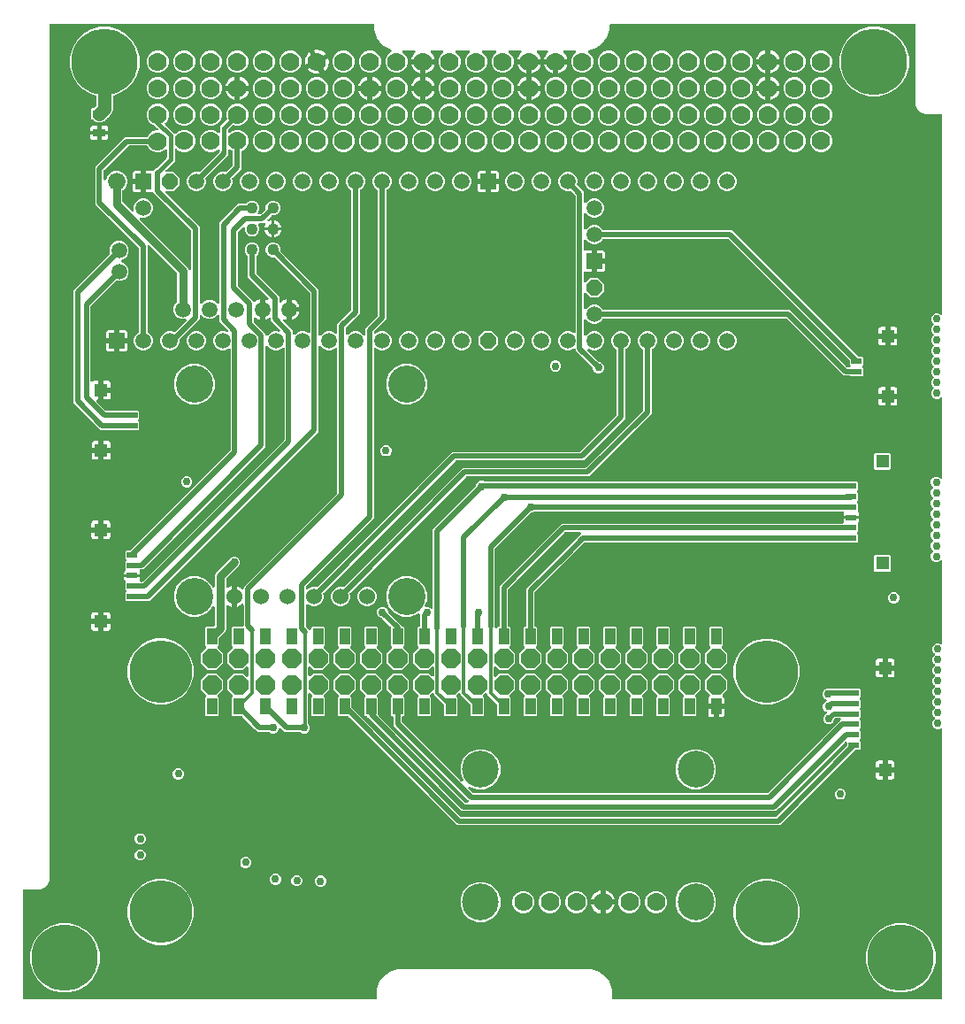
<source format=gbr>
G04 EAGLE Gerber RS-274X export*
G75*
%MOMM*%
%FSLAX34Y34*%
%LPD*%
%INTop Copper*%
%IPPOS*%
%AMOC8*
5,1,8,0,0,1.08239X$1,22.5*%
G01*
%ADD10C,6.350000*%
%ADD11C,1.778000*%
%ADD12R,1.200000X0.800000*%
%ADD13R,0.990600X0.558800*%
%ADD14R,1.270000X1.295400*%
%ADD15R,1.020000X1.524000*%
%ADD16C,3.556000*%
%ADD17C,1.524000*%
%ADD18R,1.508000X1.508000*%
%ADD19C,1.676400*%
%ADD20P,1.632244X8X112.500000*%
%ADD21C,1.508000*%
%ADD22C,1.108000*%
%ADD23R,1.000000X0.550000*%
%ADD24R,1.300000X1.260000*%
%ADD25P,2.029481X8X22.500000*%
%ADD26C,0.756400*%
%ADD27C,1.270000*%
%ADD28C,0.500000*%
%ADD29C,0.800000*%
%ADD30C,0.350000*%
%ADD31C,3.516000*%
%ADD32C,0.450000*%
%ADD33C,6.000000*%

G36*
X348733Y10811D02*
X348733Y10811D01*
X348852Y10818D01*
X348890Y10831D01*
X348931Y10836D01*
X349041Y10879D01*
X349154Y10916D01*
X349189Y10938D01*
X349226Y10953D01*
X349322Y11022D01*
X349423Y11086D01*
X349451Y11116D01*
X349484Y11139D01*
X349560Y11231D01*
X349641Y11318D01*
X349661Y11353D01*
X349686Y11384D01*
X349737Y11492D01*
X349795Y11596D01*
X349805Y11636D01*
X349822Y11672D01*
X349844Y11789D01*
X349874Y11904D01*
X349878Y11964D01*
X349882Y11984D01*
X349880Y12005D01*
X349884Y12065D01*
X349884Y20873D01*
X352110Y27722D01*
X356342Y33548D01*
X362168Y37780D01*
X369017Y40006D01*
X555543Y40006D01*
X562392Y37780D01*
X568218Y33548D01*
X572450Y27722D01*
X574676Y20873D01*
X574676Y12065D01*
X574691Y11947D01*
X574698Y11828D01*
X574711Y11790D01*
X574716Y11749D01*
X574759Y11639D01*
X574796Y11526D01*
X574818Y11491D01*
X574833Y11454D01*
X574902Y11358D01*
X574966Y11257D01*
X574996Y11229D01*
X575019Y11196D01*
X575111Y11120D01*
X575198Y11039D01*
X575233Y11019D01*
X575264Y10994D01*
X575372Y10943D01*
X575476Y10885D01*
X575516Y10875D01*
X575552Y10858D01*
X575669Y10836D01*
X575784Y10806D01*
X575844Y10802D01*
X575864Y10798D01*
X575885Y10800D01*
X575945Y10796D01*
X889635Y10796D01*
X889753Y10811D01*
X889872Y10818D01*
X889910Y10831D01*
X889951Y10836D01*
X890061Y10879D01*
X890174Y10916D01*
X890209Y10938D01*
X890246Y10953D01*
X890342Y11022D01*
X890443Y11086D01*
X890471Y11116D01*
X890504Y11139D01*
X890580Y11231D01*
X890661Y11318D01*
X890681Y11353D01*
X890706Y11384D01*
X890757Y11492D01*
X890815Y11596D01*
X890825Y11636D01*
X890842Y11672D01*
X890864Y11789D01*
X890894Y11904D01*
X890898Y11964D01*
X890902Y11984D01*
X890900Y12005D01*
X890904Y12065D01*
X890904Y269078D01*
X890898Y269127D01*
X890900Y269176D01*
X890878Y269284D01*
X890864Y269393D01*
X890846Y269439D01*
X890836Y269488D01*
X890788Y269586D01*
X890747Y269689D01*
X890718Y269729D01*
X890696Y269774D01*
X890625Y269857D01*
X890561Y269946D01*
X890522Y269978D01*
X890490Y270016D01*
X890400Y270079D01*
X890316Y270149D01*
X890271Y270170D01*
X890230Y270199D01*
X890127Y270238D01*
X890028Y270284D01*
X889979Y270294D01*
X889933Y270311D01*
X889823Y270324D01*
X889716Y270344D01*
X889666Y270341D01*
X889617Y270347D01*
X889508Y270331D01*
X889398Y270324D01*
X889351Y270309D01*
X889302Y270302D01*
X889149Y270250D01*
X887646Y269627D01*
X885534Y269627D01*
X883584Y270435D01*
X882091Y271928D01*
X881283Y273878D01*
X881283Y275990D01*
X882091Y277940D01*
X883268Y279116D01*
X883341Y279211D01*
X883419Y279300D01*
X883438Y279336D01*
X883463Y279368D01*
X883510Y279477D01*
X883564Y279583D01*
X883573Y279622D01*
X883589Y279660D01*
X883608Y279777D01*
X883634Y279893D01*
X883632Y279934D01*
X883639Y279974D01*
X883628Y280092D01*
X883624Y280211D01*
X883613Y280250D01*
X883609Y280290D01*
X883569Y280403D01*
X883536Y280517D01*
X883515Y280551D01*
X883501Y280590D01*
X883435Y280688D01*
X883374Y280791D01*
X883334Y280836D01*
X883323Y280853D01*
X883308Y280866D01*
X883268Y280911D01*
X882091Y282088D01*
X881283Y284038D01*
X881283Y286150D01*
X882091Y288100D01*
X883268Y289277D01*
X883341Y289371D01*
X883419Y289460D01*
X883438Y289496D01*
X883463Y289528D01*
X883510Y289637D01*
X883564Y289743D01*
X883573Y289782D01*
X883589Y289820D01*
X883608Y289937D01*
X883634Y290053D01*
X883632Y290094D01*
X883639Y290134D01*
X883628Y290252D01*
X883624Y290371D01*
X883613Y290410D01*
X883609Y290450D01*
X883569Y290562D01*
X883536Y290677D01*
X883515Y290712D01*
X883501Y290750D01*
X883434Y290848D01*
X883374Y290951D01*
X883334Y290996D01*
X883323Y291013D01*
X883308Y291026D01*
X883268Y291072D01*
X882091Y292248D01*
X881283Y294198D01*
X881283Y296310D01*
X882091Y298260D01*
X883268Y299436D01*
X883341Y299531D01*
X883419Y299620D01*
X883438Y299656D01*
X883463Y299688D01*
X883510Y299797D01*
X883564Y299903D01*
X883573Y299942D01*
X883589Y299980D01*
X883608Y300097D01*
X883634Y300213D01*
X883632Y300254D01*
X883639Y300294D01*
X883628Y300412D01*
X883624Y300531D01*
X883613Y300570D01*
X883609Y300610D01*
X883569Y300723D01*
X883536Y300837D01*
X883515Y300871D01*
X883501Y300910D01*
X883435Y301008D01*
X883374Y301111D01*
X883334Y301156D01*
X883323Y301173D01*
X883308Y301186D01*
X883268Y301231D01*
X882091Y302408D01*
X881283Y304358D01*
X881283Y306470D01*
X882091Y308420D01*
X883268Y309596D01*
X883341Y309691D01*
X883419Y309780D01*
X883438Y309816D01*
X883463Y309848D01*
X883510Y309957D01*
X883564Y310063D01*
X883573Y310102D01*
X883589Y310140D01*
X883608Y310257D01*
X883634Y310373D01*
X883632Y310414D01*
X883639Y310454D01*
X883628Y310572D01*
X883624Y310691D01*
X883613Y310730D01*
X883609Y310770D01*
X883569Y310883D01*
X883536Y310997D01*
X883515Y311031D01*
X883501Y311070D01*
X883435Y311168D01*
X883374Y311271D01*
X883334Y311316D01*
X883323Y311333D01*
X883308Y311346D01*
X883268Y311391D01*
X882091Y312568D01*
X881283Y314518D01*
X881283Y316630D01*
X882091Y318580D01*
X883268Y319756D01*
X883341Y319851D01*
X883419Y319940D01*
X883438Y319976D01*
X883463Y320008D01*
X883510Y320117D01*
X883564Y320223D01*
X883573Y320262D01*
X883589Y320300D01*
X883608Y320417D01*
X883634Y320533D01*
X883632Y320574D01*
X883639Y320614D01*
X883628Y320732D01*
X883624Y320851D01*
X883613Y320890D01*
X883609Y320930D01*
X883569Y321043D01*
X883536Y321157D01*
X883515Y321191D01*
X883501Y321230D01*
X883435Y321328D01*
X883374Y321431D01*
X883334Y321476D01*
X883323Y321493D01*
X883308Y321506D01*
X883268Y321551D01*
X882091Y322728D01*
X881283Y324678D01*
X881283Y326790D01*
X882091Y328740D01*
X883268Y329916D01*
X883341Y330011D01*
X883419Y330100D01*
X883438Y330136D01*
X883463Y330168D01*
X883510Y330277D01*
X883564Y330383D01*
X883573Y330422D01*
X883589Y330460D01*
X883608Y330577D01*
X883634Y330693D01*
X883632Y330734D01*
X883639Y330774D01*
X883628Y330892D01*
X883624Y331011D01*
X883613Y331050D01*
X883609Y331090D01*
X883569Y331203D01*
X883536Y331317D01*
X883515Y331351D01*
X883501Y331390D01*
X883435Y331488D01*
X883374Y331591D01*
X883334Y331636D01*
X883323Y331653D01*
X883308Y331666D01*
X883268Y331711D01*
X882091Y332888D01*
X881283Y334838D01*
X881283Y336950D01*
X882091Y338900D01*
X883268Y340076D01*
X883341Y340171D01*
X883419Y340260D01*
X883438Y340296D01*
X883463Y340328D01*
X883510Y340437D01*
X883564Y340543D01*
X883573Y340582D01*
X883589Y340620D01*
X883608Y340737D01*
X883634Y340853D01*
X883632Y340894D01*
X883639Y340934D01*
X883628Y341052D01*
X883624Y341171D01*
X883613Y341210D01*
X883609Y341250D01*
X883569Y341363D01*
X883536Y341477D01*
X883515Y341511D01*
X883501Y341550D01*
X883435Y341648D01*
X883374Y341751D01*
X883334Y341796D01*
X883323Y341813D01*
X883308Y341826D01*
X883268Y341871D01*
X882091Y343048D01*
X881283Y344998D01*
X881283Y347110D01*
X882091Y349060D01*
X883584Y350553D01*
X885534Y351361D01*
X887646Y351361D01*
X889149Y350738D01*
X889197Y350725D01*
X889242Y350704D01*
X889350Y350683D01*
X889456Y350654D01*
X889506Y350653D01*
X889555Y350644D01*
X889664Y350651D01*
X889774Y350649D01*
X889822Y350660D01*
X889872Y350664D01*
X889976Y350697D01*
X890083Y350723D01*
X890127Y350746D01*
X890174Y350762D01*
X890267Y350820D01*
X890364Y350872D01*
X890401Y350905D01*
X890443Y350932D01*
X890518Y351012D01*
X890600Y351086D01*
X890627Y351127D01*
X890661Y351163D01*
X890714Y351260D01*
X890774Y351351D01*
X890791Y351398D01*
X890815Y351442D01*
X890842Y351548D01*
X890878Y351652D01*
X890882Y351702D01*
X890894Y351750D01*
X890904Y351911D01*
X890904Y429779D01*
X890887Y429917D01*
X890874Y430056D01*
X890867Y430075D01*
X890864Y430095D01*
X890813Y430224D01*
X890766Y430355D01*
X890755Y430372D01*
X890747Y430390D01*
X890666Y430503D01*
X890588Y430618D01*
X890572Y430631D01*
X890561Y430648D01*
X890453Y430737D01*
X890349Y430828D01*
X890331Y430838D01*
X890316Y430851D01*
X890190Y430910D01*
X890066Y430973D01*
X890046Y430977D01*
X890028Y430986D01*
X889891Y431012D01*
X889756Y431043D01*
X889735Y431042D01*
X889716Y431046D01*
X889577Y431037D01*
X889438Y431033D01*
X889418Y431027D01*
X889398Y431026D01*
X889266Y430983D01*
X889132Y430945D01*
X889115Y430934D01*
X889096Y430928D01*
X888978Y430854D01*
X888858Y430783D01*
X888837Y430764D01*
X888827Y430758D01*
X888813Y430743D01*
X888738Y430677D01*
X888196Y430135D01*
X886246Y429327D01*
X884134Y429327D01*
X882184Y430135D01*
X880691Y431628D01*
X879883Y433578D01*
X879883Y435690D01*
X880691Y437640D01*
X881868Y438817D01*
X881941Y438911D01*
X882019Y439000D01*
X882038Y439036D01*
X882063Y439068D01*
X882110Y439177D01*
X882164Y439283D01*
X882173Y439322D01*
X882189Y439360D01*
X882208Y439477D01*
X882234Y439593D01*
X882232Y439634D01*
X882239Y439674D01*
X882228Y439792D01*
X882224Y439911D01*
X882213Y439950D01*
X882209Y439990D01*
X882169Y440102D01*
X882136Y440217D01*
X882115Y440252D01*
X882101Y440290D01*
X882034Y440388D01*
X881974Y440491D01*
X881934Y440536D01*
X881923Y440553D01*
X881908Y440566D01*
X881868Y440612D01*
X880691Y441788D01*
X879883Y443738D01*
X879883Y445850D01*
X880691Y447800D01*
X881868Y448976D01*
X881941Y449071D01*
X882019Y449160D01*
X882038Y449196D01*
X882063Y449228D01*
X882110Y449337D01*
X882164Y449443D01*
X882173Y449482D01*
X882189Y449520D01*
X882208Y449637D01*
X882234Y449753D01*
X882232Y449794D01*
X882239Y449834D01*
X882228Y449952D01*
X882224Y450071D01*
X882213Y450110D01*
X882209Y450150D01*
X882169Y450263D01*
X882136Y450377D01*
X882115Y450411D01*
X882101Y450450D01*
X882035Y450548D01*
X881974Y450651D01*
X881934Y450696D01*
X881923Y450713D01*
X881908Y450726D01*
X881868Y450771D01*
X880691Y451948D01*
X879883Y453898D01*
X879883Y456010D01*
X880691Y457960D01*
X881868Y459136D01*
X881941Y459231D01*
X882019Y459320D01*
X882038Y459356D01*
X882063Y459388D01*
X882110Y459497D01*
X882164Y459603D01*
X882173Y459642D01*
X882189Y459680D01*
X882208Y459797D01*
X882234Y459913D01*
X882232Y459954D01*
X882239Y459994D01*
X882228Y460112D01*
X882224Y460231D01*
X882213Y460270D01*
X882209Y460310D01*
X882169Y460423D01*
X882136Y460537D01*
X882115Y460571D01*
X882101Y460610D01*
X882035Y460708D01*
X881974Y460811D01*
X881934Y460856D01*
X881923Y460873D01*
X881908Y460886D01*
X881868Y460931D01*
X880691Y462108D01*
X879883Y464058D01*
X879883Y466170D01*
X880691Y468120D01*
X881868Y469296D01*
X881941Y469391D01*
X882019Y469480D01*
X882038Y469516D01*
X882063Y469548D01*
X882110Y469657D01*
X882164Y469763D01*
X882173Y469802D01*
X882189Y469840D01*
X882208Y469957D01*
X882234Y470073D01*
X882232Y470114D01*
X882239Y470154D01*
X882228Y470272D01*
X882224Y470391D01*
X882213Y470430D01*
X882209Y470470D01*
X882169Y470583D01*
X882136Y470697D01*
X882115Y470731D01*
X882101Y470770D01*
X882035Y470868D01*
X881974Y470971D01*
X881934Y471016D01*
X881923Y471033D01*
X881908Y471046D01*
X881868Y471091D01*
X880691Y472268D01*
X879883Y474218D01*
X879883Y476330D01*
X880691Y478280D01*
X881868Y479456D01*
X881941Y479551D01*
X882019Y479640D01*
X882038Y479676D01*
X882063Y479708D01*
X882110Y479817D01*
X882164Y479923D01*
X882173Y479962D01*
X882189Y480000D01*
X882208Y480117D01*
X882234Y480233D01*
X882232Y480274D01*
X882239Y480314D01*
X882228Y480432D01*
X882224Y480551D01*
X882213Y480590D01*
X882209Y480630D01*
X882169Y480743D01*
X882136Y480857D01*
X882115Y480891D01*
X882101Y480930D01*
X882035Y481028D01*
X881974Y481131D01*
X881934Y481176D01*
X881923Y481193D01*
X881908Y481206D01*
X881868Y481251D01*
X880691Y482428D01*
X879883Y484378D01*
X879883Y486490D01*
X880691Y488440D01*
X881868Y489617D01*
X881941Y489711D01*
X882019Y489800D01*
X882038Y489836D01*
X882063Y489868D01*
X882110Y489977D01*
X882164Y490083D01*
X882173Y490122D01*
X882189Y490160D01*
X882208Y490277D01*
X882234Y490393D01*
X882232Y490434D01*
X882239Y490474D01*
X882228Y490592D01*
X882224Y490711D01*
X882213Y490750D01*
X882209Y490790D01*
X882169Y490902D01*
X882136Y491017D01*
X882115Y491052D01*
X882101Y491090D01*
X882034Y491188D01*
X881974Y491291D01*
X881934Y491336D01*
X881923Y491353D01*
X881908Y491366D01*
X881868Y491412D01*
X880691Y492588D01*
X879883Y494538D01*
X879883Y496650D01*
X880691Y498600D01*
X881868Y499776D01*
X881941Y499871D01*
X882019Y499960D01*
X882038Y499996D01*
X882063Y500028D01*
X882110Y500137D01*
X882164Y500243D01*
X882173Y500282D01*
X882189Y500320D01*
X882208Y500437D01*
X882234Y500553D01*
X882232Y500594D01*
X882239Y500634D01*
X882228Y500752D01*
X882224Y500871D01*
X882213Y500910D01*
X882209Y500950D01*
X882169Y501063D01*
X882136Y501177D01*
X882115Y501211D01*
X882101Y501250D01*
X882035Y501348D01*
X881974Y501451D01*
X881934Y501496D01*
X881923Y501513D01*
X881908Y501526D01*
X881868Y501571D01*
X880691Y502748D01*
X879883Y504698D01*
X879883Y506810D01*
X880691Y508760D01*
X882184Y510253D01*
X884134Y511061D01*
X886246Y511061D01*
X888196Y510253D01*
X888738Y509711D01*
X888847Y509626D01*
X888954Y509537D01*
X888973Y509529D01*
X888989Y509516D01*
X889117Y509461D01*
X889242Y509402D01*
X889262Y509398D01*
X889281Y509390D01*
X889419Y509368D01*
X889555Y509342D01*
X889575Y509343D01*
X889595Y509340D01*
X889734Y509353D01*
X889872Y509362D01*
X889891Y509368D01*
X889911Y509370D01*
X890042Y509417D01*
X890174Y509460D01*
X890192Y509471D01*
X890211Y509478D01*
X890325Y509556D01*
X890443Y509630D01*
X890457Y509645D01*
X890474Y509656D01*
X890566Y509760D01*
X890661Y509862D01*
X890671Y509879D01*
X890684Y509895D01*
X890747Y510018D01*
X890815Y510140D01*
X890820Y510160D01*
X890829Y510178D01*
X890859Y510314D01*
X890894Y510448D01*
X890896Y510476D01*
X890899Y510488D01*
X890898Y510509D01*
X890904Y510609D01*
X890904Y585679D01*
X890887Y585817D01*
X890874Y585956D01*
X890867Y585975D01*
X890864Y585995D01*
X890813Y586124D01*
X890766Y586255D01*
X890755Y586272D01*
X890747Y586290D01*
X890666Y586403D01*
X890588Y586518D01*
X890572Y586531D01*
X890561Y586548D01*
X890454Y586636D01*
X890349Y586728D01*
X890331Y586738D01*
X890316Y586751D01*
X890190Y586810D01*
X890066Y586873D01*
X890046Y586878D01*
X890028Y586886D01*
X889892Y586912D01*
X889756Y586943D01*
X889735Y586942D01*
X889716Y586946D01*
X889577Y586937D01*
X889438Y586933D01*
X889418Y586927D01*
X889398Y586926D01*
X889266Y586883D01*
X889132Y586845D01*
X889115Y586834D01*
X889096Y586828D01*
X888978Y586754D01*
X888858Y586683D01*
X888837Y586664D01*
X888827Y586658D01*
X888813Y586643D01*
X888737Y586577D01*
X888496Y586335D01*
X886546Y585527D01*
X884434Y585527D01*
X882484Y586335D01*
X880991Y587828D01*
X880183Y589778D01*
X880183Y591890D01*
X880991Y593840D01*
X882168Y595016D01*
X882241Y595111D01*
X882319Y595200D01*
X882338Y595236D01*
X882363Y595268D01*
X882410Y595377D01*
X882464Y595483D01*
X882473Y595522D01*
X882489Y595560D01*
X882508Y595677D01*
X882534Y595793D01*
X882532Y595834D01*
X882539Y595874D01*
X882528Y595992D01*
X882524Y596111D01*
X882513Y596150D01*
X882509Y596190D01*
X882469Y596303D01*
X882436Y596417D01*
X882416Y596449D01*
X882413Y596459D01*
X882411Y596462D01*
X882401Y596490D01*
X882335Y596588D01*
X882274Y596691D01*
X882248Y596721D01*
X882243Y596728D01*
X882233Y596737D01*
X882223Y596753D01*
X882208Y596766D01*
X882168Y596811D01*
X880991Y597988D01*
X880183Y599938D01*
X880183Y602050D01*
X880991Y604000D01*
X882168Y605177D01*
X882241Y605271D01*
X882319Y605360D01*
X882329Y605378D01*
X882341Y605393D01*
X882350Y605412D01*
X882363Y605428D01*
X882410Y605537D01*
X882464Y605643D01*
X882468Y605663D01*
X882477Y605681D01*
X882481Y605701D01*
X882489Y605720D01*
X882508Y605837D01*
X882534Y605953D01*
X882533Y605974D01*
X882537Y605993D01*
X882536Y606013D01*
X882539Y606034D01*
X882528Y606152D01*
X882524Y606271D01*
X882518Y606291D01*
X882517Y606311D01*
X882511Y606330D01*
X882509Y606350D01*
X882469Y606462D01*
X882436Y606577D01*
X882425Y606594D01*
X882419Y606613D01*
X882408Y606630D01*
X882401Y606650D01*
X882334Y606748D01*
X882274Y606851D01*
X882255Y606872D01*
X882249Y606882D01*
X882234Y606896D01*
X882223Y606913D01*
X882208Y606926D01*
X882168Y606972D01*
X880991Y608148D01*
X880183Y610098D01*
X880183Y612210D01*
X880991Y614160D01*
X882168Y615336D01*
X882241Y615431D01*
X882319Y615520D01*
X882330Y615541D01*
X882336Y615547D01*
X882342Y615561D01*
X882363Y615588D01*
X882410Y615697D01*
X882464Y615803D01*
X882473Y615842D01*
X882489Y615880D01*
X882508Y615997D01*
X882534Y616113D01*
X882532Y616154D01*
X882539Y616194D01*
X882528Y616312D01*
X882524Y616431D01*
X882513Y616470D01*
X882509Y616510D01*
X882469Y616623D01*
X882436Y616737D01*
X882415Y616771D01*
X882401Y616810D01*
X882335Y616908D01*
X882274Y617011D01*
X882234Y617056D01*
X882223Y617073D01*
X882208Y617086D01*
X882168Y617131D01*
X880991Y618308D01*
X880183Y620258D01*
X880183Y622370D01*
X880991Y624320D01*
X882168Y625496D01*
X882241Y625591D01*
X882319Y625680D01*
X882338Y625716D01*
X882363Y625748D01*
X882410Y625857D01*
X882464Y625963D01*
X882473Y626002D01*
X882489Y626040D01*
X882508Y626157D01*
X882534Y626273D01*
X882532Y626314D01*
X882539Y626354D01*
X882528Y626472D01*
X882524Y626591D01*
X882513Y626630D01*
X882509Y626670D01*
X882469Y626783D01*
X882436Y626897D01*
X882415Y626931D01*
X882401Y626970D01*
X882335Y627068D01*
X882274Y627171D01*
X882234Y627216D01*
X882223Y627233D01*
X882208Y627246D01*
X882168Y627291D01*
X880991Y628468D01*
X880183Y630418D01*
X880183Y632530D01*
X880991Y634480D01*
X882168Y635656D01*
X882241Y635751D01*
X882319Y635840D01*
X882338Y635876D01*
X882363Y635908D01*
X882410Y636017D01*
X882464Y636123D01*
X882473Y636162D01*
X882489Y636200D01*
X882508Y636317D01*
X882534Y636433D01*
X882532Y636474D01*
X882539Y636514D01*
X882528Y636632D01*
X882524Y636751D01*
X882513Y636790D01*
X882509Y636830D01*
X882469Y636943D01*
X882436Y637057D01*
X882415Y637091D01*
X882401Y637130D01*
X882335Y637228D01*
X882274Y637331D01*
X882234Y637376D01*
X882223Y637393D01*
X882208Y637406D01*
X882168Y637451D01*
X880991Y638628D01*
X880183Y640578D01*
X880183Y642690D01*
X880991Y644640D01*
X882168Y645816D01*
X882241Y645911D01*
X882319Y646000D01*
X882338Y646036D01*
X882363Y646068D01*
X882410Y646177D01*
X882464Y646283D01*
X882473Y646322D01*
X882489Y646360D01*
X882508Y646477D01*
X882534Y646593D01*
X882532Y646634D01*
X882539Y646674D01*
X882528Y646792D01*
X882524Y646911D01*
X882513Y646950D01*
X882509Y646990D01*
X882469Y647103D01*
X882436Y647217D01*
X882415Y647251D01*
X882401Y647290D01*
X882335Y647388D01*
X882274Y647491D01*
X882234Y647536D01*
X882223Y647553D01*
X882208Y647566D01*
X882168Y647611D01*
X880991Y648788D01*
X880183Y650738D01*
X880183Y652850D01*
X880991Y654800D01*
X882168Y655976D01*
X882241Y656071D01*
X882319Y656160D01*
X882338Y656196D01*
X882363Y656228D01*
X882410Y656337D01*
X882464Y656443D01*
X882473Y656482D01*
X882489Y656520D01*
X882508Y656637D01*
X882534Y656753D01*
X882532Y656794D01*
X882539Y656834D01*
X882528Y656952D01*
X882524Y657071D01*
X882513Y657110D01*
X882509Y657150D01*
X882469Y657263D01*
X882436Y657377D01*
X882415Y657411D01*
X882401Y657450D01*
X882335Y657548D01*
X882274Y657651D01*
X882234Y657696D01*
X882223Y657713D01*
X882208Y657726D01*
X882168Y657771D01*
X880991Y658948D01*
X880183Y660898D01*
X880183Y663010D01*
X880991Y664960D01*
X882484Y666453D01*
X884434Y667261D01*
X886546Y667261D01*
X888496Y666453D01*
X888737Y666211D01*
X888847Y666126D01*
X888954Y666037D01*
X888973Y666029D01*
X888989Y666016D01*
X889116Y665961D01*
X889242Y665902D01*
X889262Y665898D01*
X889281Y665890D01*
X889418Y665868D01*
X889555Y665842D01*
X889575Y665843D01*
X889595Y665840D01*
X889734Y665853D01*
X889872Y665862D01*
X889891Y665868D01*
X889911Y665870D01*
X890043Y665917D01*
X890174Y665960D01*
X890191Y665971D01*
X890211Y665978D01*
X890326Y666056D01*
X890443Y666130D01*
X890457Y666145D01*
X890474Y666156D01*
X890566Y666260D01*
X890661Y666362D01*
X890671Y666379D01*
X890684Y666395D01*
X890748Y666519D01*
X890815Y666640D01*
X890820Y666660D01*
X890829Y666678D01*
X890859Y666814D01*
X890894Y666948D01*
X890896Y666976D01*
X890899Y666988D01*
X890898Y667009D01*
X890904Y667109D01*
X890904Y856615D01*
X890889Y856733D01*
X890882Y856852D01*
X890869Y856890D01*
X890864Y856931D01*
X890821Y857041D01*
X890784Y857154D01*
X890762Y857189D01*
X890747Y857226D01*
X890678Y857322D01*
X890614Y857423D01*
X890584Y857451D01*
X890561Y857484D01*
X890469Y857560D01*
X890382Y857641D01*
X890347Y857661D01*
X890316Y857686D01*
X890208Y857737D01*
X890104Y857795D01*
X890064Y857805D01*
X890028Y857822D01*
X889911Y857844D01*
X889796Y857874D01*
X889736Y857878D01*
X889716Y857882D01*
X889695Y857880D01*
X889635Y857884D01*
X874153Y857884D01*
X870185Y859528D01*
X867148Y862565D01*
X865504Y866533D01*
X865504Y942975D01*
X865489Y943093D01*
X865482Y943212D01*
X865469Y943250D01*
X865464Y943291D01*
X865421Y943401D01*
X865384Y943514D01*
X865362Y943549D01*
X865347Y943586D01*
X865278Y943682D01*
X865214Y943783D01*
X865184Y943811D01*
X865161Y943844D01*
X865069Y943920D01*
X864982Y944001D01*
X864947Y944021D01*
X864916Y944046D01*
X864808Y944097D01*
X864704Y944155D01*
X864664Y944165D01*
X864628Y944182D01*
X864511Y944204D01*
X864396Y944234D01*
X864336Y944238D01*
X864316Y944242D01*
X864295Y944240D01*
X864235Y944244D01*
X574040Y944244D01*
X574018Y944242D01*
X573941Y944240D01*
X573841Y944233D01*
X573773Y944219D01*
X573704Y944214D01*
X573548Y944174D01*
X573359Y944113D01*
X573252Y944062D01*
X573142Y944019D01*
X573090Y943986D01*
X573072Y943977D01*
X573056Y943965D01*
X573006Y943933D01*
X572845Y943816D01*
X572759Y943735D01*
X572667Y943659D01*
X572628Y943612D01*
X572613Y943598D01*
X572602Y943581D01*
X572564Y943535D01*
X572447Y943374D01*
X572390Y943270D01*
X572326Y943170D01*
X572304Y943114D01*
X572294Y943096D01*
X572289Y943076D01*
X572267Y943021D01*
X572206Y942832D01*
X572193Y942764D01*
X572170Y942698D01*
X572147Y942539D01*
X572140Y942440D01*
X572141Y942418D01*
X572136Y942340D01*
X572136Y938619D01*
X569836Y931540D01*
X565461Y925519D01*
X559440Y921144D01*
X552575Y918914D01*
X552485Y918871D01*
X552391Y918838D01*
X552342Y918804D01*
X552287Y918778D01*
X552211Y918715D01*
X552128Y918659D01*
X552088Y918614D01*
X552042Y918576D01*
X551984Y918495D01*
X551918Y918421D01*
X551890Y918367D01*
X551855Y918318D01*
X551818Y918226D01*
X551773Y918137D01*
X551760Y918079D01*
X551738Y918023D01*
X551725Y917924D01*
X551704Y917827D01*
X551705Y917767D01*
X551698Y917707D01*
X551710Y917609D01*
X551713Y917509D01*
X551730Y917451D01*
X551738Y917392D01*
X551774Y917299D01*
X551802Y917204D01*
X551832Y917152D01*
X551854Y917096D01*
X551913Y917015D01*
X551963Y916930D01*
X552029Y916855D01*
X552041Y916838D01*
X552051Y916831D01*
X552070Y916809D01*
X554929Y913949D01*
X556515Y910122D01*
X556515Y905978D01*
X554929Y902151D01*
X551999Y899221D01*
X548172Y897635D01*
X544028Y897635D01*
X540201Y899221D01*
X537271Y902151D01*
X535685Y905978D01*
X535685Y910122D01*
X537271Y913949D01*
X539999Y916678D01*
X540084Y916787D01*
X540173Y916894D01*
X540181Y916913D01*
X540194Y916929D01*
X540249Y917057D01*
X540308Y917182D01*
X540312Y917202D01*
X540320Y917221D01*
X540342Y917359D01*
X540368Y917495D01*
X540367Y917515D01*
X540370Y917535D01*
X540357Y917673D01*
X540348Y917812D01*
X540342Y917831D01*
X540340Y917851D01*
X540293Y917983D01*
X540250Y918114D01*
X540239Y918132D01*
X540233Y918151D01*
X540155Y918266D01*
X540080Y918383D01*
X540065Y918397D01*
X540054Y918414D01*
X539950Y918506D01*
X539849Y918601D01*
X539831Y918611D01*
X539816Y918624D01*
X539691Y918688D01*
X539570Y918755D01*
X539550Y918760D01*
X539532Y918769D01*
X539397Y918799D01*
X539262Y918834D01*
X539234Y918836D01*
X539222Y918839D01*
X539202Y918838D01*
X539101Y918844D01*
X529135Y918844D01*
X528997Y918827D01*
X528859Y918814D01*
X528840Y918807D01*
X528820Y918804D01*
X528691Y918753D01*
X528560Y918706D01*
X528543Y918695D01*
X528524Y918687D01*
X528412Y918606D01*
X528297Y918528D01*
X528283Y918512D01*
X528267Y918501D01*
X528178Y918393D01*
X528086Y918289D01*
X528077Y918271D01*
X528064Y918256D01*
X528005Y918130D01*
X527942Y918006D01*
X527937Y917986D01*
X527929Y917968D01*
X527902Y917831D01*
X527872Y917696D01*
X527873Y917675D01*
X527869Y917656D01*
X527877Y917517D01*
X527882Y917378D01*
X527887Y917358D01*
X527889Y917338D01*
X527931Y917206D01*
X527970Y917072D01*
X527980Y917055D01*
X527987Y917036D01*
X528061Y916918D01*
X528132Y916798D01*
X528150Y916777D01*
X528157Y916767D01*
X528172Y916753D01*
X528238Y916678D01*
X529419Y915497D01*
X530477Y914041D01*
X531293Y912438D01*
X531849Y910727D01*
X531871Y910589D01*
X521970Y910589D01*
X521852Y910574D01*
X521733Y910567D01*
X521695Y910554D01*
X521655Y910549D01*
X521544Y910506D01*
X521431Y910469D01*
X521397Y910447D01*
X521359Y910432D01*
X521263Y910362D01*
X521162Y910299D01*
X521134Y910269D01*
X521102Y910245D01*
X521026Y910154D01*
X520944Y910067D01*
X520925Y910032D01*
X520899Y910001D01*
X520848Y909893D01*
X520791Y909789D01*
X520780Y909749D01*
X520763Y909713D01*
X520741Y909596D01*
X520711Y909481D01*
X520707Y909420D01*
X520703Y909400D01*
X520705Y909380D01*
X520701Y909320D01*
X520701Y908049D01*
X520699Y908049D01*
X520699Y909320D01*
X520684Y909438D01*
X520677Y909557D01*
X520664Y909595D01*
X520659Y909635D01*
X520615Y909746D01*
X520579Y909859D01*
X520557Y909894D01*
X520542Y909931D01*
X520472Y910027D01*
X520409Y910128D01*
X520379Y910156D01*
X520355Y910189D01*
X520264Y910264D01*
X520177Y910346D01*
X520142Y910366D01*
X520110Y910391D01*
X520003Y910442D01*
X519898Y910500D01*
X519859Y910510D01*
X519823Y910527D01*
X519706Y910549D01*
X519591Y910579D01*
X519530Y910583D01*
X519510Y910587D01*
X519490Y910585D01*
X519430Y910589D01*
X509529Y910589D01*
X509551Y910727D01*
X510107Y912438D01*
X510923Y914041D01*
X511981Y915497D01*
X513162Y916678D01*
X513247Y916787D01*
X513336Y916894D01*
X513345Y916913D01*
X513357Y916929D01*
X513412Y917056D01*
X513471Y917182D01*
X513475Y917202D01*
X513483Y917221D01*
X513505Y917359D01*
X513531Y917495D01*
X513530Y917515D01*
X513533Y917535D01*
X513520Y917673D01*
X513511Y917812D01*
X513505Y917831D01*
X513503Y917851D01*
X513456Y917983D01*
X513413Y918114D01*
X513403Y918132D01*
X513396Y918151D01*
X513318Y918266D01*
X513243Y918383D01*
X513229Y918397D01*
X513217Y918414D01*
X513113Y918506D01*
X513012Y918601D01*
X512994Y918611D01*
X512979Y918624D01*
X512855Y918687D01*
X512733Y918755D01*
X512714Y918760D01*
X512696Y918769D01*
X512560Y918799D01*
X512425Y918834D01*
X512397Y918836D01*
X512385Y918839D01*
X512365Y918838D01*
X512265Y918844D01*
X503735Y918844D01*
X503597Y918827D01*
X503459Y918814D01*
X503440Y918807D01*
X503420Y918804D01*
X503291Y918753D01*
X503160Y918706D01*
X503143Y918695D01*
X503124Y918687D01*
X503012Y918606D01*
X502897Y918528D01*
X502883Y918512D01*
X502867Y918501D01*
X502778Y918393D01*
X502686Y918289D01*
X502677Y918271D01*
X502664Y918256D01*
X502605Y918130D01*
X502542Y918006D01*
X502537Y917986D01*
X502529Y917968D01*
X502502Y917831D01*
X502472Y917696D01*
X502473Y917675D01*
X502469Y917656D01*
X502477Y917517D01*
X502482Y917378D01*
X502487Y917358D01*
X502489Y917338D01*
X502531Y917206D01*
X502570Y917072D01*
X502580Y917055D01*
X502587Y917036D01*
X502661Y916918D01*
X502732Y916798D01*
X502750Y916777D01*
X502757Y916767D01*
X502772Y916753D01*
X502838Y916678D01*
X504019Y915497D01*
X505077Y914041D01*
X505893Y912438D01*
X506449Y910727D01*
X506471Y910589D01*
X496570Y910589D01*
X496452Y910574D01*
X496333Y910567D01*
X496295Y910554D01*
X496255Y910549D01*
X496144Y910506D01*
X496031Y910469D01*
X495997Y910447D01*
X495959Y910432D01*
X495863Y910362D01*
X495762Y910299D01*
X495734Y910269D01*
X495702Y910245D01*
X495626Y910154D01*
X495544Y910067D01*
X495525Y910032D01*
X495499Y910001D01*
X495448Y909893D01*
X495391Y909789D01*
X495380Y909749D01*
X495363Y909713D01*
X495341Y909596D01*
X495311Y909481D01*
X495307Y909420D01*
X495303Y909400D01*
X495305Y909380D01*
X495301Y909320D01*
X495301Y908049D01*
X495299Y908049D01*
X495299Y909320D01*
X495284Y909438D01*
X495277Y909557D01*
X495264Y909595D01*
X495259Y909635D01*
X495215Y909746D01*
X495179Y909859D01*
X495157Y909894D01*
X495142Y909931D01*
X495072Y910027D01*
X495009Y910128D01*
X494979Y910156D01*
X494955Y910189D01*
X494864Y910264D01*
X494777Y910346D01*
X494742Y910366D01*
X494710Y910391D01*
X494603Y910442D01*
X494498Y910500D01*
X494459Y910510D01*
X494423Y910527D01*
X494306Y910549D01*
X494191Y910579D01*
X494130Y910583D01*
X494110Y910587D01*
X494090Y910585D01*
X494030Y910589D01*
X484129Y910589D01*
X484151Y910727D01*
X484707Y912438D01*
X485523Y914041D01*
X486581Y915497D01*
X487762Y916678D01*
X487847Y916787D01*
X487936Y916894D01*
X487945Y916913D01*
X487957Y916929D01*
X488012Y917056D01*
X488071Y917182D01*
X488075Y917202D01*
X488083Y917221D01*
X488105Y917359D01*
X488131Y917495D01*
X488130Y917515D01*
X488133Y917535D01*
X488120Y917673D01*
X488111Y917812D01*
X488105Y917831D01*
X488103Y917851D01*
X488056Y917983D01*
X488013Y918114D01*
X488003Y918132D01*
X487996Y918151D01*
X487918Y918266D01*
X487843Y918383D01*
X487829Y918397D01*
X487817Y918414D01*
X487713Y918506D01*
X487612Y918601D01*
X487594Y918611D01*
X487579Y918624D01*
X487455Y918687D01*
X487333Y918755D01*
X487314Y918760D01*
X487296Y918769D01*
X487160Y918799D01*
X487025Y918834D01*
X486997Y918836D01*
X486985Y918839D01*
X486965Y918838D01*
X486865Y918844D01*
X476899Y918844D01*
X476761Y918827D01*
X476622Y918814D01*
X476603Y918807D01*
X476583Y918804D01*
X476454Y918753D01*
X476323Y918706D01*
X476306Y918695D01*
X476287Y918687D01*
X476175Y918606D01*
X476060Y918528D01*
X476046Y918512D01*
X476030Y918501D01*
X475941Y918393D01*
X475849Y918289D01*
X475840Y918271D01*
X475827Y918256D01*
X475768Y918130D01*
X475705Y918006D01*
X475700Y917986D01*
X475692Y917968D01*
X475666Y917832D01*
X475635Y917696D01*
X475636Y917675D01*
X475632Y917656D01*
X475641Y917517D01*
X475645Y917378D01*
X475650Y917358D01*
X475652Y917338D01*
X475694Y917206D01*
X475733Y917072D01*
X475743Y917055D01*
X475750Y917036D01*
X475824Y916918D01*
X475895Y916798D01*
X475913Y916777D01*
X475920Y916767D01*
X475935Y916753D01*
X476001Y916678D01*
X478729Y913949D01*
X480315Y910122D01*
X480315Y905978D01*
X478729Y902151D01*
X475799Y899221D01*
X471972Y897635D01*
X467828Y897635D01*
X464001Y899221D01*
X461071Y902151D01*
X459485Y905978D01*
X459485Y910122D01*
X461071Y913949D01*
X463799Y916678D01*
X463884Y916787D01*
X463973Y916894D01*
X463981Y916913D01*
X463994Y916929D01*
X464049Y917057D01*
X464108Y917182D01*
X464112Y917202D01*
X464120Y917221D01*
X464142Y917359D01*
X464168Y917495D01*
X464167Y917515D01*
X464170Y917535D01*
X464157Y917673D01*
X464148Y917812D01*
X464142Y917831D01*
X464140Y917851D01*
X464093Y917983D01*
X464050Y918114D01*
X464039Y918132D01*
X464033Y918151D01*
X463955Y918266D01*
X463880Y918383D01*
X463865Y918397D01*
X463854Y918414D01*
X463750Y918506D01*
X463649Y918601D01*
X463631Y918611D01*
X463616Y918624D01*
X463491Y918688D01*
X463370Y918755D01*
X463350Y918760D01*
X463332Y918769D01*
X463197Y918799D01*
X463062Y918834D01*
X463034Y918836D01*
X463022Y918839D01*
X463002Y918838D01*
X462901Y918844D01*
X451499Y918844D01*
X451361Y918827D01*
X451222Y918814D01*
X451203Y918807D01*
X451183Y918804D01*
X451054Y918753D01*
X450923Y918706D01*
X450906Y918695D01*
X450887Y918687D01*
X450775Y918606D01*
X450660Y918528D01*
X450646Y918512D01*
X450630Y918501D01*
X450541Y918393D01*
X450449Y918289D01*
X450440Y918271D01*
X450427Y918256D01*
X450368Y918130D01*
X450305Y918006D01*
X450300Y917986D01*
X450292Y917968D01*
X450266Y917832D01*
X450235Y917696D01*
X450236Y917675D01*
X450232Y917656D01*
X450241Y917517D01*
X450245Y917378D01*
X450250Y917358D01*
X450252Y917338D01*
X450294Y917206D01*
X450333Y917072D01*
X450343Y917055D01*
X450350Y917036D01*
X450424Y916918D01*
X450495Y916798D01*
X450513Y916777D01*
X450520Y916767D01*
X450535Y916753D01*
X450601Y916678D01*
X453329Y913949D01*
X454915Y910122D01*
X454915Y905978D01*
X453329Y902151D01*
X450399Y899221D01*
X446572Y897635D01*
X442428Y897635D01*
X438601Y899221D01*
X435671Y902151D01*
X434085Y905978D01*
X434085Y910122D01*
X435671Y913949D01*
X438399Y916678D01*
X438484Y916787D01*
X438573Y916894D01*
X438581Y916913D01*
X438594Y916929D01*
X438649Y917057D01*
X438708Y917182D01*
X438712Y917202D01*
X438720Y917221D01*
X438742Y917359D01*
X438768Y917495D01*
X438767Y917515D01*
X438770Y917535D01*
X438757Y917673D01*
X438748Y917812D01*
X438742Y917831D01*
X438740Y917851D01*
X438693Y917983D01*
X438650Y918114D01*
X438639Y918132D01*
X438633Y918151D01*
X438555Y918266D01*
X438480Y918383D01*
X438465Y918397D01*
X438454Y918414D01*
X438350Y918506D01*
X438249Y918601D01*
X438231Y918611D01*
X438216Y918624D01*
X438091Y918688D01*
X437970Y918755D01*
X437950Y918760D01*
X437932Y918769D01*
X437797Y918799D01*
X437662Y918834D01*
X437634Y918836D01*
X437622Y918839D01*
X437602Y918838D01*
X437501Y918844D01*
X426099Y918844D01*
X425961Y918827D01*
X425822Y918814D01*
X425803Y918807D01*
X425783Y918804D01*
X425654Y918753D01*
X425523Y918706D01*
X425506Y918695D01*
X425487Y918687D01*
X425375Y918606D01*
X425260Y918528D01*
X425246Y918512D01*
X425230Y918501D01*
X425141Y918393D01*
X425049Y918289D01*
X425040Y918271D01*
X425027Y918256D01*
X424968Y918130D01*
X424905Y918006D01*
X424900Y917986D01*
X424892Y917968D01*
X424866Y917832D01*
X424835Y917696D01*
X424836Y917675D01*
X424832Y917656D01*
X424841Y917517D01*
X424845Y917378D01*
X424850Y917358D01*
X424852Y917338D01*
X424894Y917206D01*
X424933Y917072D01*
X424943Y917055D01*
X424950Y917036D01*
X425024Y916918D01*
X425095Y916798D01*
X425113Y916777D01*
X425120Y916767D01*
X425135Y916753D01*
X425201Y916678D01*
X427929Y913949D01*
X429515Y910122D01*
X429515Y905978D01*
X427929Y902151D01*
X424999Y899221D01*
X421172Y897635D01*
X417028Y897635D01*
X413201Y899221D01*
X410271Y902151D01*
X408685Y905978D01*
X408685Y910122D01*
X410271Y913949D01*
X412999Y916678D01*
X413084Y916787D01*
X413173Y916894D01*
X413181Y916913D01*
X413194Y916929D01*
X413249Y917057D01*
X413308Y917182D01*
X413312Y917202D01*
X413320Y917221D01*
X413342Y917359D01*
X413368Y917495D01*
X413367Y917515D01*
X413370Y917535D01*
X413357Y917673D01*
X413348Y917812D01*
X413342Y917831D01*
X413340Y917851D01*
X413293Y917983D01*
X413250Y918114D01*
X413239Y918132D01*
X413233Y918151D01*
X413155Y918266D01*
X413080Y918383D01*
X413065Y918397D01*
X413054Y918414D01*
X412950Y918506D01*
X412849Y918601D01*
X412831Y918611D01*
X412816Y918624D01*
X412691Y918688D01*
X412570Y918755D01*
X412550Y918760D01*
X412532Y918769D01*
X412397Y918799D01*
X412262Y918834D01*
X412234Y918836D01*
X412222Y918839D01*
X412202Y918838D01*
X412101Y918844D01*
X402135Y918844D01*
X401997Y918827D01*
X401859Y918814D01*
X401840Y918807D01*
X401820Y918804D01*
X401691Y918753D01*
X401560Y918706D01*
X401543Y918695D01*
X401524Y918687D01*
X401412Y918606D01*
X401297Y918528D01*
X401283Y918512D01*
X401267Y918501D01*
X401178Y918393D01*
X401086Y918289D01*
X401077Y918271D01*
X401064Y918256D01*
X401005Y918130D01*
X400942Y918006D01*
X400937Y917986D01*
X400929Y917968D01*
X400902Y917831D01*
X400872Y917696D01*
X400873Y917675D01*
X400869Y917656D01*
X400877Y917517D01*
X400882Y917378D01*
X400887Y917358D01*
X400889Y917338D01*
X400931Y917206D01*
X400970Y917072D01*
X400980Y917055D01*
X400987Y917036D01*
X401061Y916918D01*
X401132Y916798D01*
X401150Y916777D01*
X401157Y916767D01*
X401172Y916753D01*
X401238Y916678D01*
X402419Y915497D01*
X403477Y914041D01*
X404293Y912438D01*
X404849Y910727D01*
X404871Y910589D01*
X394970Y910589D01*
X394852Y910574D01*
X394733Y910567D01*
X394695Y910554D01*
X394655Y910549D01*
X394544Y910506D01*
X394431Y910469D01*
X394397Y910447D01*
X394359Y910432D01*
X394263Y910362D01*
X394162Y910299D01*
X394134Y910269D01*
X394102Y910245D01*
X394026Y910154D01*
X393944Y910067D01*
X393925Y910032D01*
X393899Y910001D01*
X393848Y909893D01*
X393791Y909789D01*
X393780Y909749D01*
X393763Y909713D01*
X393741Y909596D01*
X393711Y909481D01*
X393707Y909420D01*
X393703Y909400D01*
X393705Y909380D01*
X393701Y909320D01*
X393701Y908049D01*
X393699Y908049D01*
X393699Y909320D01*
X393684Y909438D01*
X393677Y909557D01*
X393664Y909595D01*
X393659Y909635D01*
X393615Y909746D01*
X393579Y909859D01*
X393557Y909894D01*
X393542Y909931D01*
X393472Y910027D01*
X393409Y910128D01*
X393379Y910156D01*
X393355Y910189D01*
X393264Y910264D01*
X393177Y910346D01*
X393142Y910366D01*
X393110Y910391D01*
X393003Y910442D01*
X392898Y910500D01*
X392859Y910510D01*
X392823Y910527D01*
X392706Y910549D01*
X392591Y910579D01*
X392530Y910583D01*
X392510Y910587D01*
X392490Y910585D01*
X392430Y910589D01*
X382529Y910589D01*
X382551Y910727D01*
X383107Y912438D01*
X383923Y914041D01*
X384981Y915497D01*
X386162Y916678D01*
X386247Y916787D01*
X386336Y916894D01*
X386345Y916913D01*
X386357Y916929D01*
X386412Y917056D01*
X386471Y917182D01*
X386475Y917202D01*
X386483Y917221D01*
X386505Y917359D01*
X386531Y917495D01*
X386530Y917515D01*
X386533Y917535D01*
X386520Y917673D01*
X386511Y917812D01*
X386505Y917831D01*
X386503Y917851D01*
X386456Y917983D01*
X386413Y918114D01*
X386403Y918132D01*
X386396Y918151D01*
X386318Y918266D01*
X386243Y918383D01*
X386229Y918397D01*
X386217Y918414D01*
X386113Y918506D01*
X386012Y918601D01*
X385994Y918611D01*
X385979Y918624D01*
X385855Y918687D01*
X385733Y918755D01*
X385714Y918760D01*
X385696Y918769D01*
X385560Y918799D01*
X385425Y918834D01*
X385397Y918836D01*
X385385Y918839D01*
X385365Y918838D01*
X385265Y918844D01*
X375299Y918844D01*
X375161Y918827D01*
X375022Y918814D01*
X375003Y918807D01*
X374983Y918804D01*
X374854Y918753D01*
X374723Y918706D01*
X374706Y918695D01*
X374687Y918687D01*
X374575Y918606D01*
X374460Y918528D01*
X374446Y918512D01*
X374430Y918501D01*
X374341Y918393D01*
X374249Y918289D01*
X374240Y918271D01*
X374227Y918256D01*
X374168Y918130D01*
X374105Y918006D01*
X374100Y917986D01*
X374092Y917968D01*
X374066Y917832D01*
X374035Y917696D01*
X374036Y917675D01*
X374032Y917656D01*
X374041Y917517D01*
X374045Y917378D01*
X374050Y917358D01*
X374052Y917338D01*
X374094Y917206D01*
X374133Y917072D01*
X374143Y917055D01*
X374150Y917036D01*
X374224Y916918D01*
X374295Y916798D01*
X374313Y916777D01*
X374320Y916767D01*
X374335Y916753D01*
X374401Y916678D01*
X377129Y913949D01*
X378715Y910122D01*
X378715Y905978D01*
X377129Y902151D01*
X374199Y899221D01*
X370372Y897635D01*
X366228Y897635D01*
X362401Y899221D01*
X359471Y902151D01*
X357885Y905978D01*
X357885Y910122D01*
X359471Y913949D01*
X362401Y916879D01*
X362744Y917022D01*
X362804Y917056D01*
X362869Y917081D01*
X362942Y917134D01*
X363020Y917179D01*
X363070Y917227D01*
X363126Y917268D01*
X363184Y917337D01*
X363249Y917400D01*
X363285Y917459D01*
X363329Y917513D01*
X363368Y917594D01*
X363415Y917671D01*
X363436Y917738D01*
X363465Y917800D01*
X363482Y917889D01*
X363509Y917975D01*
X363512Y918045D01*
X363525Y918113D01*
X363520Y918203D01*
X363524Y918293D01*
X363510Y918361D01*
X363506Y918430D01*
X363478Y918516D01*
X363460Y918604D01*
X363429Y918667D01*
X363408Y918733D01*
X363360Y918809D01*
X363320Y918890D01*
X363275Y918943D01*
X363238Y919001D01*
X363172Y919063D01*
X363114Y919132D01*
X363057Y919172D01*
X363007Y919220D01*
X362871Y919306D01*
X354930Y923679D01*
X349389Y930605D01*
X346921Y939124D01*
X347287Y942426D01*
X347287Y942456D01*
X347293Y942485D01*
X347285Y942615D01*
X347283Y942744D01*
X347275Y942773D01*
X347273Y942803D01*
X347233Y942959D01*
X347213Y943021D01*
X347200Y943049D01*
X347199Y943051D01*
X347197Y943055D01*
X347162Y943128D01*
X347119Y943238D01*
X347086Y943290D01*
X347077Y943308D01*
X347064Y943324D01*
X347033Y943374D01*
X346916Y943535D01*
X346835Y943622D01*
X346759Y943713D01*
X346712Y943752D01*
X346698Y943767D01*
X346681Y943778D01*
X346635Y943816D01*
X346474Y943933D01*
X346370Y943990D01*
X346270Y944054D01*
X346214Y944076D01*
X346196Y944086D01*
X346176Y944091D01*
X346121Y944113D01*
X345932Y944174D01*
X345864Y944187D01*
X345798Y944210D01*
X345639Y944233D01*
X345540Y944240D01*
X345518Y944239D01*
X345440Y944244D01*
X37465Y944244D01*
X37347Y944229D01*
X37228Y944222D01*
X37190Y944209D01*
X37149Y944204D01*
X37039Y944161D01*
X36926Y944124D01*
X36891Y944102D01*
X36854Y944087D01*
X36757Y944017D01*
X36657Y943954D01*
X36629Y943924D01*
X36596Y943901D01*
X36520Y943809D01*
X36439Y943722D01*
X36419Y943687D01*
X36394Y943656D01*
X36343Y943548D01*
X36285Y943444D01*
X36275Y943404D01*
X36258Y943368D01*
X36236Y943251D01*
X36206Y943136D01*
X36202Y943076D01*
X36198Y943056D01*
X36200Y943035D01*
X36196Y942975D01*
X36196Y124853D01*
X34552Y120885D01*
X31515Y117848D01*
X27547Y116204D01*
X12065Y116204D01*
X11947Y116189D01*
X11828Y116182D01*
X11790Y116169D01*
X11749Y116164D01*
X11639Y116121D01*
X11526Y116084D01*
X11491Y116062D01*
X11454Y116047D01*
X11358Y115978D01*
X11257Y115914D01*
X11229Y115884D01*
X11196Y115861D01*
X11120Y115769D01*
X11039Y115682D01*
X11019Y115647D01*
X10994Y115616D01*
X10943Y115508D01*
X10885Y115404D01*
X10875Y115364D01*
X10858Y115328D01*
X10836Y115211D01*
X10806Y115096D01*
X10802Y115036D01*
X10798Y115016D01*
X10800Y114995D01*
X10796Y114935D01*
X10796Y12065D01*
X10811Y11947D01*
X10818Y11828D01*
X10831Y11790D01*
X10836Y11749D01*
X10879Y11639D01*
X10916Y11526D01*
X10938Y11491D01*
X10953Y11454D01*
X11022Y11358D01*
X11086Y11257D01*
X11116Y11229D01*
X11139Y11196D01*
X11231Y11120D01*
X11318Y11039D01*
X11353Y11019D01*
X11384Y10994D01*
X11492Y10943D01*
X11596Y10885D01*
X11636Y10875D01*
X11672Y10858D01*
X11789Y10836D01*
X11904Y10806D01*
X11964Y10802D01*
X11984Y10798D01*
X12005Y10800D01*
X12065Y10796D01*
X348615Y10796D01*
X348733Y10811D01*
G37*
%LPC*%
G36*
X278944Y265393D02*
X278944Y265393D01*
X276994Y266201D01*
X276892Y266304D01*
X276813Y266364D01*
X276741Y266432D01*
X276688Y266461D01*
X276640Y266498D01*
X276549Y266538D01*
X276463Y266586D01*
X276404Y266601D01*
X276348Y266625D01*
X276251Y266640D01*
X276155Y266665D01*
X276055Y266671D01*
X276034Y266675D01*
X276022Y266673D01*
X275994Y266675D01*
X261093Y266675D01*
X258364Y269405D01*
X258363Y269405D01*
X257658Y270110D01*
X257619Y270141D01*
X257585Y270178D01*
X257493Y270238D01*
X257407Y270305D01*
X257361Y270325D01*
X257319Y270352D01*
X257216Y270388D01*
X257115Y270432D01*
X257066Y270439D01*
X257019Y270456D01*
X256909Y270464D01*
X256801Y270481D01*
X256751Y270477D01*
X256702Y270481D01*
X256594Y270462D01*
X256484Y270452D01*
X256437Y270435D01*
X256388Y270426D01*
X256288Y270381D01*
X256185Y270344D01*
X256144Y270316D01*
X256098Y270296D01*
X256013Y270227D01*
X255922Y270165D01*
X255889Y270128D01*
X255850Y270097D01*
X255784Y270009D01*
X255711Y269927D01*
X255689Y269883D01*
X255659Y269843D01*
X255588Y269699D01*
X254799Y267794D01*
X253306Y266301D01*
X251356Y265493D01*
X249244Y265493D01*
X247294Y266301D01*
X247192Y266403D01*
X247113Y266464D01*
X247041Y266532D01*
X246988Y266561D01*
X246940Y266598D01*
X246849Y266638D01*
X246763Y266686D01*
X246704Y266701D01*
X246649Y266725D01*
X246551Y266740D01*
X246455Y266765D01*
X246355Y266771D01*
X246334Y266775D01*
X246322Y266773D01*
X246294Y266775D01*
X235593Y266775D01*
X232864Y269505D01*
X220825Y281544D01*
X220746Y281604D01*
X220674Y281672D01*
X220621Y281701D01*
X220573Y281738D01*
X220482Y281778D01*
X220396Y281826D01*
X220337Y281841D01*
X220282Y281865D01*
X220184Y281880D01*
X220088Y281905D01*
X219988Y281911D01*
X219967Y281915D01*
X219955Y281913D01*
X219927Y281915D01*
X211268Y281915D01*
X210375Y282808D01*
X210375Y299312D01*
X211377Y300313D01*
X211450Y300407D01*
X211529Y300497D01*
X211547Y300533D01*
X211572Y300565D01*
X211619Y300674D01*
X211673Y300780D01*
X211682Y300819D01*
X211698Y300857D01*
X211717Y300974D01*
X211743Y301090D01*
X211742Y301131D01*
X211748Y301171D01*
X211737Y301289D01*
X211733Y301408D01*
X211722Y301447D01*
X211718Y301487D01*
X211678Y301599D01*
X211645Y301714D01*
X211625Y301748D01*
X211611Y301787D01*
X211544Y301885D01*
X211483Y301988D01*
X211444Y302033D01*
X211432Y302050D01*
X211417Y302063D01*
X211377Y302108D01*
X206100Y307385D01*
X206100Y316415D01*
X212485Y322800D01*
X221515Y322800D01*
X224310Y320005D01*
X224419Y319920D01*
X224526Y319831D01*
X224545Y319822D01*
X224561Y319810D01*
X224689Y319755D01*
X224814Y319696D01*
X224834Y319692D01*
X224853Y319684D01*
X224991Y319662D01*
X225127Y319636D01*
X225147Y319637D01*
X225167Y319634D01*
X225306Y319647D01*
X225444Y319656D01*
X225463Y319662D01*
X225483Y319664D01*
X225615Y319711D01*
X225746Y319754D01*
X225764Y319764D01*
X225783Y319771D01*
X225898Y319849D01*
X226015Y319924D01*
X226029Y319939D01*
X226046Y319950D01*
X226138Y320054D01*
X226233Y320155D01*
X226243Y320173D01*
X226256Y320188D01*
X226320Y320312D01*
X226387Y320434D01*
X226392Y320453D01*
X226401Y320472D01*
X226431Y320607D01*
X226466Y320742D01*
X226468Y320770D01*
X226471Y320782D01*
X226470Y320802D01*
X226476Y320902D01*
X226476Y328298D01*
X226459Y328435D01*
X226446Y328574D01*
X226439Y328593D01*
X226436Y328613D01*
X226385Y328742D01*
X226338Y328873D01*
X226327Y328890D01*
X226319Y328909D01*
X226238Y329021D01*
X226160Y329136D01*
X226144Y329150D01*
X226133Y329166D01*
X226025Y329255D01*
X225921Y329347D01*
X225903Y329356D01*
X225888Y329369D01*
X225762Y329428D01*
X225638Y329491D01*
X225618Y329496D01*
X225600Y329504D01*
X225464Y329531D01*
X225328Y329561D01*
X225307Y329560D01*
X225288Y329564D01*
X225149Y329556D01*
X225010Y329551D01*
X224990Y329546D01*
X224970Y329544D01*
X224838Y329502D01*
X224704Y329463D01*
X224687Y329453D01*
X224668Y329446D01*
X224550Y329372D01*
X224430Y329301D01*
X224409Y329283D01*
X224399Y329276D01*
X224385Y329261D01*
X224310Y329195D01*
X221515Y326400D01*
X212485Y326400D01*
X206100Y332785D01*
X206100Y341815D01*
X211377Y347092D01*
X211450Y347186D01*
X211529Y347275D01*
X211547Y347311D01*
X211572Y347343D01*
X211619Y347452D01*
X211673Y347558D01*
X211682Y347598D01*
X211698Y347635D01*
X211717Y347753D01*
X211743Y347868D01*
X211742Y347909D01*
X211748Y347949D01*
X211737Y348067D01*
X211733Y348186D01*
X211722Y348225D01*
X211718Y348265D01*
X211678Y348377D01*
X211645Y348492D01*
X211625Y348527D01*
X211611Y348565D01*
X211544Y348663D01*
X211483Y348766D01*
X211444Y348811D01*
X211432Y348828D01*
X211417Y348841D01*
X211377Y348887D01*
X210375Y349888D01*
X210375Y366392D01*
X211268Y367285D01*
X220806Y367285D01*
X220924Y367300D01*
X221043Y367307D01*
X221081Y367320D01*
X221122Y367325D01*
X221232Y367368D01*
X221345Y367405D01*
X221380Y367427D01*
X221417Y367442D01*
X221513Y367511D01*
X221614Y367575D01*
X221642Y367605D01*
X221675Y367628D01*
X221751Y367720D01*
X221832Y367807D01*
X221852Y367842D01*
X221877Y367873D01*
X221928Y367981D01*
X221986Y368085D01*
X221996Y368125D01*
X222013Y368161D01*
X222035Y368278D01*
X222065Y368393D01*
X222069Y368453D01*
X222073Y368473D01*
X222071Y368494D01*
X222075Y368554D01*
X222075Y388042D01*
X222058Y388180D01*
X222045Y388318D01*
X222038Y388337D01*
X222035Y388357D01*
X221984Y388487D01*
X221937Y388617D01*
X221926Y388634D01*
X221918Y388653D01*
X221837Y388765D01*
X221759Y388880D01*
X221743Y388894D01*
X221732Y388910D01*
X221625Y388999D01*
X221520Y389091D01*
X221502Y389100D01*
X221487Y389113D01*
X221361Y389172D01*
X221237Y389235D01*
X221217Y389240D01*
X221199Y389249D01*
X221063Y389275D01*
X220927Y389305D01*
X220906Y389304D01*
X220887Y389308D01*
X220748Y389300D01*
X220609Y389295D01*
X220589Y389290D01*
X220569Y389289D01*
X220437Y389246D01*
X220303Y389207D01*
X220286Y389197D01*
X220267Y389191D01*
X220149Y389116D01*
X220029Y389045D01*
X220008Y389027D01*
X219998Y389020D01*
X219984Y389005D01*
X219908Y388939D01*
X219519Y388550D01*
X218225Y387610D01*
X216800Y386884D01*
X215439Y386441D01*
X215439Y395030D01*
X215424Y395148D01*
X215417Y395267D01*
X215404Y395305D01*
X215399Y395345D01*
X215356Y395456D01*
X215319Y395569D01*
X215297Y395603D01*
X215282Y395641D01*
X215212Y395737D01*
X215149Y395838D01*
X215119Y395866D01*
X215095Y395898D01*
X215004Y395974D01*
X214917Y396056D01*
X214882Y396075D01*
X214851Y396101D01*
X214743Y396152D01*
X214639Y396209D01*
X214599Y396220D01*
X214563Y396237D01*
X214446Y396259D01*
X214331Y396289D01*
X214270Y396293D01*
X214250Y396297D01*
X214230Y396295D01*
X214170Y396299D01*
X211630Y396299D01*
X211512Y396284D01*
X211393Y396277D01*
X211355Y396264D01*
X211314Y396259D01*
X211204Y396215D01*
X211091Y396179D01*
X211056Y396157D01*
X211019Y396142D01*
X210923Y396072D01*
X210822Y396009D01*
X210794Y395979D01*
X210761Y395955D01*
X210686Y395864D01*
X210604Y395777D01*
X210584Y395742D01*
X210559Y395710D01*
X210508Y395603D01*
X210450Y395498D01*
X210440Y395459D01*
X210423Y395423D01*
X210401Y395306D01*
X210371Y395191D01*
X210367Y395130D01*
X210363Y395110D01*
X210365Y395090D01*
X210361Y395030D01*
X210361Y386441D01*
X209000Y386884D01*
X207575Y387610D01*
X207240Y387853D01*
X207205Y387872D01*
X207175Y387897D01*
X207066Y387948D01*
X206961Y388006D01*
X206923Y388016D01*
X206887Y388033D01*
X206770Y388055D01*
X206653Y388085D01*
X206613Y388085D01*
X206574Y388093D01*
X206455Y388085D01*
X206335Y388085D01*
X206297Y388075D01*
X206257Y388073D01*
X206143Y388036D01*
X206027Y388006D01*
X205992Y387987D01*
X205955Y387975D01*
X205853Y387911D01*
X205748Y387853D01*
X205719Y387826D01*
X205686Y387805D01*
X205604Y387718D01*
X205517Y387636D01*
X205495Y387602D01*
X205468Y387573D01*
X205410Y387469D01*
X205346Y387367D01*
X205334Y387329D01*
X205314Y387295D01*
X205285Y387179D01*
X205247Y387065D01*
X205245Y387025D01*
X205235Y386987D01*
X205225Y386826D01*
X205225Y365141D01*
X204384Y363111D01*
X198596Y357323D01*
X198536Y357245D01*
X198468Y357173D01*
X198439Y357120D01*
X198402Y357072D01*
X198362Y356981D01*
X198314Y356894D01*
X198299Y356836D01*
X198275Y356780D01*
X198260Y356682D01*
X198235Y356587D01*
X198229Y356486D01*
X198225Y356466D01*
X198227Y356454D01*
X198225Y356426D01*
X198225Y349888D01*
X197223Y348887D01*
X197150Y348793D01*
X197071Y348703D01*
X197053Y348667D01*
X197028Y348635D01*
X196981Y348526D01*
X196927Y348420D01*
X196918Y348381D01*
X196902Y348343D01*
X196883Y348226D01*
X196857Y348110D01*
X196858Y348069D01*
X196852Y348029D01*
X196863Y347911D01*
X196867Y347792D01*
X196878Y347753D01*
X196882Y347713D01*
X196922Y347601D01*
X196955Y347486D01*
X196975Y347452D01*
X196989Y347413D01*
X197056Y347315D01*
X197117Y347212D01*
X197156Y347167D01*
X197168Y347150D01*
X197183Y347137D01*
X197223Y347092D01*
X202500Y341815D01*
X202500Y332785D01*
X196115Y326400D01*
X187085Y326400D01*
X180700Y332785D01*
X180700Y341815D01*
X185977Y347092D01*
X186050Y347186D01*
X186129Y347275D01*
X186147Y347311D01*
X186172Y347343D01*
X186219Y347452D01*
X186273Y347558D01*
X186282Y347598D01*
X186298Y347635D01*
X186317Y347753D01*
X186343Y347868D01*
X186342Y347909D01*
X186348Y347949D01*
X186337Y348067D01*
X186333Y348186D01*
X186322Y348225D01*
X186318Y348265D01*
X186278Y348377D01*
X186245Y348492D01*
X186225Y348527D01*
X186211Y348565D01*
X186144Y348663D01*
X186083Y348766D01*
X186044Y348811D01*
X186032Y348828D01*
X186017Y348841D01*
X185977Y348887D01*
X184975Y349888D01*
X184975Y366392D01*
X185868Y367285D01*
X192406Y367285D01*
X192504Y367297D01*
X192603Y367300D01*
X192661Y367317D01*
X192721Y367325D01*
X192813Y367361D01*
X192909Y367389D01*
X192961Y367419D01*
X193017Y367442D01*
X193097Y367500D01*
X193182Y367550D01*
X193258Y367616D01*
X193274Y367628D01*
X193282Y367638D01*
X193303Y367656D01*
X193804Y368157D01*
X193864Y368235D01*
X193932Y368307D01*
X193961Y368360D01*
X193998Y368408D01*
X194038Y368499D01*
X194086Y368586D01*
X194101Y368644D01*
X194125Y368700D01*
X194140Y368798D01*
X194165Y368893D01*
X194171Y368994D01*
X194175Y369014D01*
X194173Y369026D01*
X194175Y369054D01*
X194175Y386249D01*
X194167Y386319D01*
X194168Y386388D01*
X194147Y386476D01*
X194135Y386565D01*
X194110Y386630D01*
X194093Y386698D01*
X194051Y386777D01*
X194018Y386861D01*
X193977Y386917D01*
X193945Y386979D01*
X193884Y387045D01*
X193832Y387118D01*
X193778Y387162D01*
X193731Y387214D01*
X193656Y387263D01*
X193587Y387321D01*
X193523Y387351D01*
X193465Y387389D01*
X193380Y387418D01*
X193299Y387456D01*
X193230Y387469D01*
X193164Y387492D01*
X193075Y387499D01*
X192987Y387516D01*
X192917Y387512D01*
X192847Y387517D01*
X192759Y387502D01*
X192669Y387496D01*
X192603Y387475D01*
X192534Y387463D01*
X192452Y387426D01*
X192367Y387398D01*
X192308Y387361D01*
X192244Y387332D01*
X192174Y387276D01*
X192098Y387228D01*
X192050Y387177D01*
X191996Y387134D01*
X191941Y387062D01*
X191880Y386997D01*
X191846Y386935D01*
X191804Y386880D01*
X191733Y386735D01*
X191166Y385365D01*
X185735Y379934D01*
X178640Y376995D01*
X170960Y376995D01*
X163865Y379934D01*
X158434Y385365D01*
X155495Y392460D01*
X155495Y400140D01*
X158434Y407235D01*
X163865Y412666D01*
X170960Y415605D01*
X178640Y415605D01*
X185735Y412666D01*
X191166Y407235D01*
X191733Y405865D01*
X191768Y405804D01*
X191794Y405739D01*
X191846Y405667D01*
X191891Y405589D01*
X191939Y405539D01*
X191980Y405482D01*
X192050Y405425D01*
X192112Y405360D01*
X192172Y405324D01*
X192225Y405279D01*
X192307Y405241D01*
X192383Y405194D01*
X192450Y405173D01*
X192513Y405144D01*
X192601Y405127D01*
X192687Y405100D01*
X192757Y405097D01*
X192826Y405084D01*
X192915Y405089D01*
X193005Y405085D01*
X193073Y405099D01*
X193143Y405104D01*
X193228Y405131D01*
X193316Y405150D01*
X193379Y405180D01*
X193445Y405202D01*
X193521Y405250D01*
X193602Y405289D01*
X193655Y405335D01*
X193714Y405372D01*
X193776Y405437D01*
X193844Y405496D01*
X193884Y405553D01*
X193932Y405603D01*
X193975Y405682D01*
X194027Y405756D01*
X194052Y405821D01*
X194086Y405882D01*
X194108Y405969D01*
X194140Y406053D01*
X194148Y406122D01*
X194165Y406190D01*
X194175Y406351D01*
X194175Y416799D01*
X195016Y418829D01*
X209971Y433784D01*
X212001Y434625D01*
X214199Y434625D01*
X216229Y433784D01*
X217784Y432229D01*
X218625Y430199D01*
X218625Y428001D01*
X217784Y425971D01*
X205596Y413783D01*
X205536Y413705D01*
X205468Y413633D01*
X205439Y413580D01*
X205402Y413532D01*
X205362Y413441D01*
X205314Y413354D01*
X205299Y413296D01*
X205275Y413240D01*
X205260Y413142D01*
X205235Y413047D01*
X205229Y412946D01*
X205225Y412926D01*
X205227Y412914D01*
X205225Y412886D01*
X205225Y405774D01*
X205230Y405735D01*
X205227Y405695D01*
X205250Y405577D01*
X205265Y405458D01*
X205279Y405422D01*
X205287Y405382D01*
X205338Y405274D01*
X205382Y405163D01*
X205405Y405131D01*
X205422Y405095D01*
X205498Y405002D01*
X205568Y404905D01*
X205599Y404880D01*
X205624Y404849D01*
X205721Y404779D01*
X205813Y404703D01*
X205849Y404686D01*
X205882Y404662D01*
X205993Y404618D01*
X206101Y404567D01*
X206140Y404560D01*
X206177Y404545D01*
X206296Y404530D01*
X206413Y404507D01*
X206453Y404510D01*
X206493Y404505D01*
X206612Y404520D01*
X206731Y404527D01*
X206769Y404539D01*
X206808Y404544D01*
X206920Y404588D01*
X207033Y404625D01*
X207067Y404646D01*
X207104Y404661D01*
X207240Y404747D01*
X207575Y404990D01*
X209000Y405716D01*
X210361Y406159D01*
X210361Y397570D01*
X210376Y397452D01*
X210383Y397333D01*
X210396Y397295D01*
X210401Y397255D01*
X210444Y397144D01*
X210481Y397031D01*
X210503Y396997D01*
X210518Y396959D01*
X210588Y396863D01*
X210651Y396762D01*
X210681Y396734D01*
X210704Y396702D01*
X210796Y396626D01*
X210883Y396544D01*
X210918Y396525D01*
X210949Y396499D01*
X211057Y396448D01*
X211161Y396391D01*
X211201Y396380D01*
X211237Y396363D01*
X211354Y396341D01*
X211469Y396311D01*
X211530Y396307D01*
X211550Y396303D01*
X211570Y396305D01*
X211630Y396301D01*
X214170Y396301D01*
X214288Y396316D01*
X214407Y396323D01*
X214445Y396336D01*
X214485Y396341D01*
X214596Y396385D01*
X214709Y396421D01*
X214744Y396443D01*
X214781Y396458D01*
X214877Y396528D01*
X214978Y396591D01*
X215006Y396621D01*
X215039Y396645D01*
X215114Y396736D01*
X215196Y396823D01*
X215216Y396858D01*
X215241Y396890D01*
X215292Y396997D01*
X215350Y397102D01*
X215360Y397141D01*
X215377Y397177D01*
X215399Y397294D01*
X215429Y397409D01*
X215433Y397470D01*
X215437Y397490D01*
X215435Y397510D01*
X215439Y397570D01*
X215439Y406159D01*
X216800Y405716D01*
X218225Y404990D01*
X219519Y404050D01*
X219908Y403661D01*
X220018Y403576D01*
X220125Y403487D01*
X220144Y403478D01*
X220160Y403466D01*
X220288Y403411D01*
X220413Y403351D01*
X220433Y403348D01*
X220452Y403340D01*
X220590Y403318D01*
X220726Y403292D01*
X220746Y403293D01*
X220766Y403290D01*
X220905Y403303D01*
X221043Y403311D01*
X221062Y403318D01*
X221082Y403320D01*
X221213Y403367D01*
X221345Y403409D01*
X221363Y403420D01*
X221382Y403427D01*
X221496Y403505D01*
X221614Y403580D01*
X221628Y403594D01*
X221645Y403606D01*
X221737Y403710D01*
X221832Y403811D01*
X221842Y403829D01*
X221855Y403844D01*
X221919Y403968D01*
X221986Y404090D01*
X221991Y404109D01*
X222000Y404127D01*
X222030Y404263D01*
X222065Y404398D01*
X222067Y404426D01*
X222070Y404438D01*
X222069Y404458D01*
X222075Y404558D01*
X222075Y405667D01*
X311404Y494995D01*
X311464Y495074D01*
X311532Y495146D01*
X311561Y495199D01*
X311598Y495247D01*
X311638Y495338D01*
X311686Y495424D01*
X311701Y495483D01*
X311725Y495538D01*
X311740Y495636D01*
X311765Y495732D01*
X311771Y495832D01*
X311775Y495853D01*
X311773Y495865D01*
X311775Y495893D01*
X311775Y633392D01*
X311758Y633529D01*
X311745Y633668D01*
X311738Y633687D01*
X311735Y633707D01*
X311684Y633836D01*
X311637Y633967D01*
X311626Y633984D01*
X311618Y634003D01*
X311537Y634115D01*
X311459Y634230D01*
X311443Y634244D01*
X311432Y634260D01*
X311324Y634349D01*
X311220Y634441D01*
X311202Y634450D01*
X311187Y634463D01*
X311061Y634522D01*
X310937Y634585D01*
X310917Y634590D01*
X310899Y634598D01*
X310762Y634625D01*
X310627Y634655D01*
X310606Y634654D01*
X310587Y634658D01*
X310448Y634650D01*
X310309Y634645D01*
X310289Y634640D01*
X310269Y634639D01*
X310137Y634596D01*
X310003Y634557D01*
X309986Y634547D01*
X309967Y634540D01*
X309849Y634466D01*
X309729Y634395D01*
X309708Y634377D01*
X309698Y634370D01*
X309684Y634355D01*
X309609Y634289D01*
X308735Y633415D01*
X305403Y632035D01*
X301797Y632035D01*
X298465Y633415D01*
X295955Y635925D01*
X295846Y636010D01*
X295739Y636099D01*
X295720Y636108D01*
X295704Y636120D01*
X295576Y636175D01*
X295451Y636234D01*
X295431Y636238D01*
X295412Y636246D01*
X295274Y636268D01*
X295138Y636294D01*
X295118Y636293D01*
X295098Y636296D01*
X294959Y636283D01*
X294821Y636275D01*
X294802Y636268D01*
X294782Y636266D01*
X294650Y636219D01*
X294519Y636176D01*
X294501Y636166D01*
X294482Y636159D01*
X294367Y636081D01*
X294250Y636006D01*
X294236Y635992D01*
X294219Y635980D01*
X294127Y635876D01*
X294032Y635775D01*
X294022Y635757D01*
X294009Y635742D01*
X293945Y635618D01*
X293878Y635496D01*
X293873Y635477D01*
X293864Y635459D01*
X293834Y635323D01*
X293799Y635188D01*
X293797Y635160D01*
X293794Y635148D01*
X293795Y635128D01*
X293789Y635028D01*
X293789Y634622D01*
X293768Y634600D01*
X293739Y634547D01*
X293702Y634499D01*
X293662Y634408D01*
X293614Y634322D01*
X293599Y634263D01*
X293575Y634208D01*
X293560Y634110D01*
X293535Y634014D01*
X293529Y633914D01*
X293525Y633893D01*
X293527Y633881D01*
X293525Y633853D01*
X293525Y553733D01*
X290796Y551004D01*
X290795Y551004D01*
X134896Y395105D01*
X132167Y392375D01*
X121607Y392375D01*
X121509Y392363D01*
X121410Y392360D01*
X121352Y392343D01*
X121292Y392335D01*
X121200Y392299D01*
X121105Y392271D01*
X121052Y392241D01*
X120996Y392218D01*
X120916Y392160D01*
X120857Y392125D01*
X109568Y392125D01*
X108675Y393018D01*
X108675Y399782D01*
X109396Y400503D01*
X109469Y400597D01*
X109548Y400686D01*
X109566Y400722D01*
X109591Y400754D01*
X109639Y400863D01*
X109693Y400969D01*
X109701Y401008D01*
X109717Y401046D01*
X109736Y401163D01*
X109762Y401279D01*
X109761Y401320D01*
X109767Y401360D01*
X109756Y401478D01*
X109753Y401597D01*
X109741Y401636D01*
X109738Y401676D01*
X109697Y401788D01*
X109664Y401903D01*
X109644Y401938D01*
X109630Y401976D01*
X109563Y402074D01*
X109503Y402177D01*
X109463Y402222D01*
X109451Y402239D01*
X109436Y402252D01*
X109396Y402298D01*
X108675Y403018D01*
X108675Y409782D01*
X108678Y409784D01*
X108751Y409878D01*
X108830Y409967D01*
X108848Y410003D01*
X108873Y410035D01*
X108920Y410144D01*
X108974Y410251D01*
X108983Y410290D01*
X108999Y410327D01*
X109018Y410445D01*
X109044Y410561D01*
X109043Y410601D01*
X109049Y410641D01*
X109038Y410760D01*
X109034Y410879D01*
X109023Y410918D01*
X109019Y410958D01*
X108979Y411070D01*
X108946Y411184D01*
X108925Y411219D01*
X108912Y411257D01*
X108845Y411356D01*
X108784Y411458D01*
X108744Y411503D01*
X108733Y411520D01*
X108718Y411534D01*
X108678Y411579D01*
X108167Y412090D01*
X107832Y412669D01*
X107659Y413316D01*
X107659Y415026D01*
X115095Y415026D01*
X115165Y415035D01*
X115205Y415032D01*
X115225Y415028D01*
X115245Y415030D01*
X115305Y415026D01*
X122741Y415026D01*
X122741Y413316D01*
X122568Y412669D01*
X122328Y412255D01*
X122277Y412132D01*
X122220Y412013D01*
X122215Y411986D01*
X122205Y411961D01*
X122185Y411830D01*
X122161Y411700D01*
X122162Y411674D01*
X122158Y411647D01*
X122172Y411515D01*
X122180Y411383D01*
X122189Y411357D01*
X122192Y411331D01*
X122238Y411206D01*
X122278Y411081D01*
X122293Y411058D01*
X122302Y411032D01*
X122378Y410924D01*
X122449Y410812D01*
X122468Y410793D01*
X122484Y410771D01*
X122584Y410685D01*
X122680Y410594D01*
X122704Y410581D01*
X122724Y410563D01*
X122843Y410504D01*
X122959Y410440D01*
X122985Y410434D01*
X123009Y410422D01*
X123139Y410394D01*
X123267Y410361D01*
X123305Y410359D01*
X123320Y410355D01*
X123342Y410356D01*
X123427Y410351D01*
X124874Y410351D01*
X124972Y410363D01*
X125071Y410366D01*
X125129Y410383D01*
X125189Y410391D01*
X125282Y410427D01*
X125377Y410455D01*
X125429Y410485D01*
X125485Y410508D01*
X125565Y410566D01*
X125651Y410616D01*
X125726Y410682D01*
X125743Y410694D01*
X125750Y410704D01*
X125771Y410722D01*
X260804Y545755D01*
X260864Y545833D01*
X260932Y545905D01*
X260961Y545958D01*
X260998Y546006D01*
X261038Y546097D01*
X261086Y546183D01*
X261101Y546242D01*
X261125Y546298D01*
X261140Y546396D01*
X261165Y546491D01*
X261171Y546591D01*
X261175Y546612D01*
X261173Y546624D01*
X261175Y546652D01*
X261175Y633592D01*
X261158Y633730D01*
X261145Y633868D01*
X261138Y633887D01*
X261135Y633907D01*
X261084Y634036D01*
X261037Y634167D01*
X261026Y634184D01*
X261018Y634203D01*
X260937Y634315D01*
X260859Y634430D01*
X260843Y634444D01*
X260832Y634460D01*
X260724Y634549D01*
X260620Y634641D01*
X260602Y634650D01*
X260587Y634663D01*
X260461Y634722D01*
X260337Y634785D01*
X260317Y634790D01*
X260299Y634798D01*
X260162Y634825D01*
X260027Y634855D01*
X260006Y634854D01*
X259987Y634858D01*
X259848Y634850D01*
X259709Y634845D01*
X259689Y634840D01*
X259669Y634839D01*
X259537Y634796D01*
X259403Y634757D01*
X259386Y634747D01*
X259367Y634740D01*
X259249Y634666D01*
X259129Y634595D01*
X259108Y634577D01*
X259098Y634570D01*
X259084Y634555D01*
X259009Y634489D01*
X257935Y633415D01*
X254603Y632035D01*
X250997Y632035D01*
X247665Y633415D01*
X245155Y635925D01*
X245046Y636010D01*
X244939Y636099D01*
X244920Y636108D01*
X244904Y636120D01*
X244776Y636175D01*
X244651Y636234D01*
X244631Y636238D01*
X244612Y636246D01*
X244474Y636268D01*
X244338Y636294D01*
X244318Y636293D01*
X244298Y636296D01*
X244159Y636283D01*
X244021Y636275D01*
X244002Y636268D01*
X243982Y636266D01*
X243850Y636219D01*
X243719Y636176D01*
X243701Y636166D01*
X243682Y636159D01*
X243567Y636081D01*
X243450Y636006D01*
X243436Y635992D01*
X243419Y635980D01*
X243327Y635876D01*
X243232Y635775D01*
X243222Y635757D01*
X243209Y635742D01*
X243145Y635618D01*
X243078Y635496D01*
X243073Y635477D01*
X243064Y635459D01*
X243034Y635323D01*
X242999Y635188D01*
X242997Y635160D01*
X242994Y635148D01*
X242995Y635128D01*
X242989Y635028D01*
X242989Y539697D01*
X125667Y422375D01*
X123470Y422375D01*
X123339Y422359D01*
X123207Y422348D01*
X123181Y422339D01*
X123155Y422335D01*
X123031Y422287D01*
X122906Y422243D01*
X122884Y422228D01*
X122859Y422218D01*
X122752Y422141D01*
X122641Y422067D01*
X122623Y422047D01*
X122601Y422032D01*
X122517Y421929D01*
X122428Y421831D01*
X122416Y421807D01*
X122399Y421787D01*
X122342Y421667D01*
X122281Y421550D01*
X122275Y421523D01*
X122263Y421499D01*
X122238Y421369D01*
X122208Y421240D01*
X122208Y421213D01*
X122203Y421187D01*
X122212Y421055D01*
X122214Y420922D01*
X122221Y420896D01*
X122223Y420869D01*
X122264Y420744D01*
X122299Y420616D01*
X122316Y420581D01*
X122321Y420567D01*
X122333Y420548D01*
X122371Y420471D01*
X122568Y420131D01*
X122741Y419484D01*
X122741Y417774D01*
X115305Y417774D01*
X115235Y417765D01*
X115195Y417768D01*
X115175Y417772D01*
X115155Y417770D01*
X115095Y417774D01*
X107659Y417774D01*
X107659Y419484D01*
X107832Y420131D01*
X108167Y420710D01*
X108678Y421221D01*
X108751Y421315D01*
X108830Y421404D01*
X108848Y421440D01*
X108873Y421472D01*
X108920Y421581D01*
X108974Y421688D01*
X108983Y421727D01*
X108999Y421764D01*
X109018Y421882D01*
X109044Y421998D01*
X109043Y422038D01*
X109049Y422078D01*
X109038Y422197D01*
X109034Y422316D01*
X109023Y422354D01*
X109019Y422395D01*
X108979Y422507D01*
X108946Y422621D01*
X108925Y422656D01*
X108912Y422694D01*
X108845Y422793D01*
X108784Y422895D01*
X108744Y422940D01*
X108733Y422957D01*
X108718Y422971D01*
X108678Y423016D01*
X108675Y423018D01*
X108675Y429782D01*
X109396Y430503D01*
X109469Y430597D01*
X109548Y430686D01*
X109566Y430722D01*
X109591Y430754D01*
X109639Y430863D01*
X109693Y430969D01*
X109701Y431008D01*
X109717Y431046D01*
X109736Y431163D01*
X109762Y431279D01*
X109761Y431320D01*
X109767Y431360D01*
X109756Y431478D01*
X109753Y431597D01*
X109741Y431636D01*
X109738Y431676D01*
X109697Y431788D01*
X109664Y431903D01*
X109644Y431938D01*
X109630Y431976D01*
X109563Y432074D01*
X109503Y432177D01*
X109463Y432222D01*
X109451Y432239D01*
X109436Y432252D01*
X109396Y432298D01*
X108675Y433018D01*
X108675Y439782D01*
X109568Y440675D01*
X113257Y440675D01*
X113355Y440687D01*
X113454Y440690D01*
X113513Y440707D01*
X113573Y440715D01*
X113665Y440751D01*
X113760Y440779D01*
X113812Y440809D01*
X113868Y440832D01*
X113948Y440890D01*
X114034Y440940D01*
X114109Y441006D01*
X114126Y441018D01*
X114134Y441028D01*
X114155Y441046D01*
X209168Y536059D01*
X209228Y536138D01*
X209296Y536210D01*
X209325Y536263D01*
X209362Y536311D01*
X209402Y536402D01*
X209450Y536488D01*
X209465Y536547D01*
X209489Y536602D01*
X209504Y536700D01*
X209529Y536796D01*
X209535Y536896D01*
X209539Y536917D01*
X209537Y536929D01*
X209539Y536957D01*
X209539Y632756D01*
X209522Y632893D01*
X209521Y632907D01*
X209517Y632965D01*
X209514Y632973D01*
X209509Y633032D01*
X209502Y633051D01*
X209499Y633071D01*
X209448Y633201D01*
X209401Y633331D01*
X209390Y633348D01*
X209382Y633367D01*
X209301Y633479D01*
X209223Y633594D01*
X209207Y633608D01*
X209196Y633624D01*
X209089Y633713D01*
X208984Y633805D01*
X208966Y633814D01*
X208951Y633827D01*
X208825Y633886D01*
X208701Y633949D01*
X208681Y633954D01*
X208663Y633962D01*
X208527Y633989D01*
X208391Y634019D01*
X208370Y634018D01*
X208351Y634022D01*
X208212Y634014D01*
X208073Y634009D01*
X208053Y634004D01*
X208033Y634003D01*
X207901Y633960D01*
X207767Y633921D01*
X207750Y633911D01*
X207731Y633904D01*
X207613Y633830D01*
X207493Y633759D01*
X207472Y633741D01*
X207462Y633734D01*
X207448Y633719D01*
X207372Y633653D01*
X207135Y633415D01*
X203803Y632035D01*
X200197Y632035D01*
X196865Y633415D01*
X194315Y635965D01*
X192935Y639297D01*
X192935Y642903D01*
X194315Y646235D01*
X196865Y648785D01*
X200197Y650165D01*
X203803Y650165D01*
X205488Y649467D01*
X205555Y649448D01*
X205619Y649421D01*
X205708Y649407D01*
X205795Y649383D01*
X205864Y649382D01*
X205933Y649371D01*
X206023Y649379D01*
X206113Y649378D01*
X206181Y649394D01*
X206250Y649401D01*
X206335Y649431D01*
X206422Y649452D01*
X206484Y649485D01*
X206549Y649508D01*
X206624Y649559D01*
X206703Y649601D01*
X206755Y649648D01*
X206813Y649687D01*
X206872Y649754D01*
X206938Y649815D01*
X206977Y649873D01*
X207023Y649925D01*
X207064Y650005D01*
X207113Y650080D01*
X207136Y650146D01*
X207168Y650209D01*
X207187Y650296D01*
X207216Y650381D01*
X207222Y650451D01*
X207237Y650519D01*
X207235Y650609D01*
X207242Y650698D01*
X207230Y650767D01*
X207228Y650837D01*
X207203Y650923D01*
X207187Y651012D01*
X207159Y651075D01*
X207139Y651142D01*
X207094Y651220D01*
X207057Y651301D01*
X207013Y651356D01*
X206978Y651416D01*
X206871Y651537D01*
X201305Y657104D01*
X198575Y659833D01*
X198575Y664492D01*
X198558Y664629D01*
X198556Y664653D01*
X198553Y664696D01*
X198551Y664702D01*
X198545Y664768D01*
X198538Y664787D01*
X198535Y664807D01*
X198484Y664936D01*
X198437Y665067D01*
X198426Y665084D01*
X198418Y665103D01*
X198337Y665215D01*
X198259Y665330D01*
X198243Y665344D01*
X198232Y665360D01*
X198124Y665449D01*
X198020Y665541D01*
X198002Y665550D01*
X197987Y665563D01*
X197861Y665622D01*
X197737Y665685D01*
X197717Y665690D01*
X197699Y665698D01*
X197563Y665725D01*
X197427Y665755D01*
X197406Y665754D01*
X197387Y665758D01*
X197248Y665750D01*
X197109Y665745D01*
X197089Y665740D01*
X197069Y665739D01*
X196937Y665696D01*
X196803Y665657D01*
X196786Y665647D01*
X196767Y665640D01*
X196649Y665566D01*
X196529Y665495D01*
X196508Y665477D01*
X196498Y665470D01*
X196484Y665455D01*
X196409Y665389D01*
X194435Y663415D01*
X191103Y662035D01*
X187497Y662035D01*
X184165Y663415D01*
X181991Y665589D01*
X181882Y665674D01*
X181775Y665763D01*
X181756Y665772D01*
X181740Y665784D01*
X181612Y665839D01*
X181487Y665898D01*
X181467Y665902D01*
X181448Y665910D01*
X181310Y665932D01*
X181174Y665958D01*
X181154Y665957D01*
X181134Y665960D01*
X180995Y665947D01*
X180857Y665939D01*
X180838Y665932D01*
X180818Y665930D01*
X180686Y665883D01*
X180555Y665840D01*
X180537Y665830D01*
X180518Y665823D01*
X180403Y665745D01*
X180286Y665670D01*
X180272Y665656D01*
X180255Y665644D01*
X180163Y665540D01*
X180068Y665439D01*
X180058Y665421D01*
X180045Y665406D01*
X179981Y665282D01*
X179914Y665160D01*
X179909Y665141D01*
X179900Y665123D01*
X179870Y664987D01*
X179835Y664852D01*
X179833Y664824D01*
X179830Y664812D01*
X179831Y664792D01*
X179825Y664692D01*
X179825Y661433D01*
X177095Y658704D01*
X160636Y642245D01*
X160576Y642166D01*
X160508Y642094D01*
X160479Y642041D01*
X160442Y641993D01*
X160402Y641902D01*
X160354Y641816D01*
X160339Y641757D01*
X160315Y641702D01*
X160300Y641604D01*
X160275Y641508D01*
X160269Y641408D01*
X160265Y641387D01*
X160267Y641375D01*
X160265Y641347D01*
X160265Y639297D01*
X158885Y635965D01*
X156335Y633415D01*
X153003Y632035D01*
X149397Y632035D01*
X146065Y633415D01*
X143515Y635965D01*
X142135Y639297D01*
X142135Y642903D01*
X143515Y646235D01*
X146065Y648785D01*
X149397Y650165D01*
X153003Y650165D01*
X155168Y649268D01*
X155196Y649260D01*
X155223Y649247D01*
X155350Y649218D01*
X155475Y649184D01*
X155504Y649184D01*
X155533Y649177D01*
X155663Y649181D01*
X155793Y649179D01*
X155822Y649186D01*
X155851Y649187D01*
X155976Y649223D01*
X156102Y649253D01*
X156128Y649267D01*
X156157Y649275D01*
X156268Y649341D01*
X156383Y649402D01*
X156405Y649422D01*
X156430Y649437D01*
X156551Y649543D01*
X166893Y659885D01*
X166936Y659940D01*
X166986Y659989D01*
X167033Y660066D01*
X167088Y660137D01*
X167116Y660201D01*
X167153Y660260D01*
X167179Y660346D01*
X167215Y660428D01*
X167226Y660498D01*
X167246Y660564D01*
X167250Y660654D01*
X167265Y660742D01*
X167258Y660812D01*
X167261Y660882D01*
X167243Y660970D01*
X167235Y661059D01*
X167211Y661125D01*
X167197Y661193D01*
X167158Y661274D01*
X167127Y661358D01*
X167088Y661416D01*
X167057Y661479D01*
X166999Y661547D01*
X166949Y661621D01*
X166896Y661668D01*
X166851Y661721D01*
X166777Y661773D01*
X166710Y661832D01*
X166648Y661864D01*
X166591Y661904D01*
X166507Y661936D01*
X166427Y661977D01*
X166359Y661992D01*
X166293Y662017D01*
X166204Y662027D01*
X166117Y662046D01*
X166047Y662044D01*
X165977Y662052D01*
X165888Y662039D01*
X165799Y662037D01*
X165794Y662035D01*
X162097Y662035D01*
X158765Y663415D01*
X156215Y665965D01*
X154835Y669297D01*
X154835Y672903D01*
X156215Y676235D01*
X158004Y678023D01*
X158064Y678101D01*
X158132Y678173D01*
X158161Y678226D01*
X158198Y678274D01*
X158238Y678365D01*
X158286Y678452D01*
X158301Y678510D01*
X158325Y678566D01*
X158340Y678664D01*
X158365Y678760D01*
X158371Y678860D01*
X158375Y678880D01*
X158373Y678892D01*
X158375Y678920D01*
X158375Y705186D01*
X158363Y705284D01*
X158360Y705383D01*
X158343Y705441D01*
X158335Y705501D01*
X158299Y705593D01*
X158271Y705689D01*
X158241Y705741D01*
X158218Y705797D01*
X158160Y705877D01*
X158110Y705962D01*
X158044Y706038D01*
X158032Y706054D01*
X158022Y706062D01*
X158004Y706083D01*
X131991Y732095D01*
X131882Y732181D01*
X131775Y732269D01*
X131756Y732278D01*
X131740Y732290D01*
X131612Y732346D01*
X131487Y732405D01*
X131467Y732409D01*
X131448Y732417D01*
X131310Y732439D01*
X131174Y732465D01*
X131154Y732463D01*
X131134Y732467D01*
X130995Y732453D01*
X130857Y732445D01*
X130838Y732439D01*
X130818Y732437D01*
X130686Y732390D01*
X130555Y732347D01*
X130537Y732336D01*
X130518Y732329D01*
X130403Y732251D01*
X130286Y732177D01*
X130272Y732162D01*
X130255Y732151D01*
X130163Y732046D01*
X130068Y731945D01*
X130058Y731927D01*
X130045Y731912D01*
X129981Y731788D01*
X129914Y731667D01*
X129909Y731647D01*
X129900Y731629D01*
X129870Y731493D01*
X129835Y731359D01*
X129833Y731331D01*
X129830Y731319D01*
X129831Y731298D01*
X129825Y731198D01*
X129825Y650093D01*
X129828Y650063D01*
X129826Y650034D01*
X129848Y649906D01*
X129865Y649777D01*
X129875Y649750D01*
X129880Y649721D01*
X129934Y649602D01*
X129982Y649481D01*
X129999Y649458D01*
X130011Y649431D01*
X130092Y649329D01*
X130168Y649224D01*
X130191Y649205D01*
X130210Y649182D01*
X130313Y649104D01*
X130413Y649021D01*
X130440Y649009D01*
X130464Y648991D01*
X130608Y648920D01*
X130935Y648785D01*
X133485Y646235D01*
X134865Y642903D01*
X134865Y639297D01*
X133485Y635965D01*
X130935Y633415D01*
X127603Y632035D01*
X123997Y632035D01*
X120665Y633415D01*
X118115Y635965D01*
X116735Y639297D01*
X116735Y642903D01*
X118115Y646235D01*
X120665Y648785D01*
X120992Y648920D01*
X121017Y648935D01*
X121045Y648944D01*
X121155Y649013D01*
X121268Y649077D01*
X121289Y649098D01*
X121314Y649114D01*
X121403Y649208D01*
X121496Y649299D01*
X121512Y649324D01*
X121532Y649345D01*
X121595Y649459D01*
X121663Y649570D01*
X121671Y649598D01*
X121686Y649624D01*
X121718Y649750D01*
X121756Y649874D01*
X121758Y649903D01*
X121765Y649932D01*
X121775Y650093D01*
X121775Y729407D01*
X121763Y729505D01*
X121760Y729604D01*
X121743Y729663D01*
X121735Y729723D01*
X121699Y729815D01*
X121671Y729910D01*
X121641Y729962D01*
X121618Y730018D01*
X121560Y730098D01*
X121510Y730184D01*
X121444Y730259D01*
X121432Y730276D01*
X121422Y730283D01*
X121404Y730305D01*
X79975Y771733D01*
X79975Y807267D01*
X108583Y835875D01*
X129246Y835875D01*
X129276Y835878D01*
X129305Y835876D01*
X129433Y835898D01*
X129562Y835915D01*
X129589Y835925D01*
X129618Y835930D01*
X129737Y835984D01*
X129857Y836032D01*
X129881Y836049D01*
X129908Y836061D01*
X130010Y836142D01*
X130115Y836218D01*
X130134Y836241D01*
X130157Y836260D01*
X130235Y836363D01*
X130318Y836463D01*
X130330Y836490D01*
X130348Y836514D01*
X130419Y836658D01*
X130871Y837749D01*
X133801Y840679D01*
X137628Y842265D01*
X138792Y842265D01*
X138930Y842282D01*
X139069Y842295D01*
X139088Y842302D01*
X139108Y842305D01*
X139237Y842356D01*
X139368Y842403D01*
X139385Y842414D01*
X139404Y842422D01*
X139516Y842503D01*
X139631Y842581D01*
X139645Y842597D01*
X139661Y842608D01*
X139750Y842716D01*
X139842Y842820D01*
X139851Y842838D01*
X139864Y842853D01*
X139923Y842979D01*
X139986Y843103D01*
X139991Y843123D01*
X139999Y843141D01*
X140025Y843277D01*
X140056Y843413D01*
X140055Y843434D01*
X140059Y843453D01*
X140050Y843592D01*
X140046Y843731D01*
X140041Y843751D01*
X140039Y843771D01*
X139997Y843903D01*
X139958Y844037D01*
X139948Y844054D01*
X139941Y844073D01*
X139867Y844191D01*
X139796Y844311D01*
X139778Y844332D01*
X139771Y844342D01*
X139756Y844356D01*
X139690Y844431D01*
X137223Y846899D01*
X137215Y846904D01*
X137209Y846912D01*
X137125Y846975D01*
X137111Y846988D01*
X137098Y846996D01*
X137090Y847002D01*
X136971Y847094D01*
X136963Y847097D01*
X136955Y847103D01*
X136811Y847174D01*
X133801Y848421D01*
X130871Y851351D01*
X129285Y855178D01*
X129285Y859322D01*
X130871Y863149D01*
X133801Y866079D01*
X137628Y867665D01*
X141772Y867665D01*
X145599Y866079D01*
X148529Y863149D01*
X150115Y859322D01*
X150115Y855178D01*
X148529Y851351D01*
X146886Y849707D01*
X146813Y849613D01*
X146734Y849524D01*
X146716Y849488D01*
X146691Y849456D01*
X146643Y849346D01*
X146589Y849241D01*
X146581Y849201D01*
X146564Y849164D01*
X146546Y849046D01*
X146520Y848930D01*
X146521Y848890D01*
X146515Y848850D01*
X146526Y848731D01*
X146529Y848612D01*
X146541Y848574D01*
X146544Y848533D01*
X146585Y848421D01*
X146618Y848307D01*
X146638Y848272D01*
X146652Y848234D01*
X146719Y848135D01*
X146779Y848033D01*
X146819Y847988D01*
X146831Y847971D01*
X146846Y847957D01*
X146886Y847912D01*
X153556Y841242D01*
X155572Y839226D01*
X155666Y839153D01*
X155755Y839075D01*
X155791Y839056D01*
X155823Y839031D01*
X155932Y838984D01*
X156038Y838930D01*
X156078Y838921D01*
X156115Y838905D01*
X156232Y838886D01*
X156348Y838860D01*
X156389Y838861D01*
X156429Y838855D01*
X156547Y838866D01*
X156666Y838870D01*
X156705Y838881D01*
X156745Y838885D01*
X156858Y838925D01*
X156972Y838958D01*
X157007Y838979D01*
X157045Y838993D01*
X157143Y839059D01*
X157246Y839120D01*
X157291Y839160D01*
X157308Y839171D01*
X157321Y839186D01*
X157367Y839226D01*
X159201Y841060D01*
X163028Y842646D01*
X167172Y842646D01*
X170999Y841060D01*
X173929Y838130D01*
X175515Y834303D01*
X175515Y830159D01*
X173929Y826332D01*
X170999Y823402D01*
X167172Y821816D01*
X163028Y821816D01*
X159201Y823402D01*
X158305Y824297D01*
X158196Y824382D01*
X158089Y824471D01*
X158070Y824479D01*
X158054Y824492D01*
X157927Y824547D01*
X157801Y824606D01*
X157781Y824610D01*
X157762Y824618D01*
X157624Y824640D01*
X157488Y824666D01*
X157468Y824665D01*
X157448Y824668D01*
X157309Y824655D01*
X157171Y824646D01*
X157152Y824640D01*
X157132Y824638D01*
X157000Y824591D01*
X156869Y824548D01*
X156851Y824537D01*
X156832Y824531D01*
X156717Y824453D01*
X156600Y824378D01*
X156586Y824363D01*
X156569Y824352D01*
X156477Y824248D01*
X156382Y824147D01*
X156372Y824129D01*
X156359Y824114D01*
X156296Y823990D01*
X156228Y823868D01*
X156223Y823848D01*
X156214Y823830D01*
X156184Y823695D01*
X156149Y823560D01*
X156147Y823532D01*
X156144Y823520D01*
X156145Y823500D01*
X156139Y823399D01*
X156139Y813100D01*
X147770Y804731D01*
X147684Y804621D01*
X147596Y804515D01*
X147587Y804496D01*
X147575Y804480D01*
X147519Y804352D01*
X147460Y804227D01*
X147457Y804207D01*
X147448Y804188D01*
X147427Y804050D01*
X147401Y803914D01*
X147402Y803894D01*
X147399Y803874D01*
X147412Y803735D01*
X147420Y803597D01*
X147427Y803578D01*
X147428Y803558D01*
X147476Y803426D01*
X147518Y803295D01*
X147529Y803277D01*
X147536Y803258D01*
X147614Y803143D01*
X147688Y803026D01*
X147703Y803012D01*
X147715Y802995D01*
X147819Y802903D01*
X147920Y802808D01*
X147938Y802798D01*
X147953Y802785D01*
X148077Y802721D01*
X148199Y802654D01*
X148218Y802649D01*
X148236Y802640D01*
X148372Y802610D01*
X148507Y802575D01*
X148535Y802573D01*
X148547Y802570D01*
X148567Y802571D01*
X148667Y802565D01*
X154955Y802565D01*
X160265Y797255D01*
X160265Y789745D01*
X154955Y784435D01*
X148421Y784435D01*
X148283Y784418D01*
X148144Y784405D01*
X148125Y784398D01*
X148105Y784395D01*
X147976Y784344D01*
X147845Y784297D01*
X147828Y784286D01*
X147810Y784278D01*
X147697Y784197D01*
X147582Y784119D01*
X147569Y784103D01*
X147552Y784092D01*
X147464Y783984D01*
X147372Y783880D01*
X147362Y783862D01*
X147349Y783847D01*
X147290Y783721D01*
X147227Y783597D01*
X147222Y783577D01*
X147214Y783559D01*
X147188Y783423D01*
X147157Y783287D01*
X147158Y783266D01*
X147154Y783247D01*
X147163Y783108D01*
X147167Y782969D01*
X147173Y782949D01*
X147174Y782929D01*
X147217Y782797D01*
X147255Y782663D01*
X147266Y782646D01*
X147272Y782627D01*
X147346Y782509D01*
X147417Y782389D01*
X147436Y782368D01*
X147442Y782358D01*
X147457Y782344D01*
X147523Y782269D01*
X179825Y749967D01*
X179825Y677508D01*
X179842Y677371D01*
X179855Y677232D01*
X179862Y677213D01*
X179865Y677193D01*
X179916Y677064D01*
X179963Y676933D01*
X179974Y676916D01*
X179982Y676897D01*
X180063Y676785D01*
X180141Y676670D01*
X180157Y676656D01*
X180168Y676640D01*
X180276Y676551D01*
X180380Y676459D01*
X180398Y676450D01*
X180413Y676437D01*
X180539Y676378D01*
X180663Y676315D01*
X180683Y676310D01*
X180701Y676302D01*
X180837Y676275D01*
X180973Y676245D01*
X180994Y676246D01*
X181013Y676242D01*
X181152Y676250D01*
X181291Y676255D01*
X181311Y676260D01*
X181331Y676261D01*
X181463Y676304D01*
X181597Y676343D01*
X181614Y676353D01*
X181633Y676360D01*
X181751Y676434D01*
X181871Y676505D01*
X181892Y676523D01*
X181902Y676530D01*
X181916Y676545D01*
X181991Y676611D01*
X184165Y678785D01*
X187497Y680165D01*
X191103Y680165D01*
X194435Y678785D01*
X196409Y676811D01*
X196518Y676726D01*
X196625Y676637D01*
X196644Y676628D01*
X196660Y676616D01*
X196788Y676561D01*
X196913Y676502D01*
X196933Y676498D01*
X196952Y676490D01*
X197090Y676468D01*
X197226Y676442D01*
X197246Y676443D01*
X197266Y676440D01*
X197405Y676453D01*
X197543Y676461D01*
X197562Y676468D01*
X197582Y676470D01*
X197714Y676517D01*
X197845Y676560D01*
X197863Y676570D01*
X197882Y676577D01*
X197997Y676655D01*
X198114Y676730D01*
X198128Y676744D01*
X198145Y676756D01*
X198237Y676860D01*
X198332Y676961D01*
X198342Y676979D01*
X198355Y676994D01*
X198419Y677118D01*
X198486Y677240D01*
X198491Y677259D01*
X198500Y677277D01*
X198530Y677413D01*
X198565Y677548D01*
X198567Y677576D01*
X198570Y677588D01*
X198569Y677608D01*
X198575Y677708D01*
X198575Y754067D01*
X216633Y772125D01*
X223608Y772125D01*
X223706Y772137D01*
X223805Y772140D01*
X223863Y772157D01*
X223923Y772165D01*
X224016Y772201D01*
X224111Y772229D01*
X224163Y772259D01*
X224219Y772282D01*
X224299Y772340D01*
X224385Y772390D01*
X224460Y772456D01*
X224477Y772468D01*
X224484Y772478D01*
X224505Y772496D01*
X226098Y774089D01*
X228695Y775165D01*
X231505Y775165D01*
X234102Y774089D01*
X236089Y772102D01*
X237165Y769505D01*
X237165Y766695D01*
X236089Y764098D01*
X235847Y763856D01*
X235761Y763746D01*
X235673Y763639D01*
X235664Y763620D01*
X235652Y763604D01*
X235596Y763477D01*
X235537Y763351D01*
X235533Y763331D01*
X235525Y763312D01*
X235503Y763175D01*
X235477Y763038D01*
X235479Y763018D01*
X235475Y762998D01*
X235488Y762859D01*
X235497Y762721D01*
X235503Y762702D01*
X235505Y762682D01*
X235552Y762550D01*
X235595Y762419D01*
X235606Y762402D01*
X235613Y762382D01*
X235691Y762267D01*
X235765Y762150D01*
X235780Y762136D01*
X235791Y762119D01*
X235896Y762027D01*
X235997Y761932D01*
X236015Y761922D01*
X236030Y761909D01*
X236154Y761845D01*
X236275Y761778D01*
X236295Y761773D01*
X236313Y761764D01*
X236449Y761734D01*
X236583Y761699D01*
X236611Y761697D01*
X236623Y761694D01*
X236644Y761695D01*
X236744Y761689D01*
X237471Y761689D01*
X237569Y761701D01*
X237668Y761704D01*
X237727Y761721D01*
X237787Y761729D01*
X237879Y761765D01*
X237974Y761793D01*
X238026Y761823D01*
X238082Y761846D01*
X238162Y761904D01*
X238248Y761954D01*
X238323Y762020D01*
X238340Y762032D01*
X238347Y762042D01*
X238369Y762060D01*
X242664Y766355D01*
X242724Y766434D01*
X242792Y766506D01*
X242821Y766559D01*
X242858Y766607D01*
X242898Y766698D01*
X242946Y766784D01*
X242961Y766843D01*
X242985Y766898D01*
X243000Y766996D01*
X243025Y767092D01*
X243030Y767176D01*
X243033Y767188D01*
X243032Y767197D01*
X243035Y767213D01*
X243033Y767225D01*
X243035Y767253D01*
X243035Y769505D01*
X244111Y772102D01*
X246098Y774089D01*
X248695Y775165D01*
X251505Y775165D01*
X254102Y774089D01*
X256089Y772102D01*
X257165Y769505D01*
X257165Y766695D01*
X256089Y764098D01*
X254102Y762111D01*
X251505Y761035D01*
X249253Y761035D01*
X249155Y761023D01*
X249056Y761020D01*
X248997Y761003D01*
X248937Y760995D01*
X248845Y760959D01*
X248750Y760931D01*
X248698Y760901D01*
X248642Y760878D01*
X248562Y760820D01*
X248476Y760770D01*
X248401Y760704D01*
X248384Y760692D01*
X248377Y760682D01*
X248355Y760664D01*
X245118Y757426D01*
X245075Y757371D01*
X245025Y757322D01*
X244978Y757246D01*
X244923Y757175D01*
X244895Y757110D01*
X244859Y757051D01*
X244832Y756965D01*
X244796Y756883D01*
X244785Y756814D01*
X244765Y756747D01*
X244761Y756658D01*
X244747Y756569D01*
X244753Y756499D01*
X244750Y756429D01*
X244768Y756342D01*
X244776Y756252D01*
X244800Y756186D01*
X244814Y756118D01*
X244854Y756037D01*
X244884Y755953D01*
X244923Y755895D01*
X244954Y755832D01*
X245012Y755764D01*
X245063Y755690D01*
X245115Y755643D01*
X245160Y755590D01*
X245234Y755539D01*
X245301Y755479D01*
X245363Y755447D01*
X245420Y755407D01*
X245504Y755375D01*
X245584Y755335D01*
X245652Y755319D01*
X245718Y755294D01*
X245807Y755285D01*
X245895Y755265D01*
X245964Y755267D01*
X246034Y755259D01*
X246123Y755272D01*
X246212Y755275D01*
X246279Y755294D01*
X246349Y755304D01*
X246501Y755356D01*
X247743Y755870D01*
X248601Y756041D01*
X248601Y749599D01*
X242159Y749599D01*
X242330Y750457D01*
X242921Y751884D01*
X242934Y751932D01*
X242955Y751977D01*
X242976Y752085D01*
X243005Y752191D01*
X243006Y752241D01*
X243015Y752290D01*
X243008Y752399D01*
X243010Y752509D01*
X242998Y752557D01*
X242995Y752607D01*
X242961Y752711D01*
X242936Y752818D01*
X242913Y752862D01*
X242897Y752909D01*
X242838Y753002D01*
X242787Y753099D01*
X242754Y753136D01*
X242727Y753178D01*
X242647Y753253D01*
X242573Y753335D01*
X242532Y753362D01*
X242495Y753396D01*
X242399Y753449D01*
X242307Y753509D01*
X242260Y753526D01*
X242217Y753550D01*
X242111Y753577D01*
X242007Y753613D01*
X241957Y753617D01*
X241909Y753629D01*
X241748Y753639D01*
X237352Y753639D01*
X237303Y753633D01*
X237253Y753635D01*
X237146Y753613D01*
X237036Y753599D01*
X236990Y753581D01*
X236942Y753571D01*
X236843Y753523D01*
X236741Y753482D01*
X236701Y753453D01*
X236656Y753431D01*
X236572Y753360D01*
X236483Y753296D01*
X236452Y753257D01*
X236414Y753225D01*
X236351Y753135D01*
X236281Y753051D01*
X236259Y753006D01*
X236231Y752965D01*
X236192Y752862D01*
X236145Y752763D01*
X236136Y752714D01*
X236118Y752668D01*
X236106Y752558D01*
X236085Y752451D01*
X236088Y752401D01*
X236083Y752352D01*
X236098Y752243D01*
X236105Y752133D01*
X236120Y752086D01*
X236127Y752037D01*
X236179Y751884D01*
X237165Y749505D01*
X237165Y746695D01*
X236089Y744098D01*
X234102Y742111D01*
X231505Y741035D01*
X228695Y741035D01*
X226098Y742111D01*
X224111Y744098D01*
X223035Y746695D01*
X223035Y748505D01*
X223018Y748642D01*
X223005Y748781D01*
X222998Y748800D01*
X222995Y748820D01*
X222944Y748949D01*
X222897Y749080D01*
X222886Y749097D01*
X222878Y749116D01*
X222797Y749228D01*
X222719Y749344D01*
X222703Y749357D01*
X222692Y749373D01*
X222584Y749462D01*
X222480Y749554D01*
X222462Y749563D01*
X222447Y749576D01*
X222321Y749635D01*
X222197Y749699D01*
X222177Y749703D01*
X222159Y749712D01*
X222023Y749738D01*
X221887Y749768D01*
X221866Y749768D01*
X221847Y749771D01*
X221708Y749763D01*
X221569Y749759D01*
X221549Y749753D01*
X221529Y749752D01*
X221397Y749709D01*
X221263Y749670D01*
X221246Y749660D01*
X221227Y749654D01*
X221109Y749579D01*
X220989Y749509D01*
X220968Y749490D01*
X220958Y749484D01*
X220944Y749469D01*
X220869Y749402D01*
X216796Y745330D01*
X216736Y745252D01*
X216668Y745180D01*
X216639Y745127D01*
X216602Y745079D01*
X216562Y744988D01*
X216514Y744901D01*
X216499Y744843D01*
X216490Y744822D01*
X216487Y744815D01*
X216487Y744814D01*
X216475Y744787D01*
X216460Y744689D01*
X216435Y744593D01*
X216430Y744518D01*
X216427Y744503D01*
X216428Y744490D01*
X216425Y744473D01*
X216427Y744461D01*
X216425Y744433D01*
X216425Y694493D01*
X216437Y694395D01*
X216440Y694296D01*
X216457Y694237D01*
X216465Y694177D01*
X216501Y694085D01*
X216529Y693990D01*
X216559Y693938D01*
X216582Y693882D01*
X216640Y693802D01*
X216690Y693716D01*
X216756Y693641D01*
X216768Y693624D01*
X216778Y693617D01*
X216796Y693595D01*
X231670Y678722D01*
X231764Y678648D01*
X231854Y678570D01*
X231890Y678551D01*
X231922Y678527D01*
X232031Y678479D01*
X232137Y678425D01*
X232176Y678416D01*
X232213Y678400D01*
X232331Y678382D01*
X232447Y678356D01*
X232488Y678357D01*
X232527Y678350D01*
X232646Y678362D01*
X232765Y678365D01*
X232804Y678376D01*
X232844Y678380D01*
X232956Y678421D01*
X233071Y678454D01*
X233105Y678474D01*
X233143Y678488D01*
X233242Y678555D01*
X233345Y678615D01*
X233390Y678655D01*
X233407Y678666D01*
X233420Y678682D01*
X233465Y678722D01*
X233533Y678789D01*
X234817Y679722D01*
X236230Y680442D01*
X237601Y680887D01*
X237601Y672330D01*
X237616Y672212D01*
X237623Y672093D01*
X237635Y672055D01*
X237641Y672015D01*
X237684Y671904D01*
X237721Y671791D01*
X237743Y671757D01*
X237758Y671719D01*
X237827Y671623D01*
X237891Y671522D01*
X237921Y671494D01*
X237944Y671462D01*
X238036Y671386D01*
X238123Y671304D01*
X238158Y671285D01*
X238189Y671259D01*
X238297Y671208D01*
X238401Y671151D01*
X238441Y671141D01*
X238477Y671123D01*
X238584Y671103D01*
X238554Y671099D01*
X238444Y671055D01*
X238331Y671019D01*
X238296Y670997D01*
X238259Y670982D01*
X238162Y670912D01*
X238062Y670849D01*
X238034Y670819D01*
X238001Y670795D01*
X237925Y670704D01*
X237844Y670617D01*
X237824Y670582D01*
X237799Y670550D01*
X237748Y670443D01*
X237690Y670338D01*
X237680Y670299D01*
X237663Y670263D01*
X237641Y670146D01*
X237611Y670030D01*
X237607Y669970D01*
X237603Y669950D01*
X237605Y669930D01*
X237601Y669870D01*
X237601Y661313D01*
X236230Y661758D01*
X234816Y662478D01*
X234171Y662947D01*
X233940Y663115D01*
X233905Y663134D01*
X233875Y663160D01*
X233766Y663211D01*
X233661Y663268D01*
X233623Y663278D01*
X233587Y663295D01*
X233470Y663318D01*
X233353Y663347D01*
X233313Y663347D01*
X233274Y663355D01*
X233155Y663347D01*
X233035Y663347D01*
X232997Y663338D01*
X232957Y663335D01*
X232843Y663298D01*
X232727Y663268D01*
X232692Y663249D01*
X232655Y663237D01*
X232553Y663173D01*
X232449Y663115D01*
X232420Y663088D01*
X232386Y663067D01*
X232304Y662980D01*
X232217Y662898D01*
X232195Y662864D01*
X232168Y662835D01*
X232110Y662730D01*
X232046Y662629D01*
X232034Y662592D01*
X232014Y662557D01*
X231985Y662441D01*
X231947Y662327D01*
X231945Y662287D01*
X231935Y662249D01*
X231925Y662088D01*
X231925Y659147D01*
X231937Y659049D01*
X231940Y658950D01*
X231957Y658891D01*
X231965Y658831D01*
X232001Y658739D01*
X232029Y658644D01*
X232059Y658592D01*
X232082Y658536D01*
X232140Y658456D01*
X232190Y658370D01*
X232256Y658295D01*
X232268Y658278D01*
X232278Y658271D01*
X232296Y658249D01*
X242989Y647557D01*
X242989Y647172D01*
X243006Y647035D01*
X243019Y646896D01*
X243026Y646877D01*
X243029Y646857D01*
X243080Y646728D01*
X243127Y646597D01*
X243138Y646580D01*
X243146Y646561D01*
X243227Y646449D01*
X243305Y646334D01*
X243321Y646320D01*
X243332Y646304D01*
X243440Y646215D01*
X243544Y646123D01*
X243562Y646114D01*
X243577Y646101D01*
X243703Y646042D01*
X243827Y645979D01*
X243847Y645974D01*
X243865Y645966D01*
X244001Y645939D01*
X244137Y645909D01*
X244158Y645910D01*
X244177Y645906D01*
X244316Y645914D01*
X244455Y645919D01*
X244475Y645924D01*
X244495Y645925D01*
X244627Y645968D01*
X244761Y646007D01*
X244778Y646017D01*
X244797Y646024D01*
X244915Y646098D01*
X245035Y646169D01*
X245056Y646187D01*
X245066Y646194D01*
X245080Y646209D01*
X245155Y646275D01*
X247665Y648785D01*
X250997Y650165D01*
X254603Y650165D01*
X255093Y649962D01*
X255160Y649943D01*
X255224Y649916D01*
X255313Y649902D01*
X255400Y649878D01*
X255469Y649877D01*
X255538Y649866D01*
X255628Y649874D01*
X255718Y649873D01*
X255786Y649889D01*
X255855Y649896D01*
X255940Y649926D01*
X256027Y649947D01*
X256089Y649980D01*
X256154Y650003D01*
X256229Y650054D01*
X256308Y650096D01*
X256360Y650143D01*
X256417Y650182D01*
X256477Y650249D01*
X256543Y650310D01*
X256582Y650368D01*
X256628Y650420D01*
X256669Y650500D01*
X256718Y650575D01*
X256741Y650641D01*
X256773Y650703D01*
X256792Y650791D01*
X256821Y650876D01*
X256827Y650946D01*
X256842Y651014D01*
X256840Y651103D01*
X256847Y651193D01*
X256835Y651262D01*
X256833Y651332D01*
X256808Y651418D01*
X256792Y651506D01*
X256764Y651570D01*
X256744Y651637D01*
X256699Y651714D01*
X256662Y651796D01*
X256618Y651851D01*
X256583Y651911D01*
X256476Y652032D01*
X247975Y660533D01*
X247975Y661870D01*
X247970Y661910D01*
X247973Y661949D01*
X247950Y662067D01*
X247935Y662186D01*
X247921Y662223D01*
X247913Y662262D01*
X247862Y662370D01*
X247818Y662481D01*
X247795Y662514D01*
X247778Y662550D01*
X247702Y662642D01*
X247632Y662739D01*
X247601Y662764D01*
X247576Y662795D01*
X247479Y662865D01*
X247387Y662942D01*
X247351Y662959D01*
X247318Y662982D01*
X247207Y663026D01*
X247099Y663077D01*
X247060Y663085D01*
X247023Y663099D01*
X246904Y663114D01*
X246787Y663137D01*
X246747Y663134D01*
X246707Y663139D01*
X246589Y663125D01*
X246469Y663117D01*
X246431Y663105D01*
X246392Y663100D01*
X246280Y663056D01*
X246167Y663019D01*
X246133Y662998D01*
X246096Y662983D01*
X245960Y662897D01*
X245384Y662478D01*
X243970Y661758D01*
X242599Y661313D01*
X242599Y669870D01*
X242584Y669988D01*
X242577Y670107D01*
X242564Y670145D01*
X242559Y670185D01*
X242516Y670296D01*
X242479Y670409D01*
X242457Y670443D01*
X242442Y670481D01*
X242373Y670577D01*
X242309Y670678D01*
X242279Y670706D01*
X242256Y670738D01*
X242164Y670814D01*
X242077Y670896D01*
X242042Y670915D01*
X242011Y670941D01*
X241903Y670992D01*
X241799Y671049D01*
X241759Y671059D01*
X241723Y671077D01*
X241616Y671097D01*
X241646Y671101D01*
X241756Y671145D01*
X241869Y671181D01*
X241904Y671203D01*
X241941Y671218D01*
X242037Y671288D01*
X242138Y671351D01*
X242166Y671381D01*
X242199Y671405D01*
X242274Y671496D01*
X242356Y671583D01*
X242376Y671618D01*
X242401Y671650D01*
X242452Y671757D01*
X242510Y671862D01*
X242520Y671901D01*
X242537Y671937D01*
X242559Y672054D01*
X242589Y672170D01*
X242593Y672230D01*
X242597Y672250D01*
X242595Y672270D01*
X242599Y672330D01*
X242599Y680887D01*
X244020Y680426D01*
X244070Y680408D01*
X244180Y680360D01*
X244219Y680354D01*
X244257Y680340D01*
X244376Y680329D01*
X244494Y680310D01*
X244534Y680314D01*
X244573Y680310D01*
X244691Y680329D01*
X244810Y680340D01*
X244848Y680354D01*
X244888Y680360D01*
X244997Y680407D01*
X245110Y680448D01*
X245143Y680470D01*
X245180Y680486D01*
X245274Y680559D01*
X245373Y680626D01*
X245399Y680657D01*
X245431Y680681D01*
X245504Y680775D01*
X245583Y680865D01*
X245601Y680900D01*
X245626Y680932D01*
X245674Y681042D01*
X245728Y681148D01*
X245737Y681187D01*
X245753Y681224D01*
X245771Y681342D01*
X245798Y681458D01*
X245796Y681498D01*
X245803Y681538D01*
X245792Y681657D01*
X245788Y681776D01*
X245777Y681815D01*
X245773Y681855D01*
X245733Y681967D01*
X245700Y682082D01*
X245679Y682116D01*
X245666Y682154D01*
X245599Y682253D01*
X245538Y682356D01*
X245499Y682400D01*
X245487Y682417D01*
X245472Y682431D01*
X245432Y682477D01*
X226075Y701833D01*
X226075Y721608D01*
X226063Y721706D01*
X226060Y721805D01*
X226043Y721863D01*
X226035Y721923D01*
X225999Y722016D01*
X225971Y722111D01*
X225941Y722163D01*
X225918Y722219D01*
X225860Y722299D01*
X225810Y722385D01*
X225744Y722460D01*
X225732Y722477D01*
X225722Y722484D01*
X225704Y722505D01*
X224111Y724098D01*
X223035Y726695D01*
X223035Y729505D01*
X224111Y732102D01*
X226098Y734089D01*
X228695Y735165D01*
X231505Y735165D01*
X234102Y734089D01*
X236089Y732102D01*
X237165Y729505D01*
X237165Y726695D01*
X236089Y724098D01*
X234496Y722505D01*
X234436Y722427D01*
X234368Y722355D01*
X234339Y722302D01*
X234302Y722254D01*
X234262Y722163D01*
X234214Y722077D01*
X234199Y722018D01*
X234175Y721962D01*
X234160Y721864D01*
X234135Y721769D01*
X234129Y721669D01*
X234125Y721648D01*
X234127Y721636D01*
X234125Y721608D01*
X234125Y705693D01*
X234137Y705595D01*
X234140Y705496D01*
X234157Y705437D01*
X234165Y705377D01*
X234201Y705285D01*
X234229Y705190D01*
X234259Y705138D01*
X234282Y705082D01*
X234340Y705002D01*
X234390Y704916D01*
X234456Y704841D01*
X234468Y704824D01*
X234478Y704817D01*
X234496Y704795D01*
X256025Y683267D01*
X256025Y678945D01*
X256042Y678807D01*
X256055Y678669D01*
X256062Y678650D01*
X256065Y678630D01*
X256116Y678501D01*
X256163Y678370D01*
X256174Y678353D01*
X256182Y678334D01*
X256263Y678222D01*
X256341Y678106D01*
X256357Y678093D01*
X256368Y678077D01*
X256476Y677988D01*
X256580Y677896D01*
X256598Y677887D01*
X256613Y677874D01*
X256739Y677815D01*
X256863Y677751D01*
X256883Y677747D01*
X256901Y677738D01*
X257038Y677712D01*
X257173Y677682D01*
X257194Y677682D01*
X257213Y677679D01*
X257352Y677687D01*
X257491Y677691D01*
X257511Y677697D01*
X257531Y677698D01*
X257663Y677741D01*
X257797Y677780D01*
X257814Y677790D01*
X257833Y677796D01*
X257951Y677871D01*
X258071Y677941D01*
X258092Y677960D01*
X258102Y677967D01*
X258116Y677981D01*
X258191Y678048D01*
X258933Y678789D01*
X260217Y679722D01*
X261630Y680442D01*
X263001Y680887D01*
X263001Y672330D01*
X263016Y672212D01*
X263023Y672093D01*
X263035Y672055D01*
X263041Y672015D01*
X263084Y671904D01*
X263121Y671791D01*
X263143Y671757D01*
X263158Y671719D01*
X263227Y671623D01*
X263291Y671522D01*
X263321Y671494D01*
X263344Y671462D01*
X263436Y671386D01*
X263523Y671304D01*
X263558Y671285D01*
X263589Y671259D01*
X263697Y671208D01*
X263801Y671151D01*
X263841Y671141D01*
X263877Y671123D01*
X263984Y671103D01*
X263954Y671099D01*
X263844Y671055D01*
X263731Y671019D01*
X263696Y670997D01*
X263659Y670982D01*
X263562Y670912D01*
X263462Y670849D01*
X263434Y670819D01*
X263401Y670795D01*
X263325Y670704D01*
X263244Y670617D01*
X263224Y670582D01*
X263199Y670550D01*
X263148Y670443D01*
X263090Y670338D01*
X263080Y670299D01*
X263063Y670263D01*
X263041Y670146D01*
X263011Y670030D01*
X263007Y669970D01*
X263003Y669950D01*
X263005Y669930D01*
X263001Y669870D01*
X263001Y661313D01*
X261580Y661774D01*
X261530Y661792D01*
X261420Y661840D01*
X261381Y661846D01*
X261343Y661859D01*
X261224Y661871D01*
X261106Y661890D01*
X261066Y661886D01*
X261027Y661890D01*
X260909Y661871D01*
X260790Y661860D01*
X260752Y661846D01*
X260713Y661840D01*
X260603Y661793D01*
X260490Y661752D01*
X260457Y661730D01*
X260421Y661714D01*
X260326Y661641D01*
X260227Y661574D01*
X260201Y661544D01*
X260169Y661519D01*
X260096Y661425D01*
X260017Y661335D01*
X259999Y661299D01*
X259974Y661268D01*
X259927Y661158D01*
X259872Y661052D01*
X259863Y661013D01*
X259847Y660976D01*
X259829Y660858D01*
X259802Y660742D01*
X259804Y660702D01*
X259797Y660662D01*
X259808Y660543D01*
X259812Y660424D01*
X259823Y660385D01*
X259827Y660346D01*
X259867Y660233D01*
X259901Y660118D01*
X259921Y660084D01*
X259934Y660046D01*
X260001Y659947D01*
X260062Y659844D01*
X260101Y659800D01*
X260113Y659783D01*
X260128Y659769D01*
X260168Y659723D01*
X269225Y650667D01*
X269225Y648008D01*
X269242Y647871D01*
X269255Y647732D01*
X269262Y647713D01*
X269265Y647693D01*
X269316Y647564D01*
X269363Y647433D01*
X269374Y647416D01*
X269382Y647397D01*
X269463Y647285D01*
X269541Y647170D01*
X269557Y647156D01*
X269568Y647140D01*
X269676Y647051D01*
X269780Y646959D01*
X269798Y646950D01*
X269813Y646937D01*
X269939Y646878D01*
X270063Y646815D01*
X270083Y646810D01*
X270101Y646802D01*
X270238Y646775D01*
X270373Y646745D01*
X270394Y646746D01*
X270413Y646742D01*
X270552Y646750D01*
X270691Y646755D01*
X270711Y646760D01*
X270731Y646761D01*
X270863Y646804D01*
X270997Y646843D01*
X271014Y646853D01*
X271033Y646860D01*
X271151Y646934D01*
X271271Y647005D01*
X271292Y647023D01*
X271302Y647030D01*
X271316Y647045D01*
X271391Y647111D01*
X273065Y648785D01*
X276397Y650165D01*
X280003Y650165D01*
X283335Y648785D01*
X283572Y648547D01*
X283682Y648462D01*
X283789Y648373D01*
X283808Y648364D01*
X283824Y648352D01*
X283951Y648297D01*
X284077Y648238D01*
X284097Y648234D01*
X284116Y648226D01*
X284253Y648204D01*
X284390Y648178D01*
X284410Y648179D01*
X284430Y648176D01*
X284569Y648189D01*
X284707Y648197D01*
X284726Y648204D01*
X284746Y648206D01*
X284878Y648253D01*
X285009Y648296D01*
X285026Y648306D01*
X285046Y648313D01*
X285161Y648391D01*
X285278Y648466D01*
X285292Y648480D01*
X285309Y648492D01*
X285401Y648596D01*
X285496Y648697D01*
X285506Y648715D01*
X285519Y648730D01*
X285583Y648854D01*
X285650Y648976D01*
X285655Y648995D01*
X285664Y649013D01*
X285694Y649149D01*
X285729Y649284D01*
X285731Y649312D01*
X285734Y649324D01*
X285733Y649344D01*
X285739Y649444D01*
X285739Y686243D01*
X285727Y686341D01*
X285724Y686440D01*
X285707Y686499D01*
X285699Y686559D01*
X285663Y686651D01*
X285635Y686746D01*
X285605Y686798D01*
X285582Y686854D01*
X285524Y686934D01*
X285474Y687020D01*
X285408Y687095D01*
X285396Y687112D01*
X285386Y687119D01*
X285368Y687141D01*
X251845Y720664D01*
X251766Y720724D01*
X251694Y720792D01*
X251641Y720821D01*
X251593Y720858D01*
X251502Y720898D01*
X251416Y720946D01*
X251357Y720961D01*
X251302Y720985D01*
X251204Y721000D01*
X251108Y721025D01*
X251008Y721031D01*
X250987Y721035D01*
X250975Y721033D01*
X250947Y721035D01*
X248695Y721035D01*
X246098Y722111D01*
X244111Y724098D01*
X243035Y726695D01*
X243035Y729505D01*
X244111Y732102D01*
X246098Y734089D01*
X248695Y735165D01*
X251505Y735165D01*
X254102Y734089D01*
X256089Y732102D01*
X257165Y729505D01*
X257165Y727253D01*
X257177Y727155D01*
X257180Y727056D01*
X257197Y726997D01*
X257205Y726937D01*
X257241Y726845D01*
X257269Y726750D01*
X257299Y726698D01*
X257322Y726642D01*
X257380Y726562D01*
X257430Y726476D01*
X257496Y726401D01*
X257508Y726384D01*
X257518Y726377D01*
X257536Y726355D01*
X293789Y690103D01*
X293789Y647172D01*
X293806Y647035D01*
X293819Y646896D01*
X293826Y646877D01*
X293829Y646857D01*
X293880Y646728D01*
X293927Y646597D01*
X293938Y646580D01*
X293946Y646561D01*
X294027Y646449D01*
X294105Y646334D01*
X294121Y646320D01*
X294132Y646304D01*
X294240Y646215D01*
X294344Y646123D01*
X294362Y646114D01*
X294377Y646101D01*
X294503Y646042D01*
X294627Y645979D01*
X294647Y645974D01*
X294665Y645966D01*
X294801Y645939D01*
X294937Y645909D01*
X294958Y645910D01*
X294977Y645906D01*
X295116Y645914D01*
X295255Y645919D01*
X295275Y645924D01*
X295295Y645925D01*
X295427Y645968D01*
X295561Y646007D01*
X295578Y646017D01*
X295597Y646024D01*
X295715Y646098D01*
X295835Y646169D01*
X295856Y646187D01*
X295866Y646194D01*
X295880Y646209D01*
X295955Y646275D01*
X298465Y648785D01*
X301797Y650165D01*
X305403Y650165D01*
X308735Y648785D01*
X309609Y647911D01*
X309718Y647826D01*
X309825Y647737D01*
X309844Y647728D01*
X309860Y647716D01*
X309987Y647661D01*
X310113Y647602D01*
X310133Y647598D01*
X310152Y647590D01*
X310290Y647568D01*
X310426Y647542D01*
X310446Y647543D01*
X310466Y647540D01*
X310605Y647553D01*
X310743Y647561D01*
X310762Y647568D01*
X310782Y647570D01*
X310914Y647617D01*
X311045Y647660D01*
X311063Y647670D01*
X311082Y647677D01*
X311197Y647755D01*
X311314Y647830D01*
X311328Y647844D01*
X311345Y647856D01*
X311437Y647960D01*
X311532Y648061D01*
X311542Y648079D01*
X311555Y648094D01*
X311618Y648218D01*
X311686Y648340D01*
X311691Y648359D01*
X311700Y648377D01*
X311730Y648513D01*
X311765Y648648D01*
X311767Y648676D01*
X311770Y648688D01*
X311769Y648708D01*
X311775Y648808D01*
X311775Y656967D01*
X324604Y669795D01*
X324664Y669874D01*
X324732Y669946D01*
X324761Y669999D01*
X324798Y670047D01*
X324838Y670138D01*
X324886Y670224D01*
X324901Y670283D01*
X324925Y670338D01*
X324940Y670436D01*
X324965Y670532D01*
X324971Y670632D01*
X324975Y670653D01*
X324973Y670665D01*
X324975Y670693D01*
X324975Y784507D01*
X324972Y784537D01*
X324974Y784566D01*
X324952Y784694D01*
X324935Y784823D01*
X324925Y784850D01*
X324920Y784879D01*
X324866Y784998D01*
X324818Y785119D01*
X324801Y785142D01*
X324789Y785169D01*
X324708Y785271D01*
X324632Y785376D01*
X324609Y785395D01*
X324590Y785418D01*
X324487Y785496D01*
X324387Y785579D01*
X324360Y785591D01*
X324336Y785609D01*
X324192Y785680D01*
X323865Y785815D01*
X321315Y788365D01*
X319935Y791697D01*
X319935Y795303D01*
X321315Y798635D01*
X323865Y801185D01*
X327197Y802565D01*
X330803Y802565D01*
X334135Y801185D01*
X336685Y798635D01*
X338065Y795303D01*
X338065Y791697D01*
X336685Y788365D01*
X334135Y785815D01*
X333808Y785680D01*
X333783Y785665D01*
X333755Y785656D01*
X333645Y785587D01*
X333532Y785523D01*
X333511Y785502D01*
X333486Y785486D01*
X333397Y785392D01*
X333304Y785301D01*
X333288Y785276D01*
X333268Y785255D01*
X333205Y785141D01*
X333137Y785030D01*
X333129Y785002D01*
X333114Y784976D01*
X333082Y784850D01*
X333044Y784726D01*
X333042Y784697D01*
X333035Y784668D01*
X333025Y784507D01*
X333025Y666833D01*
X320196Y654005D01*
X320136Y653926D01*
X320068Y653854D01*
X320039Y653801D01*
X320002Y653753D01*
X319962Y653662D01*
X319914Y653576D01*
X319899Y653517D01*
X319875Y653462D01*
X319860Y653364D01*
X319835Y653268D01*
X319829Y653168D01*
X319825Y653147D01*
X319827Y653135D01*
X319825Y653107D01*
X319825Y647808D01*
X319842Y647671D01*
X319855Y647532D01*
X319862Y647513D01*
X319865Y647493D01*
X319916Y647364D01*
X319963Y647233D01*
X319974Y647216D01*
X319982Y647197D01*
X320063Y647085D01*
X320141Y646970D01*
X320157Y646956D01*
X320168Y646940D01*
X320276Y646851D01*
X320380Y646759D01*
X320398Y646750D01*
X320413Y646737D01*
X320539Y646678D01*
X320663Y646615D01*
X320683Y646610D01*
X320701Y646602D01*
X320837Y646575D01*
X320973Y646545D01*
X320994Y646546D01*
X321013Y646542D01*
X321152Y646550D01*
X321291Y646555D01*
X321311Y646560D01*
X321331Y646561D01*
X321463Y646604D01*
X321597Y646643D01*
X321614Y646653D01*
X321633Y646660D01*
X321751Y646734D01*
X321871Y646805D01*
X321892Y646823D01*
X321902Y646830D01*
X321916Y646845D01*
X321991Y646911D01*
X323865Y648785D01*
X327197Y650165D01*
X330803Y650165D01*
X334135Y648785D01*
X336509Y646411D01*
X336618Y646326D01*
X336725Y646237D01*
X336744Y646228D01*
X336760Y646216D01*
X336888Y646161D01*
X337013Y646102D01*
X337033Y646098D01*
X337052Y646090D01*
X337190Y646068D01*
X337326Y646042D01*
X337346Y646043D01*
X337366Y646040D01*
X337505Y646053D01*
X337643Y646061D01*
X337662Y646068D01*
X337682Y646070D01*
X337814Y646117D01*
X337945Y646160D01*
X337963Y646170D01*
X337982Y646177D01*
X338097Y646255D01*
X338214Y646330D01*
X338228Y646344D01*
X338245Y646356D01*
X338337Y646460D01*
X338432Y646561D01*
X338442Y646579D01*
X338455Y646594D01*
X338519Y646718D01*
X338586Y646840D01*
X338591Y646859D01*
X338600Y646877D01*
X338630Y647013D01*
X338665Y647148D01*
X338667Y647176D01*
X338670Y647188D01*
X338669Y647208D01*
X338675Y647308D01*
X338675Y653267D01*
X350004Y664595D01*
X350064Y664674D01*
X350132Y664746D01*
X350161Y664799D01*
X350198Y664847D01*
X350238Y664938D01*
X350286Y665024D01*
X350301Y665083D01*
X350325Y665138D01*
X350340Y665236D01*
X350365Y665332D01*
X350371Y665432D01*
X350375Y665453D01*
X350373Y665465D01*
X350375Y665493D01*
X350375Y784507D01*
X350372Y784537D01*
X350374Y784566D01*
X350352Y784694D01*
X350335Y784823D01*
X350325Y784850D01*
X350320Y784879D01*
X350266Y784998D01*
X350218Y785119D01*
X350201Y785142D01*
X350189Y785169D01*
X350108Y785271D01*
X350032Y785376D01*
X350009Y785395D01*
X349990Y785418D01*
X349887Y785496D01*
X349787Y785579D01*
X349760Y785591D01*
X349736Y785609D01*
X349592Y785680D01*
X349265Y785815D01*
X346715Y788365D01*
X345335Y791697D01*
X345335Y795303D01*
X346715Y798635D01*
X349265Y801185D01*
X352597Y802565D01*
X356203Y802565D01*
X359535Y801185D01*
X362085Y798635D01*
X363465Y795303D01*
X363465Y791697D01*
X362085Y788365D01*
X359535Y785815D01*
X359208Y785680D01*
X359183Y785665D01*
X359155Y785656D01*
X359045Y785587D01*
X358932Y785523D01*
X358911Y785502D01*
X358886Y785486D01*
X358797Y785392D01*
X358704Y785301D01*
X358688Y785276D01*
X358668Y785255D01*
X358605Y785141D01*
X358537Y785030D01*
X358529Y785002D01*
X358514Y784976D01*
X358482Y784850D01*
X358444Y784726D01*
X358442Y784697D01*
X358435Y784668D01*
X358425Y784507D01*
X358425Y661633D01*
X347096Y650305D01*
X347036Y650226D01*
X346968Y650154D01*
X346939Y650101D01*
X346902Y650053D01*
X346862Y649962D01*
X346814Y649876D01*
X346799Y649817D01*
X346775Y649762D01*
X346760Y649664D01*
X346735Y649568D01*
X346729Y649468D01*
X346725Y649447D01*
X346727Y649435D01*
X346725Y649407D01*
X346725Y649308D01*
X346742Y649170D01*
X346755Y649032D01*
X346762Y649013D01*
X346765Y648993D01*
X346816Y648863D01*
X346863Y648733D01*
X346874Y648716D01*
X346882Y648697D01*
X346963Y648585D01*
X347041Y648470D01*
X347057Y648456D01*
X347068Y648440D01*
X347176Y648351D01*
X347280Y648259D01*
X347298Y648250D01*
X347313Y648237D01*
X347439Y648178D01*
X347563Y648115D01*
X347583Y648110D01*
X347601Y648102D01*
X347737Y648075D01*
X347873Y648045D01*
X347894Y648046D01*
X347913Y648042D01*
X348052Y648050D01*
X348191Y648055D01*
X348211Y648060D01*
X348231Y648061D01*
X348363Y648104D01*
X348497Y648143D01*
X348514Y648153D01*
X348533Y648160D01*
X348651Y648234D01*
X348771Y648305D01*
X348792Y648323D01*
X348802Y648330D01*
X348816Y648345D01*
X348892Y648411D01*
X349265Y648785D01*
X352597Y650165D01*
X356203Y650165D01*
X359535Y648785D01*
X362085Y646235D01*
X363465Y642903D01*
X363465Y639297D01*
X362085Y635965D01*
X359535Y633415D01*
X356203Y632035D01*
X352597Y632035D01*
X349265Y633415D01*
X348892Y633789D01*
X348782Y633874D01*
X348675Y633963D01*
X348656Y633972D01*
X348640Y633984D01*
X348512Y634039D01*
X348387Y634098D01*
X348367Y634102D01*
X348348Y634110D01*
X348210Y634132D01*
X348074Y634158D01*
X348054Y634157D01*
X348034Y634160D01*
X347895Y634147D01*
X347757Y634139D01*
X347738Y634132D01*
X347718Y634130D01*
X347587Y634083D01*
X347455Y634040D01*
X347437Y634030D01*
X347418Y634023D01*
X347304Y633945D01*
X347186Y633870D01*
X347172Y633856D01*
X347155Y633844D01*
X347063Y633740D01*
X346968Y633639D01*
X346958Y633621D01*
X346945Y633606D01*
X346882Y633482D01*
X346814Y633360D01*
X346809Y633341D01*
X346800Y633323D01*
X346770Y633187D01*
X346735Y633052D01*
X346733Y633024D01*
X346730Y633012D01*
X346731Y632992D01*
X346725Y632892D01*
X346725Y471233D01*
X281852Y406361D01*
X281792Y406282D01*
X281724Y406210D01*
X281695Y406157D01*
X281658Y406109D01*
X281618Y406018D01*
X281570Y405932D01*
X281555Y405873D01*
X281531Y405818D01*
X281516Y405720D01*
X281491Y405624D01*
X281485Y405524D01*
X281481Y405503D01*
X281483Y405491D01*
X281481Y405463D01*
X281481Y404678D01*
X281498Y404540D01*
X281511Y404401D01*
X281518Y404382D01*
X281521Y404362D01*
X281572Y404233D01*
X281619Y404102D01*
X281630Y404085D01*
X281638Y404066D01*
X281719Y403954D01*
X281797Y403839D01*
X281813Y403825D01*
X281824Y403809D01*
X281931Y403720D01*
X282036Y403628D01*
X282054Y403619D01*
X282069Y403606D01*
X282195Y403547D01*
X282319Y403484D01*
X282339Y403479D01*
X282357Y403471D01*
X282493Y403445D01*
X282629Y403414D01*
X282650Y403415D01*
X282669Y403411D01*
X282808Y403420D01*
X282947Y403424D01*
X282967Y403429D01*
X282987Y403431D01*
X283119Y403473D01*
X283253Y403512D01*
X283270Y403522D01*
X283289Y403529D01*
X283407Y403603D01*
X283527Y403674D01*
X283548Y403692D01*
X283558Y403699D01*
X283572Y403714D01*
X283648Y403780D01*
X283920Y404053D01*
X287281Y405445D01*
X290919Y405445D01*
X291291Y405291D01*
X291319Y405283D01*
X291346Y405270D01*
X291472Y405241D01*
X291598Y405207D01*
X291627Y405206D01*
X291656Y405200D01*
X291786Y405204D01*
X291916Y405202D01*
X291944Y405209D01*
X291974Y405210D01*
X292098Y405246D01*
X292225Y405276D01*
X292251Y405290D01*
X292279Y405298D01*
X292391Y405364D01*
X292506Y405425D01*
X292528Y405444D01*
X292553Y405459D01*
X292674Y405566D01*
X421833Y534725D01*
X543607Y534725D01*
X543705Y534737D01*
X543804Y534740D01*
X543863Y534757D01*
X543923Y534765D01*
X544015Y534801D01*
X544110Y534829D01*
X544162Y534859D01*
X544218Y534882D01*
X544298Y534940D01*
X544384Y534990D01*
X544459Y535056D01*
X544476Y535068D01*
X544483Y535078D01*
X544505Y535096D01*
X578604Y569195D01*
X578664Y569274D01*
X578732Y569346D01*
X578761Y569399D01*
X578798Y569447D01*
X578838Y569538D01*
X578886Y569624D01*
X578901Y569683D01*
X578925Y569738D01*
X578940Y569836D01*
X578965Y569932D01*
X578971Y570032D01*
X578975Y570053D01*
X578973Y570065D01*
X578975Y570093D01*
X578975Y632107D01*
X578972Y632137D01*
X578974Y632166D01*
X578952Y632294D01*
X578935Y632423D01*
X578925Y632450D01*
X578920Y632479D01*
X578866Y632598D01*
X578818Y632719D01*
X578801Y632742D01*
X578789Y632769D01*
X578708Y632871D01*
X578632Y632976D01*
X578609Y632995D01*
X578590Y633018D01*
X578487Y633096D01*
X578387Y633179D01*
X578360Y633191D01*
X578336Y633209D01*
X578192Y633280D01*
X577865Y633415D01*
X575315Y635965D01*
X573935Y639297D01*
X573935Y642903D01*
X575315Y646235D01*
X577865Y648785D01*
X581197Y650165D01*
X584803Y650165D01*
X588135Y648785D01*
X590685Y646235D01*
X592065Y642903D01*
X592065Y639297D01*
X590685Y635965D01*
X588135Y633415D01*
X587808Y633280D01*
X587783Y633265D01*
X587755Y633256D01*
X587645Y633187D01*
X587532Y633123D01*
X587511Y633102D01*
X587486Y633086D01*
X587397Y632992D01*
X587304Y632901D01*
X587288Y632876D01*
X587268Y632855D01*
X587205Y632741D01*
X587137Y632630D01*
X587129Y632602D01*
X587114Y632576D01*
X587082Y632450D01*
X587044Y632326D01*
X587042Y632297D01*
X587035Y632268D01*
X587025Y632107D01*
X587025Y566233D01*
X547467Y526675D01*
X425693Y526675D01*
X425595Y526663D01*
X425496Y526660D01*
X425437Y526643D01*
X425377Y526635D01*
X425285Y526599D01*
X425190Y526571D01*
X425138Y526541D01*
X425082Y526518D01*
X425002Y526460D01*
X424916Y526410D01*
X424841Y526344D01*
X424824Y526332D01*
X424817Y526322D01*
X424795Y526304D01*
X298366Y399874D01*
X298348Y399851D01*
X298325Y399832D01*
X298251Y399726D01*
X298171Y399623D01*
X298159Y399596D01*
X298142Y399571D01*
X298096Y399450D01*
X298045Y399331D01*
X298040Y399302D01*
X298029Y399274D01*
X298015Y399145D01*
X297995Y399017D01*
X297998Y398987D01*
X297994Y398958D01*
X298012Y398830D01*
X298025Y398700D01*
X298035Y398672D01*
X298039Y398643D01*
X298091Y398491D01*
X298245Y398119D01*
X298245Y394481D01*
X296853Y391120D01*
X294280Y388547D01*
X290919Y387155D01*
X287281Y387155D01*
X283920Y388547D01*
X283648Y388820D01*
X283538Y388905D01*
X283431Y388994D01*
X283412Y389002D01*
X283396Y389015D01*
X283269Y389070D01*
X283143Y389129D01*
X283123Y389133D01*
X283104Y389141D01*
X282967Y389163D01*
X282830Y389189D01*
X282810Y389188D01*
X282790Y389191D01*
X282651Y389178D01*
X282513Y389169D01*
X282494Y389163D01*
X282474Y389161D01*
X282342Y389114D01*
X282211Y389071D01*
X282194Y389061D01*
X282174Y389054D01*
X282059Y388976D01*
X281942Y388901D01*
X281928Y388886D01*
X281911Y388875D01*
X281819Y388771D01*
X281724Y388670D01*
X281714Y388652D01*
X281701Y388637D01*
X281637Y388513D01*
X281570Y388391D01*
X281565Y388372D01*
X281556Y388353D01*
X281526Y388217D01*
X281491Y388083D01*
X281489Y388055D01*
X281486Y388043D01*
X281487Y388023D01*
X281481Y387922D01*
X281481Y368137D01*
X281493Y368039D01*
X281496Y367940D01*
X281513Y367881D01*
X281521Y367821D01*
X281557Y367729D01*
X281585Y367634D01*
X281615Y367582D01*
X281638Y367526D01*
X281696Y367446D01*
X281746Y367360D01*
X281813Y367285D01*
X281824Y367268D01*
X281834Y367261D01*
X281852Y367239D01*
X284409Y364683D01*
X284518Y364598D01*
X284625Y364509D01*
X284644Y364501D01*
X284660Y364488D01*
X284788Y364433D01*
X284913Y364374D01*
X284933Y364370D01*
X284952Y364362D01*
X285090Y364340D01*
X285226Y364314D01*
X285246Y364315D01*
X285266Y364312D01*
X285405Y364325D01*
X285543Y364334D01*
X285562Y364340D01*
X285582Y364342D01*
X285714Y364389D01*
X285845Y364432D01*
X285863Y364443D01*
X285882Y364450D01*
X285997Y364528D01*
X286114Y364602D01*
X286128Y364617D01*
X286145Y364628D01*
X286237Y364732D01*
X286332Y364834D01*
X286342Y364851D01*
X286355Y364867D01*
X286419Y364991D01*
X286486Y365112D01*
X286491Y365132D01*
X286500Y365150D01*
X286530Y365286D01*
X286565Y365420D01*
X286567Y365448D01*
X286570Y365460D01*
X286569Y365481D01*
X286575Y365581D01*
X286575Y366392D01*
X287468Y367285D01*
X298932Y367285D01*
X299825Y366392D01*
X299825Y349888D01*
X298823Y348887D01*
X298750Y348793D01*
X298671Y348703D01*
X298653Y348667D01*
X298628Y348635D01*
X298581Y348526D01*
X298527Y348420D01*
X298518Y348381D01*
X298502Y348343D01*
X298483Y348226D01*
X298457Y348110D01*
X298458Y348069D01*
X298452Y348029D01*
X298463Y347911D01*
X298467Y347792D01*
X298478Y347753D01*
X298482Y347713D01*
X298522Y347601D01*
X298555Y347486D01*
X298575Y347452D01*
X298589Y347413D01*
X298656Y347315D01*
X298717Y347212D01*
X298756Y347167D01*
X298768Y347150D01*
X298783Y347137D01*
X298823Y347092D01*
X304100Y341815D01*
X304100Y332785D01*
X297715Y326400D01*
X288685Y326400D01*
X285993Y329093D01*
X285882Y329178D01*
X285776Y329267D01*
X285757Y329275D01*
X285741Y329288D01*
X285614Y329343D01*
X285488Y329402D01*
X285468Y329406D01*
X285449Y329414D01*
X285312Y329436D01*
X285176Y329462D01*
X285155Y329461D01*
X285135Y329464D01*
X284996Y329451D01*
X284858Y329442D01*
X284839Y329436D01*
X284819Y329434D01*
X284688Y329387D01*
X284556Y329344D01*
X284539Y329334D01*
X284519Y329327D01*
X284404Y329249D01*
X284287Y329174D01*
X284273Y329159D01*
X284256Y329148D01*
X284164Y329044D01*
X284069Y328943D01*
X284059Y328925D01*
X284046Y328910D01*
X283982Y328786D01*
X283916Y328664D01*
X283910Y328644D01*
X283901Y328626D01*
X283871Y328491D01*
X283836Y328356D01*
X283834Y328328D01*
X283832Y328316D01*
X283832Y328296D01*
X283826Y328195D01*
X283826Y321005D01*
X283843Y320867D01*
X283856Y320728D01*
X283863Y320709D01*
X283866Y320689D01*
X283917Y320560D01*
X283964Y320429D01*
X283975Y320412D01*
X283983Y320393D01*
X284064Y320281D01*
X284143Y320166D01*
X284158Y320152D01*
X284170Y320136D01*
X284277Y320047D01*
X284381Y319955D01*
X284399Y319946D01*
X284415Y319933D01*
X284541Y319874D01*
X284664Y319811D01*
X284684Y319806D01*
X284702Y319798D01*
X284839Y319772D01*
X284974Y319741D01*
X284995Y319742D01*
X285015Y319738D01*
X285153Y319747D01*
X285292Y319751D01*
X285312Y319756D01*
X285332Y319758D01*
X285464Y319800D01*
X285598Y319839D01*
X285615Y319849D01*
X285635Y319856D01*
X285752Y319930D01*
X285872Y320001D01*
X285893Y320019D01*
X285903Y320026D01*
X285917Y320041D01*
X285993Y320107D01*
X288685Y322800D01*
X297715Y322800D01*
X304100Y316415D01*
X304100Y307385D01*
X298823Y302108D01*
X298750Y302014D01*
X298671Y301925D01*
X298653Y301889D01*
X298628Y301857D01*
X298581Y301748D01*
X298527Y301642D01*
X298518Y301602D01*
X298502Y301565D01*
X298483Y301447D01*
X298457Y301332D01*
X298458Y301291D01*
X298452Y301251D01*
X298463Y301133D01*
X298467Y301014D01*
X298478Y300975D01*
X298482Y300935D01*
X298522Y300823D01*
X298555Y300708D01*
X298575Y300673D01*
X298589Y300635D01*
X298656Y300537D01*
X298717Y300434D01*
X298756Y300389D01*
X298768Y300372D01*
X298783Y300359D01*
X298823Y300313D01*
X299825Y299312D01*
X299825Y282808D01*
X298932Y281915D01*
X287468Y281915D01*
X286575Y282808D01*
X286575Y299312D01*
X287577Y300313D01*
X287650Y300407D01*
X287729Y300497D01*
X287747Y300533D01*
X287772Y300565D01*
X287819Y300674D01*
X287873Y300780D01*
X287882Y300819D01*
X287898Y300857D01*
X287917Y300974D01*
X287943Y301090D01*
X287942Y301131D01*
X287948Y301171D01*
X287937Y301289D01*
X287933Y301408D01*
X287922Y301447D01*
X287918Y301487D01*
X287878Y301599D01*
X287845Y301714D01*
X287825Y301748D01*
X287811Y301787D01*
X287744Y301885D01*
X287684Y301988D01*
X287644Y302033D01*
X287632Y302050D01*
X287617Y302063D01*
X287577Y302108D01*
X285993Y303693D01*
X285883Y303778D01*
X285776Y303867D01*
X285757Y303875D01*
X285741Y303888D01*
X285613Y303943D01*
X285488Y304002D01*
X285468Y304006D01*
X285450Y304014D01*
X285312Y304036D01*
X285176Y304062D01*
X285156Y304061D01*
X285135Y304064D01*
X284996Y304051D01*
X284858Y304042D01*
X284839Y304036D01*
X284819Y304034D01*
X284688Y303987D01*
X284556Y303944D01*
X284539Y303933D01*
X284520Y303927D01*
X284404Y303848D01*
X284287Y303774D01*
X284273Y303759D01*
X284256Y303748D01*
X284165Y303644D01*
X284069Y303542D01*
X284059Y303525D01*
X284046Y303510D01*
X283983Y303386D01*
X283916Y303264D01*
X283911Y303244D01*
X283901Y303226D01*
X283871Y303090D01*
X283836Y302956D01*
X283834Y302928D01*
X283832Y302916D01*
X283832Y302896D01*
X283826Y302795D01*
X283826Y274905D01*
X283838Y274806D01*
X283841Y274707D01*
X283858Y274649D01*
X283866Y274589D01*
X283902Y274497D01*
X283930Y274402D01*
X283961Y274350D01*
X283983Y274293D01*
X284041Y274213D01*
X284091Y274128D01*
X284158Y274053D01*
X284170Y274036D01*
X284179Y274028D01*
X284198Y274007D01*
X284499Y273706D01*
X285307Y271756D01*
X285307Y269644D01*
X284499Y267694D01*
X283006Y266201D01*
X281056Y265393D01*
X278944Y265393D01*
G37*
%LPD*%
%LPC*%
G36*
X389068Y281915D02*
X389068Y281915D01*
X388175Y282808D01*
X388175Y299312D01*
X389177Y300313D01*
X389250Y300407D01*
X389329Y300497D01*
X389347Y300533D01*
X389372Y300565D01*
X389419Y300674D01*
X389473Y300780D01*
X389482Y300819D01*
X389498Y300857D01*
X389517Y300974D01*
X389543Y301090D01*
X389542Y301131D01*
X389548Y301171D01*
X389537Y301289D01*
X389533Y301408D01*
X389522Y301447D01*
X389518Y301487D01*
X389478Y301599D01*
X389445Y301714D01*
X389425Y301748D01*
X389411Y301787D01*
X389344Y301885D01*
X389283Y301988D01*
X389244Y302033D01*
X389232Y302050D01*
X389217Y302063D01*
X389177Y302108D01*
X383900Y307385D01*
X383900Y316415D01*
X390285Y322800D01*
X399315Y322800D01*
X402008Y320107D01*
X402117Y320022D01*
X402224Y319933D01*
X402243Y319924D01*
X402259Y319912D01*
X402387Y319857D01*
X402512Y319798D01*
X402532Y319794D01*
X402551Y319786D01*
X402689Y319764D01*
X402825Y319738D01*
X402845Y319739D01*
X402865Y319736D01*
X403004Y319749D01*
X403142Y319758D01*
X403161Y319764D01*
X403181Y319766D01*
X403313Y319813D01*
X403444Y319856D01*
X403462Y319866D01*
X403481Y319873D01*
X403596Y319951D01*
X403713Y320026D01*
X403727Y320041D01*
X403744Y320052D01*
X403836Y320156D01*
X403931Y320257D01*
X403941Y320275D01*
X403954Y320290D01*
X404018Y320414D01*
X404085Y320536D01*
X404090Y320555D01*
X404099Y320574D01*
X404129Y320709D01*
X404164Y320844D01*
X404166Y320872D01*
X404169Y320884D01*
X404168Y320904D01*
X404174Y321004D01*
X404174Y328196D01*
X404157Y328333D01*
X404144Y328472D01*
X404137Y328491D01*
X404134Y328511D01*
X404083Y328640D01*
X404036Y328771D01*
X404025Y328788D01*
X404017Y328807D01*
X403936Y328919D01*
X403858Y329034D01*
X403842Y329048D01*
X403831Y329064D01*
X403723Y329153D01*
X403619Y329245D01*
X403601Y329254D01*
X403586Y329267D01*
X403460Y329326D01*
X403336Y329389D01*
X403316Y329394D01*
X403298Y329402D01*
X403162Y329429D01*
X403026Y329459D01*
X403005Y329458D01*
X402986Y329462D01*
X402847Y329454D01*
X402708Y329449D01*
X402688Y329444D01*
X402668Y329442D01*
X402536Y329400D01*
X402402Y329361D01*
X402385Y329351D01*
X402366Y329344D01*
X402248Y329270D01*
X402128Y329199D01*
X402107Y329181D01*
X402097Y329174D01*
X402083Y329159D01*
X402008Y329093D01*
X399315Y326400D01*
X390285Y326400D01*
X383900Y332785D01*
X383900Y341815D01*
X389177Y347092D01*
X389250Y347186D01*
X389329Y347275D01*
X389347Y347311D01*
X389372Y347343D01*
X389419Y347452D01*
X389473Y347558D01*
X389482Y347598D01*
X389498Y347635D01*
X389517Y347753D01*
X389543Y347868D01*
X389542Y347909D01*
X389548Y347949D01*
X389537Y348067D01*
X389533Y348186D01*
X389522Y348225D01*
X389518Y348265D01*
X389478Y348377D01*
X389445Y348492D01*
X389425Y348527D01*
X389411Y348565D01*
X389344Y348663D01*
X389283Y348766D01*
X389244Y348811D01*
X389232Y348828D01*
X389217Y348841D01*
X389177Y348887D01*
X388175Y349888D01*
X388175Y366392D01*
X389068Y367285D01*
X389506Y367285D01*
X389624Y367300D01*
X389743Y367307D01*
X389781Y367320D01*
X389822Y367325D01*
X389932Y367368D01*
X390045Y367405D01*
X390080Y367427D01*
X390117Y367442D01*
X390213Y367511D01*
X390314Y367575D01*
X390342Y367605D01*
X390375Y367628D01*
X390451Y367720D01*
X390532Y367807D01*
X390552Y367842D01*
X390577Y367873D01*
X390628Y367981D01*
X390686Y368085D01*
X390696Y368125D01*
X390713Y368161D01*
X390735Y368278D01*
X390765Y368393D01*
X390769Y368453D01*
X390773Y368473D01*
X390771Y368494D01*
X390775Y368554D01*
X390775Y378797D01*
X390769Y378846D01*
X390771Y378896D01*
X390749Y379003D01*
X390735Y379112D01*
X390717Y379158D01*
X390707Y379207D01*
X390659Y379306D01*
X390618Y379408D01*
X390589Y379448D01*
X390567Y379493D01*
X390496Y379576D01*
X390432Y379665D01*
X390393Y379697D01*
X390361Y379735D01*
X390271Y379798D01*
X390187Y379868D01*
X390142Y379889D01*
X390101Y379918D01*
X389998Y379957D01*
X389899Y380004D01*
X389850Y380013D01*
X389804Y380031D01*
X389694Y380043D01*
X389587Y380064D01*
X389537Y380060D01*
X389488Y380066D01*
X389379Y380051D01*
X389269Y380044D01*
X389222Y380028D01*
X389173Y380022D01*
X389020Y379969D01*
X381840Y376995D01*
X374160Y376995D01*
X367065Y379934D01*
X361634Y385365D01*
X358695Y392460D01*
X358695Y400140D01*
X361634Y407235D01*
X367065Y412666D01*
X374160Y415605D01*
X381840Y415605D01*
X388935Y412666D01*
X394366Y407235D01*
X397305Y400140D01*
X397305Y392460D01*
X395441Y387962D01*
X395428Y387914D01*
X395407Y387869D01*
X395387Y387761D01*
X395358Y387655D01*
X395357Y387605D01*
X395347Y387556D01*
X395354Y387447D01*
X395352Y387337D01*
X395364Y387289D01*
X395367Y387239D01*
X395401Y387135D01*
X395427Y387028D01*
X395450Y386984D01*
X395465Y386937D01*
X395524Y386844D01*
X395575Y386747D01*
X395609Y386710D01*
X395635Y386668D01*
X395715Y386593D01*
X395789Y386511D01*
X395831Y386484D01*
X395867Y386450D01*
X395963Y386397D01*
X396055Y386337D01*
X396102Y386320D01*
X396145Y386296D01*
X396252Y386269D01*
X396356Y386233D01*
X396405Y386229D01*
X396453Y386217D01*
X396614Y386207D01*
X398556Y386207D01*
X400506Y385399D01*
X400908Y384996D01*
X401018Y384911D01*
X401125Y384822D01*
X401144Y384814D01*
X401160Y384801D01*
X401288Y384746D01*
X401413Y384687D01*
X401433Y384683D01*
X401452Y384675D01*
X401590Y384653D01*
X401726Y384627D01*
X401746Y384628D01*
X401766Y384625D01*
X401905Y384638D01*
X402043Y384647D01*
X402062Y384653D01*
X402082Y384655D01*
X402213Y384702D01*
X402345Y384745D01*
X402363Y384756D01*
X402382Y384763D01*
X402496Y384841D01*
X402614Y384915D01*
X402628Y384930D01*
X402645Y384941D01*
X402737Y385045D01*
X402832Y385147D01*
X402842Y385164D01*
X402855Y385180D01*
X402918Y385303D01*
X402986Y385425D01*
X402991Y385445D01*
X403000Y385463D01*
X403030Y385599D01*
X403065Y385733D01*
X403067Y385761D01*
X403070Y385773D01*
X403069Y385794D01*
X403075Y385894D01*
X403075Y460867D01*
X443922Y501713D01*
X443982Y501792D01*
X444050Y501864D01*
X444079Y501917D01*
X444116Y501965D01*
X444156Y502056D01*
X444204Y502142D01*
X444219Y502201D01*
X444243Y502256D01*
X444258Y502354D01*
X444283Y502450D01*
X444289Y502550D01*
X444293Y502571D01*
X444291Y502583D01*
X444293Y502611D01*
X444293Y502756D01*
X445101Y504706D01*
X446594Y506199D01*
X448544Y507007D01*
X450656Y507007D01*
X452552Y506221D01*
X452561Y506219D01*
X452569Y506214D01*
X452714Y506177D01*
X452858Y506137D01*
X452868Y506137D01*
X452877Y506135D01*
X453037Y506125D01*
X797220Y506125D01*
X797318Y506137D01*
X797417Y506140D01*
X797475Y506157D01*
X797535Y506165D01*
X797627Y506201D01*
X797722Y506229D01*
X797775Y506259D01*
X797831Y506282D01*
X797911Y506340D01*
X797996Y506390D01*
X798029Y506419D01*
X809209Y506419D01*
X810102Y505526D01*
X810102Y498674D01*
X809425Y497997D01*
X809352Y497903D01*
X809273Y497814D01*
X809255Y497778D01*
X809230Y497746D01*
X809182Y497637D01*
X809128Y497531D01*
X809120Y497492D01*
X809104Y497454D01*
X809085Y497337D01*
X809059Y497221D01*
X809060Y497180D01*
X809054Y497140D01*
X809065Y497022D01*
X809068Y496903D01*
X809080Y496864D01*
X809083Y496824D01*
X809124Y496712D01*
X809157Y496597D01*
X809177Y496562D01*
X809191Y496524D01*
X809258Y496426D01*
X809318Y496323D01*
X809358Y496278D01*
X809370Y496261D01*
X809385Y496248D01*
X809425Y496202D01*
X810102Y495526D01*
X810102Y488674D01*
X809425Y487997D01*
X809352Y487903D01*
X809273Y487814D01*
X809255Y487778D01*
X809230Y487746D01*
X809182Y487637D01*
X809128Y487531D01*
X809120Y487492D01*
X809104Y487454D01*
X809085Y487337D01*
X809059Y487221D01*
X809060Y487180D01*
X809054Y487140D01*
X809065Y487022D01*
X809068Y486903D01*
X809080Y486864D01*
X809083Y486824D01*
X809124Y486712D01*
X809157Y486597D01*
X809177Y486562D01*
X809191Y486524D01*
X809258Y486426D01*
X809318Y486323D01*
X809358Y486278D01*
X809370Y486261D01*
X809385Y486248D01*
X809425Y486202D01*
X810102Y485526D01*
X810102Y478662D01*
X810070Y478622D01*
X809991Y478533D01*
X809973Y478497D01*
X809948Y478465D01*
X809901Y478355D01*
X809847Y478249D01*
X809838Y478210D01*
X809822Y478173D01*
X809803Y478055D01*
X809777Y477939D01*
X809778Y477899D01*
X809772Y477859D01*
X809783Y477740D01*
X809787Y477621D01*
X809798Y477582D01*
X809802Y477542D01*
X809842Y477430D01*
X809875Y477316D01*
X809896Y477281D01*
X809909Y477243D01*
X809976Y477144D01*
X810037Y477042D01*
X810077Y476996D01*
X810088Y476980D01*
X810103Y476966D01*
X810143Y476921D01*
X810610Y476454D01*
X810945Y475875D01*
X811118Y475228D01*
X811118Y473496D01*
X803751Y473496D01*
X803662Y473485D01*
X803657Y473486D01*
X803597Y473490D01*
X803577Y473494D01*
X803557Y473492D01*
X803497Y473496D01*
X796130Y473496D01*
X796130Y475228D01*
X796303Y475875D01*
X796475Y476171D01*
X796526Y476293D01*
X796582Y476413D01*
X796588Y476440D01*
X796598Y476464D01*
X796617Y476596D01*
X796642Y476726D01*
X796641Y476752D01*
X796645Y476779D01*
X796631Y476911D01*
X796622Y477043D01*
X796614Y477069D01*
X796611Y477095D01*
X796565Y477220D01*
X796524Y477345D01*
X796510Y477368D01*
X796501Y477394D01*
X796425Y477502D01*
X796354Y477614D01*
X796335Y477633D01*
X796319Y477655D01*
X796219Y477741D01*
X796123Y477832D01*
X796099Y477845D01*
X796079Y477863D01*
X795960Y477922D01*
X795844Y477986D01*
X795818Y477992D01*
X795794Y478004D01*
X795664Y478032D01*
X795536Y478065D01*
X795498Y478067D01*
X795483Y478071D01*
X795461Y478070D01*
X795376Y478075D01*
X501006Y478075D01*
X500908Y478063D01*
X500809Y478060D01*
X500750Y478043D01*
X500690Y478035D01*
X500598Y477999D01*
X500503Y477971D01*
X500451Y477941D01*
X500395Y477918D01*
X500315Y477860D01*
X500229Y477810D01*
X500154Y477744D01*
X500137Y477732D01*
X500130Y477722D01*
X500108Y477704D01*
X500006Y477601D01*
X498056Y476793D01*
X497911Y476793D01*
X497813Y476781D01*
X497714Y476778D01*
X497655Y476761D01*
X497595Y476753D01*
X497503Y476717D01*
X497408Y476689D01*
X497356Y476659D01*
X497300Y476636D01*
X497220Y476578D01*
X497134Y476528D01*
X497059Y476462D01*
X497042Y476450D01*
X497035Y476440D01*
X497013Y476422D01*
X462696Y442105D01*
X462636Y442026D01*
X462568Y441954D01*
X462539Y441901D01*
X462502Y441853D01*
X462462Y441762D01*
X462414Y441676D01*
X462399Y441617D01*
X462375Y441562D01*
X462360Y441464D01*
X462335Y441368D01*
X462329Y441268D01*
X462325Y441247D01*
X462327Y441235D01*
X462325Y441207D01*
X462325Y367405D01*
X462342Y367267D01*
X462355Y367129D01*
X462362Y367110D01*
X462365Y367090D01*
X462416Y366961D01*
X462463Y366830D01*
X462474Y366813D01*
X462482Y366794D01*
X462563Y366682D01*
X462641Y366566D01*
X462657Y366553D01*
X462668Y366537D01*
X462776Y366448D01*
X462880Y366356D01*
X462898Y366347D01*
X462913Y366334D01*
X463039Y366275D01*
X463163Y366211D01*
X463183Y366207D01*
X463201Y366198D01*
X463338Y366172D01*
X463473Y366142D01*
X463494Y366142D01*
X463513Y366139D01*
X463652Y366147D01*
X463791Y366151D01*
X463811Y366157D01*
X463831Y366158D01*
X463963Y366201D01*
X464097Y366240D01*
X464114Y366250D01*
X464133Y366256D01*
X464251Y366331D01*
X464371Y366401D01*
X464392Y366420D01*
X464402Y366427D01*
X464416Y366442D01*
X464491Y366508D01*
X465268Y367285D01*
X465706Y367285D01*
X465824Y367300D01*
X465943Y367307D01*
X465981Y367320D01*
X466022Y367325D01*
X466132Y367368D01*
X466245Y367405D01*
X466280Y367427D01*
X466317Y367442D01*
X466413Y367511D01*
X466514Y367575D01*
X466542Y367605D01*
X466575Y367628D01*
X466651Y367720D01*
X466732Y367807D01*
X466752Y367842D01*
X466777Y367873D01*
X466828Y367981D01*
X466886Y368085D01*
X466896Y368125D01*
X466913Y368161D01*
X466935Y368278D01*
X466965Y368393D01*
X466969Y368453D01*
X466973Y368473D01*
X466971Y368494D01*
X466975Y368554D01*
X466975Y406867D01*
X526233Y466125D01*
X795376Y466125D01*
X795507Y466141D01*
X795639Y466152D01*
X795664Y466161D01*
X795691Y466165D01*
X795814Y466213D01*
X795939Y466257D01*
X795962Y466272D01*
X795987Y466282D01*
X796094Y466359D01*
X796204Y466433D01*
X796222Y466453D01*
X796244Y466468D01*
X796329Y466571D01*
X796417Y466669D01*
X796430Y466693D01*
X796447Y466713D01*
X796503Y466833D01*
X796565Y466950D01*
X796571Y466977D01*
X796582Y467001D01*
X796607Y467131D01*
X796638Y467260D01*
X796637Y467287D01*
X796642Y467313D01*
X796634Y467445D01*
X796631Y467578D01*
X796624Y467604D01*
X796622Y467631D01*
X796582Y467756D01*
X796546Y467884D01*
X796529Y467919D01*
X796524Y467933D01*
X796513Y467952D01*
X796475Y468029D01*
X796303Y468325D01*
X796130Y468972D01*
X796130Y470704D01*
X803497Y470704D01*
X803586Y470715D01*
X803591Y470714D01*
X803651Y470710D01*
X803671Y470706D01*
X803691Y470708D01*
X803751Y470704D01*
X811118Y470704D01*
X811118Y468972D01*
X810945Y468325D01*
X810610Y467746D01*
X810143Y467279D01*
X810070Y467185D01*
X809991Y467096D01*
X809973Y467060D01*
X809948Y467028D01*
X809901Y466919D01*
X809847Y466812D01*
X809838Y466773D01*
X809822Y466736D01*
X809803Y466618D01*
X809777Y466502D01*
X809778Y466462D01*
X809772Y466422D01*
X809783Y466303D01*
X809787Y466184D01*
X809798Y466146D01*
X809802Y466105D01*
X809842Y465993D01*
X809875Y465879D01*
X809896Y465844D01*
X809909Y465806D01*
X809976Y465707D01*
X810037Y465605D01*
X810077Y465560D01*
X810088Y465543D01*
X810102Y465531D01*
X810102Y458674D01*
X809425Y457997D01*
X809352Y457903D01*
X809273Y457814D01*
X809255Y457778D01*
X809230Y457746D01*
X809182Y457637D01*
X809128Y457531D01*
X809120Y457492D01*
X809104Y457454D01*
X809085Y457337D01*
X809059Y457221D01*
X809060Y457180D01*
X809054Y457140D01*
X809065Y457022D01*
X809068Y456903D01*
X809080Y456864D01*
X809083Y456824D01*
X809124Y456712D01*
X809157Y456597D01*
X809177Y456562D01*
X809191Y456524D01*
X809258Y456426D01*
X809318Y456323D01*
X809358Y456278D01*
X809370Y456261D01*
X809385Y456248D01*
X809425Y456202D01*
X810102Y455526D01*
X810102Y448674D01*
X809209Y447781D01*
X798021Y447781D01*
X797967Y447832D01*
X797914Y447861D01*
X797866Y447898D01*
X797775Y447938D01*
X797688Y447986D01*
X797630Y448001D01*
X797574Y448025D01*
X797476Y448040D01*
X797380Y448065D01*
X797280Y448071D01*
X797260Y448075D01*
X797248Y448073D01*
X797220Y448075D01*
X548793Y448075D01*
X548695Y448063D01*
X548596Y448060D01*
X548537Y448043D01*
X548477Y448035D01*
X548385Y447999D01*
X548290Y447971D01*
X548238Y447941D01*
X548182Y447918D01*
X548102Y447860D01*
X548016Y447810D01*
X547941Y447744D01*
X547924Y447732D01*
X547917Y447722D01*
X547895Y447704D01*
X500796Y400605D01*
X500736Y400526D01*
X500668Y400454D01*
X500639Y400401D01*
X500602Y400353D01*
X500562Y400262D01*
X500514Y400176D01*
X500499Y400117D01*
X500475Y400062D01*
X500460Y399964D01*
X500435Y399868D01*
X500429Y399768D01*
X500425Y399747D01*
X500427Y399735D01*
X500425Y399707D01*
X500425Y368554D01*
X500440Y368436D01*
X500447Y368317D01*
X500460Y368279D01*
X500465Y368238D01*
X500508Y368128D01*
X500545Y368015D01*
X500567Y367980D01*
X500582Y367943D01*
X500651Y367847D01*
X500715Y367746D01*
X500745Y367718D01*
X500768Y367685D01*
X500860Y367609D01*
X500947Y367528D01*
X500982Y367508D01*
X501013Y367483D01*
X501121Y367432D01*
X501225Y367374D01*
X501265Y367364D01*
X501301Y367347D01*
X501418Y367325D01*
X501533Y367295D01*
X501593Y367291D01*
X501613Y367287D01*
X501634Y367289D01*
X501694Y367285D01*
X502132Y367285D01*
X503025Y366392D01*
X503025Y349888D01*
X502023Y348887D01*
X501950Y348793D01*
X501871Y348703D01*
X501853Y348667D01*
X501828Y348635D01*
X501781Y348526D01*
X501727Y348420D01*
X501718Y348381D01*
X501702Y348343D01*
X501683Y348226D01*
X501657Y348110D01*
X501658Y348069D01*
X501652Y348029D01*
X501663Y347911D01*
X501667Y347792D01*
X501678Y347753D01*
X501682Y347713D01*
X501722Y347601D01*
X501755Y347486D01*
X501775Y347452D01*
X501789Y347413D01*
X501856Y347315D01*
X501917Y347212D01*
X501956Y347167D01*
X501968Y347150D01*
X501983Y347137D01*
X502023Y347092D01*
X507300Y341815D01*
X507300Y332785D01*
X500915Y326400D01*
X491885Y326400D01*
X485500Y332785D01*
X485500Y341815D01*
X490777Y347092D01*
X490850Y347186D01*
X490929Y347275D01*
X490947Y347311D01*
X490972Y347343D01*
X491019Y347452D01*
X491073Y347558D01*
X491082Y347598D01*
X491098Y347635D01*
X491117Y347753D01*
X491143Y347868D01*
X491142Y347909D01*
X491148Y347949D01*
X491137Y348067D01*
X491133Y348186D01*
X491122Y348225D01*
X491118Y348265D01*
X491078Y348377D01*
X491045Y348492D01*
X491025Y348527D01*
X491011Y348565D01*
X490944Y348663D01*
X490883Y348766D01*
X490844Y348811D01*
X490832Y348828D01*
X490817Y348841D01*
X490777Y348887D01*
X489775Y349888D01*
X489775Y366392D01*
X490668Y367285D01*
X491106Y367285D01*
X491224Y367300D01*
X491343Y367307D01*
X491381Y367320D01*
X491422Y367325D01*
X491532Y367368D01*
X491645Y367405D01*
X491680Y367427D01*
X491717Y367442D01*
X491813Y367511D01*
X491914Y367575D01*
X491942Y367605D01*
X491975Y367628D01*
X492051Y367720D01*
X492132Y367807D01*
X492152Y367842D01*
X492177Y367873D01*
X492228Y367981D01*
X492286Y368085D01*
X492296Y368125D01*
X492313Y368161D01*
X492335Y368278D01*
X492365Y368393D01*
X492369Y368453D01*
X492373Y368473D01*
X492371Y368494D01*
X492375Y368554D01*
X492375Y403567D01*
X530655Y441846D01*
X544717Y455909D01*
X544802Y456018D01*
X544891Y456125D01*
X544899Y456144D01*
X544912Y456160D01*
X544967Y456288D01*
X545026Y456413D01*
X545030Y456433D01*
X545038Y456452D01*
X545060Y456590D01*
X545086Y456726D01*
X545085Y456746D01*
X545088Y456766D01*
X545075Y456905D01*
X545066Y457043D01*
X545060Y457062D01*
X545058Y457082D01*
X545011Y457214D01*
X544968Y457345D01*
X544957Y457363D01*
X544950Y457382D01*
X544872Y457497D01*
X544798Y457614D01*
X544783Y457628D01*
X544772Y457645D01*
X544668Y457737D01*
X544566Y457832D01*
X544549Y457842D01*
X544533Y457855D01*
X544410Y457918D01*
X544288Y457986D01*
X544268Y457991D01*
X544250Y458000D01*
X544114Y458030D01*
X543980Y458065D01*
X543952Y458067D01*
X543940Y458070D01*
X543919Y458069D01*
X543819Y458075D01*
X530093Y458075D01*
X529995Y458063D01*
X529896Y458060D01*
X529837Y458043D01*
X529777Y458035D01*
X529685Y457999D01*
X529590Y457971D01*
X529538Y457941D01*
X529482Y457918D01*
X529402Y457860D01*
X529316Y457810D01*
X529241Y457744D01*
X529224Y457732D01*
X529217Y457722D01*
X529195Y457704D01*
X475396Y403905D01*
X475336Y403826D01*
X475268Y403754D01*
X475239Y403701D01*
X475202Y403653D01*
X475162Y403562D01*
X475114Y403476D01*
X475099Y403417D01*
X475075Y403362D01*
X475060Y403264D01*
X475035Y403168D01*
X475030Y403088D01*
X475027Y403074D01*
X475028Y403064D01*
X475025Y403047D01*
X475027Y403035D01*
X475025Y403007D01*
X475025Y368554D01*
X475040Y368436D01*
X475047Y368317D01*
X475060Y368279D01*
X475065Y368238D01*
X475108Y368128D01*
X475145Y368015D01*
X475167Y367980D01*
X475182Y367943D01*
X475251Y367847D01*
X475315Y367746D01*
X475345Y367718D01*
X475368Y367685D01*
X475460Y367609D01*
X475547Y367528D01*
X475582Y367508D01*
X475613Y367483D01*
X475721Y367432D01*
X475825Y367374D01*
X475865Y367364D01*
X475901Y367347D01*
X476018Y367325D01*
X476133Y367295D01*
X476193Y367291D01*
X476213Y367287D01*
X476234Y367289D01*
X476294Y367285D01*
X476732Y367285D01*
X477625Y366392D01*
X477625Y349888D01*
X476623Y348887D01*
X476550Y348793D01*
X476471Y348703D01*
X476453Y348667D01*
X476428Y348635D01*
X476381Y348526D01*
X476327Y348420D01*
X476318Y348381D01*
X476302Y348343D01*
X476283Y348226D01*
X476257Y348110D01*
X476258Y348069D01*
X476252Y348029D01*
X476263Y347911D01*
X476267Y347792D01*
X476278Y347753D01*
X476282Y347713D01*
X476322Y347601D01*
X476355Y347486D01*
X476375Y347452D01*
X476389Y347413D01*
X476456Y347315D01*
X476517Y347212D01*
X476556Y347167D01*
X476568Y347150D01*
X476583Y347137D01*
X476623Y347092D01*
X481900Y341815D01*
X481900Y332785D01*
X475515Y326400D01*
X466485Y326400D01*
X463741Y329144D01*
X463632Y329229D01*
X463525Y329318D01*
X463506Y329327D01*
X463490Y329339D01*
X463362Y329394D01*
X463237Y329453D01*
X463217Y329457D01*
X463198Y329465D01*
X463060Y329487D01*
X462924Y329513D01*
X462904Y329512D01*
X462884Y329515D01*
X462745Y329502D01*
X462607Y329493D01*
X462588Y329487D01*
X462568Y329485D01*
X462436Y329438D01*
X462305Y329395D01*
X462287Y329385D01*
X462268Y329378D01*
X462153Y329300D01*
X462036Y329225D01*
X462022Y329210D01*
X462005Y329199D01*
X461913Y329095D01*
X461818Y328994D01*
X461808Y328976D01*
X461795Y328961D01*
X461731Y328837D01*
X461664Y328715D01*
X461659Y328696D01*
X461650Y328677D01*
X461620Y328542D01*
X461585Y328407D01*
X461583Y328379D01*
X461580Y328367D01*
X461581Y328347D01*
X461575Y328247D01*
X461575Y320953D01*
X461592Y320816D01*
X461605Y320677D01*
X461612Y320658D01*
X461615Y320638D01*
X461666Y320509D01*
X461713Y320378D01*
X461724Y320361D01*
X461732Y320342D01*
X461813Y320230D01*
X461891Y320115D01*
X461907Y320101D01*
X461918Y320085D01*
X462026Y319996D01*
X462130Y319904D01*
X462148Y319895D01*
X462163Y319882D01*
X462289Y319823D01*
X462413Y319760D01*
X462433Y319755D01*
X462451Y319747D01*
X462587Y319720D01*
X462723Y319690D01*
X462744Y319691D01*
X462763Y319687D01*
X462902Y319695D01*
X463041Y319700D01*
X463061Y319705D01*
X463081Y319707D01*
X463213Y319749D01*
X463347Y319788D01*
X463364Y319798D01*
X463383Y319805D01*
X463501Y319879D01*
X463621Y319950D01*
X463642Y319968D01*
X463652Y319975D01*
X463666Y319990D01*
X463741Y320056D01*
X466485Y322800D01*
X475515Y322800D01*
X481900Y316415D01*
X481900Y307385D01*
X476623Y302108D01*
X476550Y302014D01*
X476471Y301925D01*
X476453Y301889D01*
X476428Y301857D01*
X476381Y301748D01*
X476327Y301642D01*
X476318Y301602D01*
X476302Y301565D01*
X476283Y301447D01*
X476257Y301332D01*
X476258Y301291D01*
X476252Y301251D01*
X476263Y301133D01*
X476267Y301014D01*
X476278Y300975D01*
X476282Y300935D01*
X476322Y300823D01*
X476355Y300708D01*
X476375Y300673D01*
X476389Y300635D01*
X476456Y300537D01*
X476517Y300434D01*
X476556Y300389D01*
X476568Y300372D01*
X476583Y300359D01*
X476623Y300313D01*
X477625Y299312D01*
X477625Y282808D01*
X476732Y281915D01*
X465268Y281915D01*
X464375Y282808D01*
X464375Y292528D01*
X464363Y292626D01*
X464360Y292725D01*
X464343Y292783D01*
X464335Y292843D01*
X464299Y292935D01*
X464271Y293031D01*
X464241Y293083D01*
X464218Y293139D01*
X464160Y293219D01*
X464110Y293304D01*
X464044Y293380D01*
X464032Y293396D01*
X464022Y293404D01*
X464004Y293425D01*
X455025Y302404D01*
X455025Y302847D01*
X455008Y302984D01*
X454995Y303123D01*
X454988Y303142D01*
X454985Y303162D01*
X454934Y303291D01*
X454887Y303422D01*
X454876Y303439D01*
X454868Y303458D01*
X454787Y303570D01*
X454709Y303685D01*
X454693Y303699D01*
X454682Y303715D01*
X454574Y303804D01*
X454470Y303896D01*
X454452Y303905D01*
X454437Y303918D01*
X454311Y303977D01*
X454187Y304040D01*
X454167Y304045D01*
X454149Y304053D01*
X454013Y304079D01*
X453877Y304110D01*
X453856Y304109D01*
X453837Y304113D01*
X453698Y304105D01*
X453559Y304100D01*
X453539Y304095D01*
X453519Y304093D01*
X453387Y304051D01*
X453253Y304012D01*
X453236Y304002D01*
X453217Y303995D01*
X453099Y303921D01*
X452979Y303850D01*
X452958Y303832D01*
X452948Y303825D01*
X452934Y303810D01*
X452859Y303744D01*
X451223Y302108D01*
X451150Y302014D01*
X451071Y301925D01*
X451053Y301889D01*
X451028Y301857D01*
X450981Y301748D01*
X450927Y301642D01*
X450918Y301602D01*
X450902Y301565D01*
X450883Y301447D01*
X450857Y301332D01*
X450858Y301291D01*
X450852Y301251D01*
X450863Y301133D01*
X450867Y301014D01*
X450878Y300975D01*
X450882Y300935D01*
X450922Y300823D01*
X450955Y300708D01*
X450975Y300673D01*
X450989Y300635D01*
X451056Y300537D01*
X451117Y300434D01*
X451156Y300389D01*
X451168Y300372D01*
X451183Y300359D01*
X451223Y300313D01*
X452225Y299312D01*
X452225Y282808D01*
X451332Y281915D01*
X439868Y281915D01*
X438975Y282808D01*
X438975Y292528D01*
X438963Y292626D01*
X438960Y292725D01*
X438943Y292783D01*
X438935Y292843D01*
X438899Y292935D01*
X438871Y293031D01*
X438841Y293083D01*
X438818Y293139D01*
X438760Y293219D01*
X438710Y293304D01*
X438644Y293380D01*
X438632Y293396D01*
X438622Y293404D01*
X438604Y293425D01*
X429574Y302455D01*
X429574Y302796D01*
X429557Y302933D01*
X429544Y303072D01*
X429537Y303091D01*
X429534Y303111D01*
X429483Y303240D01*
X429436Y303371D01*
X429425Y303388D01*
X429417Y303407D01*
X429336Y303519D01*
X429258Y303634D01*
X429242Y303648D01*
X429231Y303664D01*
X429123Y303753D01*
X429019Y303845D01*
X429001Y303854D01*
X428986Y303867D01*
X428860Y303926D01*
X428736Y303989D01*
X428716Y303994D01*
X428698Y304002D01*
X428562Y304028D01*
X428426Y304059D01*
X428405Y304058D01*
X428386Y304062D01*
X428247Y304054D01*
X428108Y304049D01*
X428088Y304044D01*
X428068Y304042D01*
X427936Y304000D01*
X427802Y303961D01*
X427785Y303951D01*
X427766Y303944D01*
X427648Y303870D01*
X427528Y303799D01*
X427507Y303781D01*
X427497Y303774D01*
X427483Y303759D01*
X427408Y303693D01*
X425823Y302108D01*
X425750Y302014D01*
X425671Y301925D01*
X425653Y301889D01*
X425628Y301857D01*
X425581Y301748D01*
X425527Y301642D01*
X425518Y301602D01*
X425502Y301565D01*
X425483Y301447D01*
X425457Y301332D01*
X425458Y301291D01*
X425452Y301251D01*
X425463Y301133D01*
X425467Y301014D01*
X425478Y300975D01*
X425482Y300935D01*
X425522Y300823D01*
X425555Y300708D01*
X425575Y300673D01*
X425589Y300635D01*
X425656Y300537D01*
X425717Y300434D01*
X425756Y300389D01*
X425768Y300372D01*
X425783Y300359D01*
X425823Y300313D01*
X426825Y299312D01*
X426825Y282808D01*
X425932Y281915D01*
X414468Y281915D01*
X413575Y282808D01*
X413575Y292528D01*
X413563Y292626D01*
X413560Y292725D01*
X413543Y292783D01*
X413535Y292843D01*
X413499Y292935D01*
X413471Y293031D01*
X413441Y293083D01*
X413418Y293139D01*
X413360Y293219D01*
X413310Y293304D01*
X413244Y293380D01*
X413232Y293396D01*
X413222Y293404D01*
X413204Y293425D01*
X404174Y302455D01*
X404174Y302796D01*
X404157Y302933D01*
X404144Y303072D01*
X404137Y303091D01*
X404134Y303111D01*
X404083Y303240D01*
X404036Y303371D01*
X404025Y303388D01*
X404017Y303407D01*
X403936Y303519D01*
X403858Y303634D01*
X403842Y303648D01*
X403831Y303664D01*
X403723Y303753D01*
X403619Y303845D01*
X403601Y303854D01*
X403586Y303867D01*
X403460Y303926D01*
X403336Y303989D01*
X403316Y303994D01*
X403298Y304002D01*
X403162Y304028D01*
X403026Y304059D01*
X403005Y304058D01*
X402986Y304062D01*
X402847Y304054D01*
X402708Y304049D01*
X402688Y304044D01*
X402668Y304042D01*
X402536Y304000D01*
X402402Y303961D01*
X402385Y303951D01*
X402366Y303944D01*
X402248Y303870D01*
X402128Y303799D01*
X402107Y303781D01*
X402097Y303774D01*
X402083Y303759D01*
X402008Y303693D01*
X400423Y302108D01*
X400350Y302014D01*
X400271Y301925D01*
X400253Y301889D01*
X400228Y301857D01*
X400181Y301748D01*
X400127Y301642D01*
X400118Y301602D01*
X400102Y301565D01*
X400083Y301447D01*
X400057Y301332D01*
X400058Y301291D01*
X400052Y301251D01*
X400063Y301133D01*
X400067Y301014D01*
X400078Y300975D01*
X400082Y300935D01*
X400122Y300823D01*
X400155Y300708D01*
X400175Y300673D01*
X400189Y300635D01*
X400256Y300537D01*
X400317Y300434D01*
X400356Y300389D01*
X400368Y300372D01*
X400383Y300359D01*
X400423Y300313D01*
X401425Y299312D01*
X401425Y282808D01*
X400532Y281915D01*
X389068Y281915D01*
G37*
%LPD*%
%LPC*%
G36*
X803047Y607425D02*
X803047Y607425D01*
X803040Y607432D01*
X802987Y607461D01*
X802939Y607498D01*
X802848Y607538D01*
X802761Y607586D01*
X802703Y607601D01*
X802647Y607625D01*
X802549Y607640D01*
X802453Y607665D01*
X802353Y607671D01*
X802333Y607675D01*
X802321Y607673D01*
X802293Y607675D01*
X796333Y607675D01*
X741905Y662104D01*
X741826Y662164D01*
X741754Y662232D01*
X741701Y662261D01*
X741653Y662298D01*
X741562Y662338D01*
X741476Y662386D01*
X741417Y662401D01*
X741362Y662425D01*
X741264Y662440D01*
X741168Y662465D01*
X741068Y662471D01*
X741047Y662475D01*
X741035Y662473D01*
X741007Y662475D01*
X566593Y662475D01*
X566563Y662472D01*
X566534Y662474D01*
X566406Y662452D01*
X566277Y662435D01*
X566250Y662425D01*
X566221Y662420D01*
X566102Y662366D01*
X565981Y662318D01*
X565958Y662301D01*
X565931Y662289D01*
X565829Y662208D01*
X565724Y662132D01*
X565705Y662109D01*
X565682Y662090D01*
X565604Y661987D01*
X565521Y661887D01*
X565509Y661860D01*
X565491Y661836D01*
X565420Y661692D01*
X565285Y661365D01*
X562735Y658815D01*
X559403Y657435D01*
X555797Y657435D01*
X552465Y658815D01*
X549891Y661389D01*
X549782Y661474D01*
X549675Y661563D01*
X549656Y661572D01*
X549640Y661584D01*
X549512Y661639D01*
X549387Y661698D01*
X549367Y661702D01*
X549348Y661710D01*
X549210Y661732D01*
X549074Y661758D01*
X549054Y661757D01*
X549034Y661760D01*
X548895Y661747D01*
X548757Y661739D01*
X548738Y661732D01*
X548718Y661730D01*
X548586Y661683D01*
X548455Y661640D01*
X548437Y661630D01*
X548418Y661623D01*
X548303Y661545D01*
X548186Y661470D01*
X548172Y661456D01*
X548155Y661444D01*
X548063Y661340D01*
X547968Y661239D01*
X547958Y661221D01*
X547945Y661206D01*
X547881Y661082D01*
X547814Y660960D01*
X547809Y660941D01*
X547800Y660923D01*
X547770Y660787D01*
X547735Y660652D01*
X547733Y660624D01*
X547730Y660612D01*
X547731Y660592D01*
X547725Y660492D01*
X547725Y648147D01*
X547737Y648049D01*
X547740Y647950D01*
X547757Y647891D01*
X547765Y647831D01*
X547789Y647770D01*
X547789Y647172D01*
X547806Y647035D01*
X547819Y646896D01*
X547826Y646877D01*
X547829Y646857D01*
X547880Y646728D01*
X547927Y646597D01*
X547938Y646580D01*
X547946Y646561D01*
X548027Y646449D01*
X548105Y646334D01*
X548121Y646320D01*
X548132Y646304D01*
X548240Y646215D01*
X548344Y646123D01*
X548362Y646114D01*
X548377Y646101D01*
X548503Y646042D01*
X548627Y645979D01*
X548647Y645974D01*
X548665Y645966D01*
X548801Y645939D01*
X548937Y645909D01*
X548958Y645910D01*
X548977Y645906D01*
X549116Y645914D01*
X549255Y645919D01*
X549275Y645924D01*
X549295Y645925D01*
X549427Y645968D01*
X549561Y646007D01*
X549578Y646017D01*
X549597Y646024D01*
X549715Y646098D01*
X549835Y646169D01*
X549856Y646187D01*
X549866Y646194D01*
X549880Y646209D01*
X549955Y646275D01*
X552465Y648785D01*
X555797Y650165D01*
X559403Y650165D01*
X562735Y648785D01*
X565285Y646235D01*
X566665Y642903D01*
X566665Y639297D01*
X565285Y635965D01*
X562735Y633415D01*
X559403Y632035D01*
X555797Y632035D01*
X552917Y633228D01*
X552850Y633247D01*
X552786Y633274D01*
X552697Y633288D01*
X552610Y633312D01*
X552541Y633313D01*
X552472Y633324D01*
X552382Y633316D01*
X552292Y633317D01*
X552224Y633301D01*
X552155Y633294D01*
X552070Y633264D01*
X551983Y633243D01*
X551921Y633210D01*
X551856Y633187D01*
X551781Y633136D01*
X551702Y633094D01*
X551650Y633047D01*
X551593Y633008D01*
X551533Y632941D01*
X551467Y632880D01*
X551428Y632822D01*
X551382Y632770D01*
X551341Y632690D01*
X551292Y632615D01*
X551269Y632549D01*
X551237Y632487D01*
X551218Y632399D01*
X551189Y632314D01*
X551183Y632244D01*
X551168Y632176D01*
X551171Y632086D01*
X551163Y631997D01*
X551175Y631928D01*
X551177Y631858D01*
X551202Y631772D01*
X551218Y631684D01*
X551246Y631620D01*
X551266Y631553D01*
X551312Y631475D01*
X551348Y631394D01*
X551392Y631339D01*
X551427Y631279D01*
X551534Y631158D01*
X561713Y620978D01*
X561792Y620918D01*
X561864Y620850D01*
X561917Y620821D01*
X561965Y620784D01*
X562056Y620744D01*
X562142Y620696D01*
X562201Y620681D01*
X562256Y620657D01*
X562354Y620642D01*
X562450Y620617D01*
X562550Y620611D01*
X562571Y620607D01*
X562583Y620609D01*
X562611Y620607D01*
X562756Y620607D01*
X564706Y619799D01*
X566199Y618306D01*
X567007Y616356D01*
X567007Y614244D01*
X566199Y612294D01*
X564706Y610801D01*
X562756Y609993D01*
X560644Y609993D01*
X558694Y610801D01*
X557201Y612294D01*
X556393Y614244D01*
X556393Y614389D01*
X556381Y614487D01*
X556378Y614586D01*
X556361Y614645D01*
X556353Y614705D01*
X556317Y614797D01*
X556289Y614892D01*
X556259Y614944D01*
X556236Y615000D01*
X556178Y615080D01*
X556128Y615166D01*
X556062Y615241D01*
X556050Y615258D01*
X556040Y615265D01*
X556022Y615287D01*
X539739Y631569D01*
X539739Y632756D01*
X539722Y632893D01*
X539721Y632907D01*
X539717Y632965D01*
X539714Y632973D01*
X539709Y633032D01*
X539702Y633051D01*
X539699Y633071D01*
X539648Y633201D01*
X539601Y633331D01*
X539590Y633348D01*
X539582Y633367D01*
X539501Y633479D01*
X539423Y633594D01*
X539407Y633608D01*
X539396Y633624D01*
X539289Y633713D01*
X539184Y633805D01*
X539166Y633814D01*
X539151Y633827D01*
X539025Y633886D01*
X538901Y633949D01*
X538881Y633954D01*
X538863Y633962D01*
X538727Y633989D01*
X538591Y634019D01*
X538570Y634018D01*
X538551Y634022D01*
X538412Y634014D01*
X538273Y634009D01*
X538253Y634004D01*
X538233Y634003D01*
X538101Y633960D01*
X537967Y633921D01*
X537950Y633911D01*
X537931Y633904D01*
X537813Y633830D01*
X537693Y633759D01*
X537672Y633741D01*
X537662Y633734D01*
X537648Y633719D01*
X537572Y633653D01*
X537335Y633415D01*
X534003Y632035D01*
X530397Y632035D01*
X527065Y633415D01*
X524515Y635965D01*
X523135Y639297D01*
X523135Y642903D01*
X524515Y646235D01*
X527065Y648785D01*
X530397Y650165D01*
X534003Y650165D01*
X537335Y648785D01*
X537508Y648611D01*
X537618Y648526D01*
X537725Y648437D01*
X537744Y648428D01*
X537760Y648416D01*
X537887Y648361D01*
X538013Y648302D01*
X538033Y648298D01*
X538052Y648290D01*
X538189Y648268D01*
X538326Y648242D01*
X538346Y648243D01*
X538366Y648240D01*
X538504Y648253D01*
X538643Y648261D01*
X538662Y648268D01*
X538682Y648270D01*
X538814Y648317D01*
X538945Y648360D01*
X538962Y648370D01*
X538982Y648377D01*
X539097Y648455D01*
X539214Y648530D01*
X539228Y648544D01*
X539245Y648556D01*
X539337Y648660D01*
X539432Y648761D01*
X539442Y648779D01*
X539455Y648794D01*
X539519Y648918D01*
X539586Y649040D01*
X539591Y649059D01*
X539600Y649077D01*
X539630Y649214D01*
X539665Y649348D01*
X539667Y649376D01*
X539670Y649388D01*
X539669Y649408D01*
X539675Y649508D01*
X539675Y779807D01*
X539663Y779905D01*
X539660Y780004D01*
X539643Y780063D01*
X539635Y780123D01*
X539599Y780215D01*
X539571Y780310D01*
X539541Y780362D01*
X539518Y780418D01*
X539460Y780498D01*
X539410Y780584D01*
X539344Y780659D01*
X539332Y780676D01*
X539322Y780683D01*
X539304Y780705D01*
X535713Y784295D01*
X535689Y784313D01*
X535670Y784336D01*
X535564Y784411D01*
X535462Y784490D01*
X535434Y784502D01*
X535410Y784519D01*
X535289Y784565D01*
X535170Y784617D01*
X535141Y784621D01*
X535113Y784632D01*
X534984Y784646D01*
X534856Y784666D01*
X534826Y784664D01*
X534797Y784667D01*
X534668Y784649D01*
X534539Y784637D01*
X534511Y784627D01*
X534482Y784623D01*
X534330Y784570D01*
X534003Y784435D01*
X530397Y784435D01*
X527065Y785815D01*
X524515Y788365D01*
X523135Y791697D01*
X523135Y795303D01*
X524515Y798635D01*
X527065Y801185D01*
X530397Y802565D01*
X534003Y802565D01*
X537335Y801185D01*
X539885Y798635D01*
X541265Y795303D01*
X541265Y791697D01*
X541130Y791370D01*
X541122Y791342D01*
X541108Y791316D01*
X541080Y791189D01*
X541046Y791064D01*
X541045Y791034D01*
X541039Y791005D01*
X541043Y790876D01*
X541041Y790746D01*
X541047Y790717D01*
X541048Y790687D01*
X541084Y790563D01*
X541115Y790436D01*
X541129Y790410D01*
X541137Y790382D01*
X541203Y790270D01*
X541263Y790155D01*
X541283Y790134D01*
X541298Y790108D01*
X541405Y789987D01*
X547725Y783667D01*
X547725Y774108D01*
X547742Y773971D01*
X547755Y773832D01*
X547762Y773813D01*
X547765Y773793D01*
X547816Y773664D01*
X547863Y773533D01*
X547874Y773516D01*
X547882Y773497D01*
X547963Y773385D01*
X548041Y773270D01*
X548057Y773256D01*
X548068Y773240D01*
X548176Y773151D01*
X548280Y773059D01*
X548298Y773050D01*
X548313Y773037D01*
X548439Y772978D01*
X548563Y772915D01*
X548583Y772910D01*
X548601Y772902D01*
X548737Y772875D01*
X548873Y772845D01*
X548894Y772846D01*
X548913Y772842D01*
X549052Y772850D01*
X549191Y772855D01*
X549211Y772860D01*
X549231Y772861D01*
X549363Y772904D01*
X549497Y772943D01*
X549514Y772953D01*
X549533Y772960D01*
X549651Y773034D01*
X549771Y773105D01*
X549792Y773123D01*
X549802Y773130D01*
X549816Y773145D01*
X549891Y773211D01*
X552465Y775785D01*
X555797Y777165D01*
X559403Y777165D01*
X562735Y775785D01*
X565285Y773235D01*
X566665Y769903D01*
X566665Y766297D01*
X565285Y762965D01*
X562735Y760415D01*
X559403Y759035D01*
X555797Y759035D01*
X552465Y760415D01*
X549891Y762989D01*
X549782Y763074D01*
X549675Y763163D01*
X549656Y763172D01*
X549640Y763184D01*
X549512Y763239D01*
X549387Y763298D01*
X549367Y763302D01*
X549348Y763310D01*
X549210Y763332D01*
X549074Y763358D01*
X549054Y763357D01*
X549034Y763360D01*
X548895Y763347D01*
X548757Y763339D01*
X548738Y763332D01*
X548718Y763330D01*
X548586Y763283D01*
X548455Y763240D01*
X548437Y763230D01*
X548418Y763223D01*
X548303Y763145D01*
X548186Y763070D01*
X548172Y763056D01*
X548155Y763044D01*
X548063Y762940D01*
X547968Y762839D01*
X547958Y762821D01*
X547945Y762806D01*
X547881Y762682D01*
X547814Y762560D01*
X547809Y762541D01*
X547800Y762523D01*
X547770Y762387D01*
X547735Y762252D01*
X547733Y762224D01*
X547730Y762212D01*
X547731Y762192D01*
X547725Y762092D01*
X547725Y748708D01*
X547742Y748571D01*
X547755Y748432D01*
X547762Y748413D01*
X547765Y748393D01*
X547816Y748264D01*
X547863Y748133D01*
X547874Y748116D01*
X547882Y748097D01*
X547963Y747985D01*
X548041Y747870D01*
X548057Y747856D01*
X548068Y747840D01*
X548176Y747751D01*
X548280Y747659D01*
X548298Y747650D01*
X548313Y747637D01*
X548439Y747578D01*
X548563Y747515D01*
X548583Y747510D01*
X548601Y747502D01*
X548737Y747475D01*
X548873Y747445D01*
X548894Y747446D01*
X548913Y747442D01*
X549052Y747450D01*
X549191Y747455D01*
X549211Y747460D01*
X549231Y747461D01*
X549363Y747504D01*
X549497Y747543D01*
X549514Y747553D01*
X549533Y747560D01*
X549651Y747634D01*
X549771Y747705D01*
X549792Y747723D01*
X549802Y747730D01*
X549816Y747745D01*
X549891Y747811D01*
X552465Y750385D01*
X555797Y751765D01*
X559403Y751765D01*
X562735Y750385D01*
X565285Y747835D01*
X565420Y747508D01*
X565435Y747483D01*
X565444Y747455D01*
X565513Y747345D01*
X565577Y747232D01*
X565598Y747211D01*
X565614Y747186D01*
X565708Y747097D01*
X565799Y747004D01*
X565824Y746988D01*
X565845Y746968D01*
X565959Y746905D01*
X566070Y746837D01*
X566098Y746829D01*
X566124Y746814D01*
X566250Y746782D01*
X566374Y746744D01*
X566403Y746742D01*
X566432Y746735D01*
X566593Y746725D01*
X689367Y746725D01*
X692096Y743995D01*
X809745Y626346D01*
X809824Y626286D01*
X809896Y626218D01*
X809949Y626189D01*
X809997Y626152D01*
X810088Y626112D01*
X810174Y626064D01*
X810233Y626049D01*
X810288Y626025D01*
X810386Y626010D01*
X810482Y625985D01*
X810582Y625979D01*
X810603Y625975D01*
X810615Y625977D01*
X810643Y625975D01*
X814332Y625975D01*
X815225Y625082D01*
X815225Y618318D01*
X814504Y617597D01*
X814431Y617503D01*
X814352Y617414D01*
X814334Y617378D01*
X814309Y617346D01*
X814261Y617237D01*
X814207Y617131D01*
X814199Y617092D01*
X814183Y617054D01*
X814164Y616937D01*
X814138Y616821D01*
X814139Y616780D01*
X814133Y616740D01*
X814144Y616622D01*
X814147Y616503D01*
X814159Y616464D01*
X814162Y616424D01*
X814203Y616312D01*
X814236Y616197D01*
X814256Y616162D01*
X814270Y616124D01*
X814337Y616026D01*
X814397Y615923D01*
X814437Y615878D01*
X814449Y615861D01*
X814464Y615848D01*
X814504Y615802D01*
X815225Y615082D01*
X815225Y608318D01*
X814332Y607425D01*
X803047Y607425D01*
G37*
%LPD*%
%LPC*%
G36*
X426293Y177675D02*
X426293Y177675D01*
X322425Y281544D01*
X322346Y281604D01*
X322274Y281672D01*
X322221Y281701D01*
X322173Y281738D01*
X322082Y281778D01*
X321996Y281826D01*
X321937Y281841D01*
X321882Y281865D01*
X321784Y281880D01*
X321688Y281905D01*
X321588Y281911D01*
X321567Y281915D01*
X321555Y281913D01*
X321527Y281915D01*
X312868Y281915D01*
X311975Y282808D01*
X311975Y299312D01*
X312977Y300313D01*
X313050Y300407D01*
X313129Y300497D01*
X313147Y300533D01*
X313172Y300565D01*
X313219Y300674D01*
X313273Y300780D01*
X313282Y300819D01*
X313298Y300857D01*
X313317Y300974D01*
X313343Y301090D01*
X313342Y301131D01*
X313348Y301171D01*
X313337Y301289D01*
X313333Y301408D01*
X313322Y301447D01*
X313318Y301487D01*
X313278Y301599D01*
X313245Y301714D01*
X313225Y301748D01*
X313211Y301787D01*
X313144Y301885D01*
X313083Y301988D01*
X313044Y302033D01*
X313032Y302050D01*
X313017Y302063D01*
X312977Y302108D01*
X307700Y307385D01*
X307700Y316415D01*
X314085Y322800D01*
X323115Y322800D01*
X329500Y316415D01*
X329500Y307385D01*
X324223Y302108D01*
X324150Y302014D01*
X324071Y301925D01*
X324053Y301889D01*
X324028Y301857D01*
X323981Y301748D01*
X323927Y301642D01*
X323918Y301602D01*
X323902Y301565D01*
X323883Y301447D01*
X323857Y301332D01*
X323858Y301291D01*
X323852Y301251D01*
X323863Y301133D01*
X323867Y301014D01*
X323878Y300975D01*
X323882Y300935D01*
X323922Y300823D01*
X323955Y300708D01*
X323975Y300673D01*
X323989Y300635D01*
X324056Y300537D01*
X324117Y300434D01*
X324156Y300389D01*
X324168Y300372D01*
X324183Y300359D01*
X324223Y300313D01*
X325225Y299312D01*
X325225Y290653D01*
X325237Y290555D01*
X325240Y290456D01*
X325257Y290397D01*
X325265Y290337D01*
X325301Y290245D01*
X325329Y290150D01*
X325359Y290098D01*
X325382Y290042D01*
X325440Y289962D01*
X325490Y289876D01*
X325556Y289801D01*
X325568Y289784D01*
X325578Y289777D01*
X325596Y289755D01*
X429255Y186096D01*
X429334Y186036D01*
X429406Y185968D01*
X429459Y185939D01*
X429507Y185902D01*
X429598Y185862D01*
X429684Y185814D01*
X429743Y185799D01*
X429798Y185775D01*
X429896Y185760D01*
X429992Y185735D01*
X430092Y185729D01*
X430113Y185725D01*
X430125Y185727D01*
X430153Y185725D01*
X731531Y185725D01*
X731629Y185737D01*
X731728Y185740D01*
X731787Y185757D01*
X731847Y185765D01*
X731939Y185801D01*
X732034Y185829D01*
X732086Y185859D01*
X732142Y185882D01*
X732222Y185940D01*
X732308Y185990D01*
X732383Y186056D01*
X732400Y186068D01*
X732407Y186078D01*
X732429Y186096D01*
X799375Y253042D01*
X799435Y253121D01*
X799503Y253193D01*
X799532Y253246D01*
X799569Y253294D01*
X799609Y253385D01*
X799657Y253471D01*
X799672Y253530D01*
X799696Y253585D01*
X799711Y253683D01*
X799736Y253779D01*
X799742Y253879D01*
X799746Y253900D01*
X799744Y253912D01*
X799746Y253940D01*
X799746Y256166D01*
X799729Y256304D01*
X799716Y256443D01*
X799709Y256462D01*
X799706Y256482D01*
X799655Y256611D01*
X799608Y256742D01*
X799597Y256759D01*
X799589Y256777D01*
X799508Y256890D01*
X799430Y257005D01*
X799414Y257018D01*
X799403Y257035D01*
X799295Y257123D01*
X799191Y257215D01*
X799173Y257225D01*
X799158Y257238D01*
X799032Y257297D01*
X798908Y257360D01*
X798888Y257365D01*
X798870Y257373D01*
X798734Y257399D01*
X798598Y257430D01*
X798577Y257429D01*
X798558Y257433D01*
X798419Y257424D01*
X798280Y257420D01*
X798260Y257414D01*
X798240Y257413D01*
X798108Y257370D01*
X797974Y257332D01*
X797957Y257321D01*
X797938Y257315D01*
X797820Y257241D01*
X797700Y257170D01*
X797679Y257151D01*
X797669Y257145D01*
X797655Y257130D01*
X797580Y257064D01*
X734420Y193905D01*
X731691Y191175D01*
X430693Y191175D01*
X340325Y281544D01*
X340246Y281604D01*
X340174Y281672D01*
X340121Y281701D01*
X340073Y281738D01*
X339982Y281778D01*
X339896Y281826D01*
X339837Y281841D01*
X339782Y281865D01*
X339684Y281880D01*
X339588Y281905D01*
X339488Y281911D01*
X339467Y281915D01*
X339455Y281913D01*
X339427Y281915D01*
X338268Y281915D01*
X337375Y282808D01*
X337375Y299312D01*
X338377Y300313D01*
X338450Y300407D01*
X338529Y300497D01*
X338547Y300533D01*
X338572Y300565D01*
X338619Y300674D01*
X338673Y300780D01*
X338682Y300819D01*
X338698Y300857D01*
X338717Y300974D01*
X338743Y301090D01*
X338742Y301131D01*
X338748Y301171D01*
X338737Y301289D01*
X338733Y301408D01*
X338722Y301447D01*
X338718Y301487D01*
X338678Y301599D01*
X338645Y301714D01*
X338625Y301748D01*
X338611Y301787D01*
X338544Y301885D01*
X338483Y301988D01*
X338444Y302033D01*
X338432Y302050D01*
X338417Y302063D01*
X338377Y302108D01*
X333100Y307385D01*
X333100Y316415D01*
X339485Y322800D01*
X348515Y322800D01*
X354900Y316415D01*
X354900Y307385D01*
X349623Y302108D01*
X349550Y302014D01*
X349471Y301925D01*
X349453Y301889D01*
X349428Y301857D01*
X349381Y301748D01*
X349327Y301642D01*
X349318Y301602D01*
X349302Y301565D01*
X349283Y301447D01*
X349257Y301332D01*
X349258Y301291D01*
X349252Y301251D01*
X349263Y301133D01*
X349267Y301014D01*
X349278Y300975D01*
X349282Y300935D01*
X349322Y300823D01*
X349355Y300708D01*
X349375Y300673D01*
X349389Y300635D01*
X349456Y300537D01*
X349517Y300434D01*
X349556Y300389D01*
X349568Y300372D01*
X349583Y300359D01*
X349623Y300313D01*
X350625Y299312D01*
X350625Y283153D01*
X350637Y283055D01*
X350640Y282956D01*
X350657Y282897D01*
X350665Y282837D01*
X350701Y282745D01*
X350729Y282650D01*
X350759Y282598D01*
X350782Y282542D01*
X350840Y282462D01*
X350890Y282376D01*
X350956Y282301D01*
X350968Y282284D01*
X350978Y282277D01*
X350996Y282255D01*
X433655Y199596D01*
X433734Y199536D01*
X433806Y199468D01*
X433859Y199439D01*
X433907Y199402D01*
X433998Y199362D01*
X434084Y199314D01*
X434143Y199299D01*
X434198Y199275D01*
X434296Y199260D01*
X434392Y199235D01*
X434492Y199229D01*
X434513Y199225D01*
X434525Y199227D01*
X434553Y199225D01*
X436119Y199225D01*
X436257Y199242D01*
X436396Y199255D01*
X436415Y199262D01*
X436435Y199265D01*
X436564Y199316D01*
X436695Y199363D01*
X436712Y199374D01*
X436730Y199382D01*
X436843Y199463D01*
X436958Y199541D01*
X436971Y199557D01*
X436988Y199568D01*
X437077Y199676D01*
X437168Y199780D01*
X437178Y199798D01*
X437191Y199813D01*
X437250Y199939D01*
X437313Y200063D01*
X437317Y200083D01*
X437326Y200101D01*
X437352Y200238D01*
X437383Y200373D01*
X437382Y200394D01*
X437386Y200413D01*
X437377Y200552D01*
X437373Y200691D01*
X437367Y200711D01*
X437366Y200731D01*
X437323Y200863D01*
X437285Y200997D01*
X437274Y201014D01*
X437268Y201033D01*
X437194Y201151D01*
X437123Y201271D01*
X437105Y201292D01*
X437098Y201302D01*
X437083Y201316D01*
X437017Y201391D01*
X435504Y202904D01*
X435504Y202905D01*
X368105Y270304D01*
X365375Y273033D01*
X365375Y280646D01*
X365360Y280764D01*
X365353Y280883D01*
X365340Y280921D01*
X365335Y280962D01*
X365292Y281072D01*
X365255Y281185D01*
X365233Y281220D01*
X365218Y281257D01*
X365149Y281353D01*
X365085Y281454D01*
X365055Y281482D01*
X365032Y281515D01*
X364940Y281591D01*
X364853Y281672D01*
X364818Y281692D01*
X364787Y281717D01*
X364679Y281768D01*
X364575Y281826D01*
X364535Y281836D01*
X364499Y281853D01*
X364382Y281875D01*
X364267Y281905D01*
X364207Y281909D01*
X364187Y281913D01*
X364166Y281911D01*
X364106Y281915D01*
X363668Y281915D01*
X362775Y282808D01*
X362775Y299312D01*
X363777Y300313D01*
X363850Y300407D01*
X363929Y300497D01*
X363947Y300533D01*
X363972Y300565D01*
X364019Y300674D01*
X364073Y300780D01*
X364082Y300819D01*
X364098Y300857D01*
X364117Y300974D01*
X364143Y301090D01*
X364142Y301131D01*
X364148Y301171D01*
X364137Y301289D01*
X364133Y301408D01*
X364122Y301447D01*
X364118Y301487D01*
X364078Y301599D01*
X364045Y301714D01*
X364025Y301748D01*
X364011Y301787D01*
X363944Y301885D01*
X363883Y301988D01*
X363844Y302033D01*
X363832Y302050D01*
X363817Y302063D01*
X363777Y302108D01*
X358500Y307385D01*
X358500Y316415D01*
X364885Y322800D01*
X373915Y322800D01*
X380300Y316415D01*
X380300Y307385D01*
X375023Y302108D01*
X374950Y302014D01*
X374871Y301925D01*
X374853Y301889D01*
X374828Y301857D01*
X374781Y301748D01*
X374727Y301642D01*
X374718Y301602D01*
X374702Y301565D01*
X374683Y301447D01*
X374657Y301332D01*
X374658Y301291D01*
X374652Y301251D01*
X374663Y301133D01*
X374667Y301014D01*
X374678Y300975D01*
X374682Y300935D01*
X374722Y300823D01*
X374755Y300708D01*
X374775Y300673D01*
X374789Y300635D01*
X374856Y300537D01*
X374917Y300434D01*
X374956Y300389D01*
X374968Y300372D01*
X374983Y300359D01*
X375023Y300313D01*
X376025Y299312D01*
X376025Y282808D01*
X375132Y281915D01*
X374694Y281915D01*
X374576Y281900D01*
X374457Y281893D01*
X374419Y281880D01*
X374378Y281875D01*
X374268Y281832D01*
X374155Y281795D01*
X374120Y281773D01*
X374083Y281758D01*
X373987Y281689D01*
X373886Y281625D01*
X373858Y281595D01*
X373825Y281572D01*
X373749Y281480D01*
X373668Y281393D01*
X373648Y281358D01*
X373623Y281327D01*
X373572Y281219D01*
X373514Y281115D01*
X373504Y281075D01*
X373487Y281039D01*
X373465Y280922D01*
X373435Y280807D01*
X373431Y280747D01*
X373427Y280727D01*
X373429Y280706D01*
X373425Y280646D01*
X373425Y276893D01*
X373437Y276795D01*
X373440Y276696D01*
X373457Y276637D01*
X373465Y276577D01*
X373501Y276485D01*
X373529Y276390D01*
X373559Y276338D01*
X373582Y276282D01*
X373640Y276202D01*
X373690Y276116D01*
X373756Y276041D01*
X373768Y276024D01*
X373778Y276016D01*
X373796Y275995D01*
X430004Y219788D01*
X430059Y219745D01*
X430107Y219695D01*
X430184Y219648D01*
X430255Y219593D01*
X430319Y219566D01*
X430378Y219529D01*
X430464Y219503D01*
X430547Y219467D01*
X430616Y219456D01*
X430682Y219435D01*
X430772Y219431D01*
X430861Y219417D01*
X430930Y219424D01*
X431000Y219420D01*
X431088Y219438D01*
X431177Y219447D01*
X431243Y219471D01*
X431311Y219485D01*
X431392Y219524D01*
X431477Y219554D01*
X431534Y219594D01*
X431597Y219624D01*
X431666Y219683D01*
X431740Y219733D01*
X431786Y219785D01*
X431839Y219831D01*
X431891Y219904D01*
X431950Y219972D01*
X431982Y220034D01*
X432022Y220091D01*
X432054Y220175D01*
X432095Y220255D01*
X432110Y220323D01*
X432135Y220388D01*
X432145Y220477D01*
X432165Y220565D01*
X432162Y220635D01*
X432170Y220704D01*
X432158Y220793D01*
X432155Y220883D01*
X432136Y220950D01*
X432126Y221019D01*
X432074Y221171D01*
X429535Y227300D01*
X429535Y234900D01*
X432444Y241922D01*
X437818Y247296D01*
X444840Y250205D01*
X452440Y250205D01*
X459462Y247296D01*
X464836Y241922D01*
X467745Y234900D01*
X467745Y227300D01*
X464836Y220278D01*
X459462Y214904D01*
X452440Y211995D01*
X444840Y211995D01*
X438711Y214534D01*
X438644Y214552D01*
X438580Y214580D01*
X438491Y214594D01*
X438405Y214618D01*
X438335Y214619D01*
X438266Y214630D01*
X438176Y214621D01*
X438087Y214623D01*
X438019Y214606D01*
X437949Y214600D01*
X437865Y214570D01*
X437777Y214549D01*
X437716Y214516D01*
X437650Y214492D01*
X437576Y214442D01*
X437496Y214400D01*
X437445Y214353D01*
X437387Y214314D01*
X437327Y214246D01*
X437261Y214186D01*
X437223Y214128D01*
X437176Y214075D01*
X437136Y213995D01*
X437086Y213920D01*
X437064Y213854D01*
X437032Y213792D01*
X437012Y213704D01*
X436983Y213619D01*
X436977Y213550D01*
X436962Y213482D01*
X436965Y213392D01*
X436958Y213302D01*
X436970Y213234D01*
X436972Y213164D01*
X436997Y213078D01*
X437012Y212989D01*
X437041Y212925D01*
X437060Y212858D01*
X437106Y212781D01*
X437143Y212699D01*
X437186Y212645D01*
X437222Y212584D01*
X437328Y212464D01*
X441195Y208596D01*
X441274Y208536D01*
X441346Y208468D01*
X441399Y208439D01*
X441447Y208402D01*
X441538Y208362D01*
X441624Y208314D01*
X441683Y208299D01*
X441738Y208275D01*
X441836Y208260D01*
X441932Y208235D01*
X442032Y208229D01*
X442053Y208225D01*
X442065Y208227D01*
X442093Y208225D01*
X722931Y208225D01*
X723029Y208237D01*
X723128Y208240D01*
X723187Y208257D01*
X723247Y208265D01*
X723339Y208301D01*
X723434Y208329D01*
X723486Y208359D01*
X723542Y208382D01*
X723622Y208440D01*
X723708Y208490D01*
X723783Y208556D01*
X723800Y208568D01*
X723807Y208578D01*
X723829Y208596D01*
X793241Y278009D01*
X793326Y278118D01*
X793415Y278225D01*
X793423Y278244D01*
X793436Y278260D01*
X793491Y278388D01*
X793550Y278513D01*
X793554Y278533D01*
X793562Y278552D01*
X793584Y278690D01*
X793610Y278826D01*
X793609Y278846D01*
X793612Y278866D01*
X793599Y279005D01*
X793590Y279143D01*
X793584Y279162D01*
X793582Y279182D01*
X793535Y279314D01*
X793492Y279445D01*
X793481Y279463D01*
X793474Y279482D01*
X793396Y279597D01*
X793322Y279714D01*
X793307Y279728D01*
X793296Y279745D01*
X793192Y279837D01*
X793090Y279932D01*
X793073Y279942D01*
X793057Y279955D01*
X792934Y280018D01*
X792812Y280086D01*
X792792Y280091D01*
X792774Y280100D01*
X792638Y280130D01*
X792504Y280165D01*
X792476Y280167D01*
X792464Y280170D01*
X792443Y280169D01*
X792343Y280175D01*
X788993Y280175D01*
X788895Y280163D01*
X788796Y280160D01*
X788737Y280143D01*
X788677Y280135D01*
X788585Y280099D01*
X788490Y280071D01*
X788438Y280041D01*
X788382Y280018D01*
X788302Y279960D01*
X788216Y279910D01*
X788141Y279844D01*
X788124Y279832D01*
X788117Y279822D01*
X788095Y279804D01*
X787778Y279487D01*
X787718Y279408D01*
X787650Y279336D01*
X787624Y279289D01*
X787623Y279288D01*
X787621Y279283D01*
X787584Y279235D01*
X787544Y279144D01*
X787496Y279058D01*
X787481Y278999D01*
X787457Y278944D01*
X787442Y278846D01*
X787417Y278750D01*
X787411Y278650D01*
X787407Y278629D01*
X787409Y278617D01*
X787407Y278589D01*
X787407Y278444D01*
X786599Y276494D01*
X785106Y275001D01*
X783156Y274193D01*
X781044Y274193D01*
X779094Y275001D01*
X777601Y276494D01*
X776793Y278444D01*
X776793Y280556D01*
X777601Y282506D01*
X779094Y283999D01*
X779425Y284136D01*
X779546Y284205D01*
X779669Y284270D01*
X779684Y284283D01*
X779701Y284293D01*
X779801Y284390D01*
X779904Y284484D01*
X779915Y284501D01*
X779930Y284515D01*
X780002Y284633D01*
X780079Y284749D01*
X780085Y284769D01*
X780096Y284786D01*
X780137Y284919D01*
X780182Y285050D01*
X780184Y285070D01*
X780190Y285090D01*
X780196Y285229D01*
X780207Y285367D01*
X780204Y285387D01*
X780205Y285407D01*
X780176Y285544D01*
X780153Y285681D01*
X780144Y285699D01*
X780140Y285719D01*
X780079Y285844D01*
X780022Y285971D01*
X780010Y285986D01*
X780001Y286005D01*
X779911Y286110D01*
X779824Y286219D01*
X779807Y286231D01*
X779794Y286247D01*
X779681Y286326D01*
X779570Y286410D01*
X779544Y286423D01*
X779534Y286430D01*
X779515Y286437D01*
X779425Y286481D01*
X778894Y286701D01*
X777401Y288194D01*
X776593Y290144D01*
X776593Y292256D01*
X777401Y294206D01*
X778894Y295699D01*
X779266Y295853D01*
X779387Y295922D01*
X779510Y295987D01*
X779525Y296001D01*
X779543Y296011D01*
X779642Y296107D01*
X779745Y296201D01*
X779757Y296218D01*
X779771Y296232D01*
X779844Y296351D01*
X779920Y296467D01*
X779927Y296486D01*
X779937Y296503D01*
X779978Y296636D01*
X780023Y296767D01*
X780025Y296788D01*
X780031Y296807D01*
X780038Y296946D01*
X780049Y297084D01*
X780045Y297104D01*
X780046Y297125D01*
X780018Y297261D01*
X779994Y297398D01*
X779986Y297416D01*
X779982Y297436D01*
X779921Y297561D01*
X779864Y297688D01*
X779851Y297704D01*
X779842Y297722D01*
X779752Y297827D01*
X779665Y297936D01*
X779649Y297948D01*
X779636Y297964D01*
X779522Y298044D01*
X779411Y298127D01*
X779386Y298140D01*
X779376Y298147D01*
X779357Y298154D01*
X779266Y298198D01*
X778294Y298601D01*
X776801Y300094D01*
X775993Y302044D01*
X775993Y304156D01*
X776801Y306106D01*
X778294Y307599D01*
X780244Y308407D01*
X782356Y308407D01*
X782562Y308321D01*
X782571Y308319D01*
X782579Y308314D01*
X782724Y308277D01*
X782868Y308237D01*
X782878Y308237D01*
X782887Y308235D01*
X783047Y308225D01*
X799820Y308225D01*
X799918Y308237D01*
X800017Y308240D01*
X800075Y308257D01*
X800135Y308265D01*
X800227Y308301D01*
X800322Y308329D01*
X800375Y308359D01*
X800431Y308382D01*
X800511Y308440D01*
X800596Y308490D01*
X800629Y308519D01*
X811809Y308519D01*
X812702Y307626D01*
X812702Y300774D01*
X812025Y300097D01*
X811952Y300003D01*
X811873Y299914D01*
X811855Y299878D01*
X811830Y299846D01*
X811782Y299737D01*
X811728Y299631D01*
X811720Y299592D01*
X811704Y299554D01*
X811685Y299436D01*
X811659Y299321D01*
X811660Y299280D01*
X811654Y299240D01*
X811665Y299122D01*
X811668Y299003D01*
X811680Y298964D01*
X811683Y298924D01*
X811724Y298812D01*
X811757Y298697D01*
X811777Y298662D01*
X811791Y298624D01*
X811858Y298526D01*
X811918Y298423D01*
X811958Y298378D01*
X811970Y298361D01*
X811985Y298348D01*
X812025Y298302D01*
X812702Y297626D01*
X812702Y290774D01*
X812025Y290097D01*
X811952Y290003D01*
X811873Y289914D01*
X811855Y289878D01*
X811830Y289846D01*
X811782Y289737D01*
X811728Y289631D01*
X811720Y289592D01*
X811704Y289554D01*
X811685Y289437D01*
X811659Y289321D01*
X811660Y289280D01*
X811654Y289240D01*
X811665Y289122D01*
X811668Y289003D01*
X811680Y288964D01*
X811683Y288924D01*
X811724Y288811D01*
X811757Y288697D01*
X811777Y288662D01*
X811791Y288624D01*
X811858Y288526D01*
X811918Y288423D01*
X811958Y288378D01*
X811970Y288361D01*
X811985Y288348D01*
X812025Y288302D01*
X812702Y287626D01*
X812702Y280774D01*
X812025Y280097D01*
X811952Y280003D01*
X811873Y279914D01*
X811855Y279878D01*
X811830Y279846D01*
X811782Y279737D01*
X811728Y279631D01*
X811720Y279592D01*
X811704Y279554D01*
X811685Y279437D01*
X811659Y279321D01*
X811660Y279280D01*
X811654Y279240D01*
X811665Y279122D01*
X811668Y279003D01*
X811680Y278964D01*
X811683Y278924D01*
X811724Y278812D01*
X811757Y278697D01*
X811777Y278662D01*
X811791Y278624D01*
X811858Y278526D01*
X811918Y278423D01*
X811958Y278378D01*
X811970Y278361D01*
X811985Y278348D01*
X812025Y278302D01*
X812702Y277626D01*
X812702Y270774D01*
X812025Y270097D01*
X811952Y270003D01*
X811873Y269914D01*
X811855Y269878D01*
X811830Y269846D01*
X811782Y269737D01*
X811728Y269631D01*
X811720Y269592D01*
X811704Y269554D01*
X811685Y269437D01*
X811659Y269321D01*
X811660Y269280D01*
X811654Y269240D01*
X811665Y269122D01*
X811668Y269003D01*
X811680Y268964D01*
X811683Y268924D01*
X811724Y268812D01*
X811757Y268697D01*
X811777Y268662D01*
X811791Y268624D01*
X811858Y268526D01*
X811918Y268423D01*
X811958Y268378D01*
X811970Y268361D01*
X811985Y268348D01*
X812025Y268302D01*
X812702Y267626D01*
X812702Y260774D01*
X812025Y260097D01*
X811952Y260003D01*
X811873Y259914D01*
X811855Y259878D01*
X811830Y259846D01*
X811782Y259737D01*
X811728Y259631D01*
X811720Y259592D01*
X811704Y259554D01*
X811685Y259437D01*
X811659Y259321D01*
X811660Y259280D01*
X811654Y259240D01*
X811665Y259122D01*
X811668Y259003D01*
X811680Y258964D01*
X811683Y258924D01*
X811724Y258812D01*
X811757Y258697D01*
X811777Y258662D01*
X811791Y258624D01*
X811858Y258526D01*
X811918Y258423D01*
X811958Y258378D01*
X811970Y258361D01*
X811985Y258348D01*
X812025Y258302D01*
X812702Y257626D01*
X812702Y250774D01*
X811809Y249881D01*
X808123Y249881D01*
X808025Y249869D01*
X807926Y249866D01*
X807867Y249849D01*
X807807Y249841D01*
X807715Y249805D01*
X807620Y249777D01*
X807568Y249747D01*
X807512Y249724D01*
X807432Y249666D01*
X807346Y249616D01*
X807271Y249550D01*
X807254Y249538D01*
X807247Y249528D01*
X807225Y249510D01*
X735391Y177675D01*
X426293Y177675D01*
G37*
%LPD*%
G36*
X801843Y615742D02*
X801843Y615742D01*
X801981Y615755D01*
X802000Y615762D01*
X802020Y615765D01*
X802149Y615816D01*
X802280Y615863D01*
X802297Y615874D01*
X802316Y615882D01*
X802428Y615963D01*
X802544Y616041D01*
X802557Y616057D01*
X802573Y616068D01*
X802662Y616176D01*
X802754Y616280D01*
X802763Y616298D01*
X802776Y616313D01*
X802835Y616439D01*
X802899Y616563D01*
X802903Y616583D01*
X802912Y616601D01*
X802938Y616738D01*
X802968Y616873D01*
X802968Y616894D01*
X802971Y616913D01*
X802963Y617052D01*
X802959Y617191D01*
X802953Y617211D01*
X802952Y617231D01*
X802909Y617363D01*
X802870Y617497D01*
X802860Y617514D01*
X802854Y617533D01*
X802779Y617651D01*
X802709Y617771D01*
X802690Y617792D01*
X802683Y617802D01*
X802669Y617816D01*
X802602Y617891D01*
X802175Y618318D01*
X802175Y622007D01*
X802163Y622105D01*
X802160Y622204D01*
X802143Y622263D01*
X802135Y622323D01*
X802099Y622415D01*
X802071Y622510D01*
X802041Y622562D01*
X802018Y622618D01*
X801960Y622698D01*
X801910Y622784D01*
X801844Y622859D01*
X801832Y622876D01*
X801822Y622884D01*
X801804Y622905D01*
X686405Y738304D01*
X686326Y738364D01*
X686254Y738432D01*
X686201Y738461D01*
X686153Y738498D01*
X686062Y738538D01*
X685976Y738586D01*
X685917Y738601D01*
X685862Y738625D01*
X685764Y738640D01*
X685668Y738665D01*
X685568Y738671D01*
X685547Y738675D01*
X685535Y738673D01*
X685507Y738675D01*
X566593Y738675D01*
X566563Y738672D01*
X566534Y738674D01*
X566406Y738652D01*
X566277Y738635D01*
X566250Y738625D01*
X566221Y738620D01*
X566102Y738566D01*
X565981Y738518D01*
X565958Y738501D01*
X565931Y738489D01*
X565829Y738408D01*
X565724Y738332D01*
X565705Y738309D01*
X565682Y738290D01*
X565604Y738187D01*
X565521Y738087D01*
X565509Y738060D01*
X565491Y738036D01*
X565420Y737892D01*
X565285Y737565D01*
X562735Y735015D01*
X559403Y733635D01*
X555797Y733635D01*
X552465Y735015D01*
X549891Y737589D01*
X549782Y737674D01*
X549675Y737763D01*
X549656Y737772D01*
X549640Y737784D01*
X549512Y737839D01*
X549387Y737898D01*
X549367Y737902D01*
X549348Y737910D01*
X549210Y737932D01*
X549074Y737958D01*
X549054Y737957D01*
X549034Y737960D01*
X548895Y737947D01*
X548757Y737939D01*
X548738Y737932D01*
X548718Y737930D01*
X548586Y737883D01*
X548455Y737840D01*
X548437Y737830D01*
X548418Y737823D01*
X548303Y737745D01*
X548186Y737670D01*
X548172Y737656D01*
X548155Y737644D01*
X548063Y737540D01*
X547968Y737439D01*
X547958Y737421D01*
X547945Y737406D01*
X547881Y737282D01*
X547814Y737160D01*
X547809Y737141D01*
X547800Y737123D01*
X547770Y736987D01*
X547735Y736852D01*
X547733Y736824D01*
X547730Y736812D01*
X547731Y736792D01*
X547725Y736692D01*
X547725Y728499D01*
X547740Y728374D01*
X547750Y728249D01*
X547760Y728217D01*
X547765Y728183D01*
X547811Y728066D01*
X547851Y727947D01*
X547869Y727919D01*
X547882Y727888D01*
X547955Y727786D01*
X548024Y727680D01*
X548049Y727657D01*
X548068Y727630D01*
X548165Y727550D01*
X548258Y727465D01*
X548288Y727449D01*
X548313Y727427D01*
X548427Y727374D01*
X548538Y727314D01*
X548571Y727306D01*
X548601Y727292D01*
X548724Y727268D01*
X548847Y727238D01*
X548880Y727238D01*
X548913Y727232D01*
X549039Y727240D01*
X549165Y727241D01*
X549213Y727251D01*
X549231Y727252D01*
X549251Y727258D01*
X549323Y727273D01*
X549726Y727381D01*
X555101Y727381D01*
X555101Y718530D01*
X555116Y718412D01*
X555123Y718293D01*
X555135Y718255D01*
X555141Y718215D01*
X555184Y718104D01*
X555221Y717991D01*
X555243Y717957D01*
X555258Y717919D01*
X555327Y717823D01*
X555391Y717722D01*
X555421Y717694D01*
X555444Y717662D01*
X555536Y717586D01*
X555623Y717504D01*
X555658Y717485D01*
X555689Y717459D01*
X555797Y717408D01*
X555901Y717351D01*
X555941Y717341D01*
X555977Y717323D01*
X556084Y717303D01*
X556054Y717299D01*
X555944Y717255D01*
X555831Y717219D01*
X555796Y717197D01*
X555759Y717182D01*
X555662Y717112D01*
X555562Y717049D01*
X555534Y717019D01*
X555501Y716995D01*
X555425Y716904D01*
X555344Y716817D01*
X555324Y716782D01*
X555299Y716750D01*
X555248Y716643D01*
X555190Y716538D01*
X555180Y716499D01*
X555163Y716463D01*
X555141Y716346D01*
X555111Y716230D01*
X555107Y716170D01*
X555103Y716150D01*
X555105Y716130D01*
X555101Y716070D01*
X555101Y707219D01*
X549726Y707219D01*
X549323Y707327D01*
X549198Y707344D01*
X549074Y707368D01*
X549041Y707366D01*
X549007Y707370D01*
X548882Y707356D01*
X548757Y707348D01*
X548725Y707338D01*
X548692Y707334D01*
X548574Y707289D01*
X548455Y707250D01*
X548426Y707232D01*
X548395Y707220D01*
X548292Y707147D01*
X548186Y707080D01*
X548163Y707055D01*
X548135Y707036D01*
X548054Y706940D01*
X547968Y706848D01*
X547952Y706819D01*
X547930Y706793D01*
X547875Y706680D01*
X547814Y706570D01*
X547806Y706537D01*
X547791Y706507D01*
X547766Y706383D01*
X547735Y706262D01*
X547732Y706213D01*
X547728Y706195D01*
X547729Y706173D01*
X547725Y706101D01*
X547725Y697908D01*
X547742Y697771D01*
X547755Y697632D01*
X547762Y697613D01*
X547765Y697593D01*
X547816Y697464D01*
X547863Y697333D01*
X547874Y697316D01*
X547882Y697297D01*
X547963Y697185D01*
X548041Y697070D01*
X548057Y697056D01*
X548068Y697040D01*
X548176Y696951D01*
X548280Y696859D01*
X548298Y696850D01*
X548313Y696837D01*
X548439Y696778D01*
X548563Y696715D01*
X548583Y696710D01*
X548601Y696702D01*
X548737Y696675D01*
X548873Y696645D01*
X548894Y696646D01*
X548913Y696642D01*
X549052Y696650D01*
X549191Y696655D01*
X549211Y696660D01*
X549231Y696661D01*
X549363Y696704D01*
X549497Y696743D01*
X549514Y696753D01*
X549533Y696760D01*
X549651Y696834D01*
X549771Y696905D01*
X549792Y696923D01*
X549802Y696930D01*
X549816Y696945D01*
X549891Y697011D01*
X553845Y700965D01*
X561355Y700965D01*
X566665Y695655D01*
X566665Y688145D01*
X561355Y682835D01*
X553845Y682835D01*
X549891Y686789D01*
X549782Y686874D01*
X549675Y686963D01*
X549656Y686972D01*
X549640Y686984D01*
X549512Y687039D01*
X549387Y687098D01*
X549367Y687102D01*
X549348Y687110D01*
X549210Y687132D01*
X549074Y687158D01*
X549054Y687157D01*
X549034Y687160D01*
X548895Y687147D01*
X548757Y687139D01*
X548738Y687132D01*
X548718Y687130D01*
X548586Y687083D01*
X548455Y687040D01*
X548437Y687030D01*
X548418Y687023D01*
X548303Y686945D01*
X548186Y686870D01*
X548172Y686856D01*
X548155Y686844D01*
X548063Y686740D01*
X547968Y686639D01*
X547958Y686621D01*
X547945Y686606D01*
X547881Y686482D01*
X547814Y686360D01*
X547809Y686341D01*
X547800Y686323D01*
X547770Y686187D01*
X547735Y686052D01*
X547733Y686024D01*
X547730Y686012D01*
X547731Y685992D01*
X547725Y685892D01*
X547725Y672508D01*
X547742Y672371D01*
X547755Y672232D01*
X547762Y672213D01*
X547765Y672193D01*
X547816Y672064D01*
X547863Y671933D01*
X547874Y671916D01*
X547882Y671897D01*
X547963Y671785D01*
X548041Y671670D01*
X548057Y671656D01*
X548068Y671640D01*
X548176Y671551D01*
X548280Y671459D01*
X548298Y671450D01*
X548313Y671437D01*
X548439Y671378D01*
X548563Y671315D01*
X548583Y671310D01*
X548601Y671302D01*
X548737Y671275D01*
X548873Y671245D01*
X548894Y671246D01*
X548913Y671242D01*
X549052Y671250D01*
X549191Y671255D01*
X549211Y671260D01*
X549231Y671261D01*
X549363Y671304D01*
X549497Y671343D01*
X549514Y671353D01*
X549533Y671360D01*
X549651Y671434D01*
X549771Y671505D01*
X549792Y671523D01*
X549802Y671530D01*
X549816Y671545D01*
X549891Y671611D01*
X552465Y674185D01*
X555797Y675565D01*
X559403Y675565D01*
X562735Y674185D01*
X565285Y671635D01*
X565420Y671308D01*
X565435Y671283D01*
X565444Y671255D01*
X565513Y671145D01*
X565577Y671032D01*
X565598Y671011D01*
X565614Y670986D01*
X565708Y670897D01*
X565799Y670804D01*
X565824Y670788D01*
X565845Y670768D01*
X565959Y670705D01*
X566070Y670637D01*
X566098Y670629D01*
X566124Y670614D01*
X566250Y670582D01*
X566374Y670544D01*
X566403Y670542D01*
X566432Y670535D01*
X566593Y670525D01*
X744867Y670525D01*
X799295Y616096D01*
X799374Y616036D01*
X799446Y615968D01*
X799499Y615939D01*
X799547Y615902D01*
X799638Y615862D01*
X799724Y615814D01*
X799783Y615799D01*
X799838Y615775D01*
X799936Y615760D01*
X800032Y615735D01*
X800132Y615729D01*
X800153Y615725D01*
X800165Y615727D01*
X800193Y615725D01*
X801705Y615725D01*
X801843Y615742D01*
G37*
%LPC*%
G36*
X109947Y555725D02*
X109947Y555725D01*
X109940Y555732D01*
X109887Y555761D01*
X109839Y555798D01*
X109748Y555838D01*
X109661Y555886D01*
X109603Y555901D01*
X109547Y555925D01*
X109449Y555940D01*
X109353Y555965D01*
X109253Y555971D01*
X109233Y555975D01*
X109221Y555973D01*
X109193Y555975D01*
X84833Y555975D01*
X59175Y581633D01*
X59175Y689467D01*
X61905Y692196D01*
X93495Y723787D01*
X93514Y723811D01*
X93536Y723830D01*
X93611Y723936D01*
X93690Y724038D01*
X93702Y724066D01*
X93719Y724090D01*
X93765Y724211D01*
X93817Y724330D01*
X93821Y724360D01*
X93832Y724387D01*
X93846Y724516D01*
X93867Y724644D01*
X93864Y724674D01*
X93867Y724703D01*
X93849Y724832D01*
X93837Y724961D01*
X93827Y724989D01*
X93823Y725018D01*
X93771Y725170D01*
X93635Y725497D01*
X93635Y729103D01*
X95015Y732435D01*
X97565Y734985D01*
X100897Y736365D01*
X104503Y736365D01*
X107835Y734985D01*
X110385Y732435D01*
X111765Y729103D01*
X111765Y725497D01*
X110385Y722165D01*
X107835Y719615D01*
X105076Y718473D01*
X104956Y718404D01*
X104832Y718339D01*
X104818Y718325D01*
X104800Y718315D01*
X104700Y718218D01*
X104597Y718125D01*
X104586Y718108D01*
X104571Y718094D01*
X104499Y717976D01*
X104422Y717859D01*
X104416Y717840D01*
X104405Y717823D01*
X104364Y717690D01*
X104319Y717558D01*
X104318Y717538D01*
X104312Y717519D01*
X104305Y717380D01*
X104294Y717241D01*
X104297Y717221D01*
X104296Y717201D01*
X104325Y717065D01*
X104348Y716928D01*
X104357Y716910D01*
X104361Y716890D01*
X104422Y716764D01*
X104479Y716638D01*
X104492Y716622D01*
X104500Y716604D01*
X104591Y716498D01*
X104678Y716390D01*
X104694Y716377D01*
X104707Y716362D01*
X104821Y716282D01*
X104932Y716198D01*
X104957Y716186D01*
X104967Y716179D01*
X104986Y716172D01*
X105076Y716127D01*
X107835Y714985D01*
X110385Y712435D01*
X111765Y709103D01*
X111765Y705497D01*
X110385Y702165D01*
X107835Y699615D01*
X104503Y698235D01*
X100897Y698235D01*
X100570Y698371D01*
X100542Y698378D01*
X100516Y698392D01*
X100389Y698420D01*
X100264Y698454D01*
X100234Y698455D01*
X100205Y698461D01*
X100076Y698457D01*
X99946Y698460D01*
X99917Y698453D01*
X99887Y698452D01*
X99763Y698416D01*
X99636Y698385D01*
X99610Y698372D01*
X99582Y698363D01*
X99470Y698297D01*
X99355Y698237D01*
X99334Y698217D01*
X99308Y698202D01*
X99187Y698095D01*
X75796Y674705D01*
X75736Y674626D01*
X75668Y674554D01*
X75639Y674501D01*
X75602Y674453D01*
X75562Y674362D01*
X75514Y674276D01*
X75499Y674217D01*
X75475Y674162D01*
X75460Y674064D01*
X75435Y673968D01*
X75429Y673868D01*
X75425Y673847D01*
X75427Y673835D01*
X75425Y673807D01*
X75425Y602932D01*
X75442Y602794D01*
X75455Y602656D01*
X75462Y602637D01*
X75465Y602617D01*
X75516Y602487D01*
X75563Y602356D01*
X75574Y602340D01*
X75582Y602321D01*
X75663Y602208D01*
X75741Y602093D01*
X75757Y602080D01*
X75768Y602064D01*
X75876Y601975D01*
X75980Y601883D01*
X75998Y601874D01*
X76013Y601861D01*
X76139Y601801D01*
X76263Y601738D01*
X76283Y601734D01*
X76301Y601725D01*
X76438Y601699D01*
X76573Y601669D01*
X76594Y601669D01*
X76613Y601665D01*
X76752Y601674D01*
X76891Y601678D01*
X76911Y601684D01*
X76931Y601685D01*
X77063Y601728D01*
X77197Y601767D01*
X77214Y601777D01*
X77233Y601783D01*
X77351Y601858D01*
X77471Y601928D01*
X77492Y601947D01*
X77502Y601953D01*
X77516Y601968D01*
X77592Y602035D01*
X77640Y602083D01*
X78219Y602418D01*
X78866Y602591D01*
X83161Y602591D01*
X83161Y595020D01*
X83176Y594902D01*
X83183Y594783D01*
X83196Y594745D01*
X83201Y594705D01*
X83244Y594594D01*
X83281Y594481D01*
X83303Y594446D01*
X83318Y594409D01*
X83388Y594313D01*
X83451Y594212D01*
X83481Y594184D01*
X83505Y594152D01*
X83596Y594076D01*
X83683Y593994D01*
X83718Y593975D01*
X83749Y593949D01*
X83857Y593898D01*
X83961Y593841D01*
X84001Y593830D01*
X84037Y593813D01*
X84154Y593791D01*
X84269Y593761D01*
X84330Y593757D01*
X84350Y593753D01*
X84370Y593755D01*
X84430Y593751D01*
X85701Y593751D01*
X85701Y593749D01*
X84430Y593749D01*
X84312Y593734D01*
X84193Y593727D01*
X84155Y593714D01*
X84115Y593709D01*
X84004Y593665D01*
X83891Y593629D01*
X83856Y593607D01*
X83819Y593592D01*
X83723Y593522D01*
X83622Y593459D01*
X83594Y593429D01*
X83561Y593405D01*
X83486Y593314D01*
X83404Y593227D01*
X83384Y593192D01*
X83359Y593160D01*
X83308Y593053D01*
X83250Y592949D01*
X83240Y592909D01*
X83223Y592873D01*
X83201Y592756D01*
X83171Y592641D01*
X83167Y592580D01*
X83163Y592560D01*
X83165Y592540D01*
X83161Y592480D01*
X83161Y584909D01*
X82347Y584909D01*
X82209Y584892D01*
X82070Y584879D01*
X82051Y584872D01*
X82031Y584869D01*
X81902Y584818D01*
X81771Y584771D01*
X81754Y584760D01*
X81736Y584752D01*
X81623Y584671D01*
X81508Y584593D01*
X81495Y584577D01*
X81478Y584566D01*
X81390Y584458D01*
X81298Y584354D01*
X81288Y584336D01*
X81275Y584321D01*
X81216Y584195D01*
X81153Y584071D01*
X81149Y584051D01*
X81140Y584033D01*
X81114Y583897D01*
X81083Y583761D01*
X81084Y583740D01*
X81080Y583721D01*
X81089Y583582D01*
X81093Y583443D01*
X81099Y583423D01*
X81100Y583403D01*
X81143Y583271D01*
X81181Y583137D01*
X81192Y583120D01*
X81198Y583101D01*
X81272Y582983D01*
X81343Y582863D01*
X81361Y582842D01*
X81368Y582832D01*
X81383Y582818D01*
X81449Y582743D01*
X89795Y574396D01*
X89874Y574336D01*
X89946Y574268D01*
X89999Y574239D01*
X90047Y574202D01*
X90138Y574162D01*
X90224Y574114D01*
X90283Y574099D01*
X90338Y574075D01*
X90436Y574060D01*
X90532Y574035D01*
X90632Y574029D01*
X90653Y574025D01*
X90665Y574027D01*
X90693Y574025D01*
X109193Y574025D01*
X109291Y574037D01*
X109390Y574040D01*
X109448Y574057D01*
X109508Y574065D01*
X109600Y574101D01*
X109695Y574129D01*
X109748Y574159D01*
X109804Y574182D01*
X109884Y574240D01*
X109943Y574275D01*
X121232Y574275D01*
X122125Y573382D01*
X122125Y566618D01*
X121404Y565898D01*
X121331Y565804D01*
X121252Y565714D01*
X121234Y565678D01*
X121209Y565646D01*
X121162Y565537D01*
X121107Y565431D01*
X121099Y565392D01*
X121083Y565354D01*
X121064Y565237D01*
X121038Y565121D01*
X121039Y565080D01*
X121033Y565040D01*
X121044Y564922D01*
X121047Y564803D01*
X121059Y564764D01*
X121062Y564724D01*
X121103Y564611D01*
X121136Y564497D01*
X121156Y564463D01*
X121170Y564424D01*
X121237Y564326D01*
X121297Y564223D01*
X121337Y564178D01*
X121349Y564161D01*
X121364Y564148D01*
X121404Y564103D01*
X122125Y563382D01*
X122125Y556618D01*
X121232Y555725D01*
X109947Y555725D01*
G37*
%LPD*%
%LPC*%
G36*
X82324Y850165D02*
X82324Y850165D01*
X79429Y851364D01*
X78650Y852144D01*
X78572Y852204D01*
X78500Y852272D01*
X78447Y852301D01*
X78399Y852338D01*
X78308Y852378D01*
X78221Y852426D01*
X78162Y852441D01*
X78107Y852465D01*
X78009Y852480D01*
X77913Y852505D01*
X77813Y852511D01*
X77793Y852515D01*
X77780Y852513D01*
X77752Y852515D01*
X77258Y852515D01*
X76365Y853408D01*
X76365Y855376D01*
X76364Y855385D01*
X76365Y855395D01*
X76344Y855543D01*
X76325Y855692D01*
X76322Y855700D01*
X76321Y855710D01*
X76269Y855862D01*
X76015Y856474D01*
X76015Y859606D01*
X76269Y860218D01*
X76271Y860227D01*
X76276Y860235D01*
X76313Y860380D01*
X76353Y860525D01*
X76353Y860534D01*
X76355Y860543D01*
X76365Y860704D01*
X76365Y862672D01*
X77258Y863565D01*
X77752Y863565D01*
X77851Y863577D01*
X77950Y863580D01*
X78008Y863597D01*
X78068Y863605D01*
X78160Y863641D01*
X78255Y863669D01*
X78307Y863699D01*
X78364Y863722D01*
X78444Y863780D01*
X78529Y863830D01*
X78604Y863896D01*
X78621Y863908D01*
X78629Y863918D01*
X78650Y863936D01*
X80816Y866102D01*
X80878Y866182D01*
X80947Y866257D01*
X80975Y866307D01*
X81011Y866353D01*
X81051Y866447D01*
X81099Y866536D01*
X81114Y866592D01*
X81137Y866645D01*
X81153Y866746D01*
X81178Y866844D01*
X81183Y866938D01*
X81187Y866959D01*
X81185Y866973D01*
X81187Y867005D01*
X81157Y874707D01*
X81143Y874816D01*
X81137Y874926D01*
X81122Y874973D01*
X81116Y875023D01*
X81075Y875125D01*
X81042Y875230D01*
X81016Y875272D01*
X80998Y875318D01*
X80933Y875407D01*
X80875Y875500D01*
X80839Y875534D01*
X80810Y875575D01*
X80725Y875644D01*
X80646Y875720D01*
X80602Y875745D01*
X80564Y875776D01*
X80464Y875823D01*
X80369Y875877D01*
X80296Y875902D01*
X80276Y875911D01*
X80259Y875914D01*
X80216Y875928D01*
X76056Y877043D01*
X68469Y881424D01*
X62274Y887619D01*
X57893Y895206D01*
X55625Y903669D01*
X55625Y912431D01*
X57893Y920894D01*
X62274Y928481D01*
X68469Y934676D01*
X76056Y939057D01*
X84519Y941325D01*
X93281Y941325D01*
X101744Y939057D01*
X109331Y934676D01*
X115526Y928481D01*
X119907Y920894D01*
X122175Y912431D01*
X122175Y903669D01*
X119907Y895206D01*
X115526Y887619D01*
X109331Y881424D01*
X101744Y877043D01*
X97847Y875999D01*
X97741Y875955D01*
X97632Y875920D01*
X97594Y875896D01*
X97553Y875879D01*
X97460Y875810D01*
X97364Y875748D01*
X97333Y875716D01*
X97297Y875689D01*
X97225Y875600D01*
X97146Y875516D01*
X97125Y875477D01*
X97097Y875442D01*
X97049Y875338D01*
X96994Y875237D01*
X96983Y875193D01*
X96964Y875153D01*
X96944Y875040D01*
X96916Y874929D01*
X96912Y874861D01*
X96908Y874840D01*
X96909Y874821D01*
X96906Y874768D01*
X96945Y865058D01*
X96946Y865051D01*
X96945Y865043D01*
X96952Y864994D01*
X96952Y863248D01*
X96952Y863247D01*
X96952Y863243D01*
X96958Y861676D01*
X96360Y860233D01*
X96360Y860231D01*
X96358Y860228D01*
X95764Y858778D01*
X94659Y857672D01*
X94658Y857671D01*
X94655Y857669D01*
X93453Y856456D01*
X93372Y856386D01*
X91786Y854800D01*
X91726Y854722D01*
X91658Y854650D01*
X91629Y854597D01*
X91592Y854549D01*
X91552Y854458D01*
X91504Y854371D01*
X91489Y854312D01*
X91465Y854257D01*
X91450Y854159D01*
X91425Y854063D01*
X91419Y853963D01*
X91415Y853943D01*
X91417Y853930D01*
X91415Y853902D01*
X91415Y853408D01*
X90522Y852515D01*
X90028Y852515D01*
X89929Y852503D01*
X89830Y852500D01*
X89772Y852483D01*
X89712Y852475D01*
X89620Y852439D01*
X89525Y852411D01*
X89473Y852381D01*
X89416Y852358D01*
X89336Y852300D01*
X89251Y852250D01*
X89176Y852184D01*
X89159Y852172D01*
X89151Y852162D01*
X89130Y852144D01*
X88351Y851364D01*
X85456Y850165D01*
X82324Y850165D01*
G37*
%LPD*%
%LPC*%
G36*
X312681Y387155D02*
X312681Y387155D01*
X309320Y388547D01*
X306747Y391120D01*
X305355Y394481D01*
X305355Y398119D01*
X306747Y401480D01*
X309320Y404053D01*
X312681Y405445D01*
X316319Y405445D01*
X316691Y405291D01*
X316719Y405283D01*
X316746Y405270D01*
X316872Y405241D01*
X316998Y405207D01*
X317027Y405206D01*
X317056Y405200D01*
X317186Y405204D01*
X317316Y405202D01*
X317344Y405209D01*
X317374Y405210D01*
X317498Y405246D01*
X317625Y405276D01*
X317651Y405290D01*
X317679Y405298D01*
X317791Y405364D01*
X317906Y405425D01*
X317928Y405444D01*
X317953Y405459D01*
X318074Y405566D01*
X431933Y519425D01*
X549007Y519425D01*
X549105Y519437D01*
X549204Y519440D01*
X549263Y519457D01*
X549323Y519465D01*
X549415Y519501D01*
X549510Y519529D01*
X549562Y519559D01*
X549618Y519582D01*
X549698Y519640D01*
X549784Y519690D01*
X549859Y519756D01*
X549876Y519768D01*
X549883Y519778D01*
X549905Y519796D01*
X604004Y573895D01*
X604064Y573974D01*
X604132Y574046D01*
X604161Y574099D01*
X604198Y574147D01*
X604238Y574238D01*
X604286Y574324D01*
X604301Y574383D01*
X604325Y574438D01*
X604340Y574536D01*
X604365Y574632D01*
X604371Y574732D01*
X604375Y574753D01*
X604373Y574765D01*
X604375Y574793D01*
X604375Y632107D01*
X604372Y632137D01*
X604374Y632166D01*
X604352Y632294D01*
X604335Y632423D01*
X604325Y632450D01*
X604320Y632479D01*
X604266Y632598D01*
X604218Y632719D01*
X604201Y632742D01*
X604189Y632769D01*
X604108Y632871D01*
X604032Y632976D01*
X604009Y632995D01*
X603990Y633018D01*
X603887Y633096D01*
X603787Y633179D01*
X603760Y633191D01*
X603736Y633209D01*
X603592Y633280D01*
X603265Y633415D01*
X600715Y635965D01*
X599335Y639297D01*
X599335Y642903D01*
X600715Y646235D01*
X603265Y648785D01*
X606597Y650165D01*
X610203Y650165D01*
X613535Y648785D01*
X616085Y646235D01*
X617465Y642903D01*
X617465Y639297D01*
X616085Y635965D01*
X613535Y633415D01*
X613208Y633280D01*
X613183Y633265D01*
X613155Y633256D01*
X613045Y633187D01*
X612932Y633123D01*
X612911Y633102D01*
X612886Y633086D01*
X612797Y632992D01*
X612704Y632901D01*
X612688Y632876D01*
X612668Y632855D01*
X612605Y632741D01*
X612537Y632630D01*
X612529Y632602D01*
X612514Y632576D01*
X612482Y632450D01*
X612444Y632326D01*
X612442Y632297D01*
X612435Y632268D01*
X612425Y632107D01*
X612425Y570933D01*
X552867Y511375D01*
X435793Y511375D01*
X435695Y511363D01*
X435596Y511360D01*
X435537Y511343D01*
X435477Y511335D01*
X435385Y511299D01*
X435290Y511271D01*
X435238Y511241D01*
X435182Y511218D01*
X435102Y511160D01*
X435016Y511110D01*
X434941Y511044D01*
X434924Y511032D01*
X434917Y511022D01*
X434895Y511004D01*
X323766Y399874D01*
X323748Y399851D01*
X323725Y399832D01*
X323651Y399726D01*
X323571Y399623D01*
X323559Y399596D01*
X323542Y399571D01*
X323496Y399450D01*
X323445Y399331D01*
X323440Y399302D01*
X323429Y399274D01*
X323415Y399145D01*
X323395Y399017D01*
X323398Y398987D01*
X323394Y398958D01*
X323412Y398830D01*
X323425Y398700D01*
X323435Y398672D01*
X323439Y398643D01*
X323491Y398491D01*
X323645Y398119D01*
X323645Y394481D01*
X322253Y391120D01*
X319680Y388547D01*
X316319Y387155D01*
X312681Y387155D01*
G37*
%LPD*%
%LPC*%
G36*
X821119Y874775D02*
X821119Y874775D01*
X812656Y877043D01*
X805069Y881424D01*
X798874Y887619D01*
X794493Y895206D01*
X792225Y903669D01*
X792225Y912431D01*
X794493Y920894D01*
X798874Y928481D01*
X805069Y934676D01*
X812656Y939057D01*
X821119Y941325D01*
X829881Y941325D01*
X838344Y939057D01*
X845931Y934676D01*
X852126Y928481D01*
X856507Y920894D01*
X858775Y912431D01*
X858775Y903669D01*
X856507Y895206D01*
X852126Y887619D01*
X845931Y881424D01*
X838344Y877043D01*
X829881Y874775D01*
X821119Y874775D01*
G37*
%LPD*%
%LPC*%
G36*
X846519Y17525D02*
X846519Y17525D01*
X838056Y19793D01*
X830469Y24174D01*
X824274Y30369D01*
X819893Y37956D01*
X817625Y46419D01*
X817625Y55181D01*
X819893Y63644D01*
X824274Y71231D01*
X830469Y77426D01*
X838056Y81807D01*
X846519Y84075D01*
X855281Y84075D01*
X863744Y81807D01*
X871331Y77426D01*
X877526Y71231D01*
X881907Y63644D01*
X884175Y55181D01*
X884175Y46419D01*
X881907Y37956D01*
X877526Y30369D01*
X871331Y24174D01*
X863744Y19793D01*
X855281Y17525D01*
X846519Y17525D01*
G37*
%LPD*%
%LPC*%
G36*
X46419Y17525D02*
X46419Y17525D01*
X37956Y19793D01*
X30369Y24174D01*
X24174Y30369D01*
X19793Y37956D01*
X17525Y46419D01*
X17525Y55181D01*
X19793Y63644D01*
X24174Y71231D01*
X30369Y77426D01*
X37956Y81807D01*
X46419Y84075D01*
X55181Y84075D01*
X63644Y81807D01*
X71231Y77426D01*
X77426Y71231D01*
X81807Y63644D01*
X84075Y55181D01*
X84075Y46419D01*
X81807Y37956D01*
X77426Y30369D01*
X71231Y24174D01*
X63644Y19793D01*
X55181Y17525D01*
X46419Y17525D01*
G37*
%LPD*%
G36*
X170515Y708544D02*
X170515Y708544D01*
X170605Y708540D01*
X170673Y708554D01*
X170743Y708558D01*
X170828Y708586D01*
X170916Y708604D01*
X170979Y708635D01*
X171045Y708656D01*
X171121Y708704D01*
X171202Y708744D01*
X171255Y708789D01*
X171314Y708826D01*
X171376Y708892D01*
X171444Y708950D01*
X171484Y709007D01*
X171532Y709058D01*
X171575Y709137D01*
X171627Y709210D01*
X171652Y709275D01*
X171686Y709337D01*
X171708Y709423D01*
X171740Y709508D01*
X171748Y709577D01*
X171765Y709644D01*
X171775Y709805D01*
X171775Y746107D01*
X171763Y746205D01*
X171760Y746304D01*
X171743Y746363D01*
X171735Y746423D01*
X171699Y746515D01*
X171671Y746610D01*
X171641Y746662D01*
X171618Y746718D01*
X171560Y746798D01*
X171510Y746884D01*
X171444Y746959D01*
X171432Y746976D01*
X171422Y746983D01*
X171404Y747005D01*
X135229Y783179D01*
X135146Y783244D01*
X135068Y783315D01*
X135021Y783341D01*
X134978Y783374D01*
X134881Y783416D01*
X134788Y783466D01*
X134736Y783479D01*
X134686Y783500D01*
X134582Y783517D01*
X134479Y783542D01*
X134425Y783542D01*
X134372Y783550D01*
X134267Y783540D01*
X134161Y783539D01*
X134077Y783522D01*
X134055Y783520D01*
X134041Y783515D01*
X134003Y783507D01*
X133675Y783419D01*
X128299Y783419D01*
X128299Y792270D01*
X128284Y792388D01*
X128277Y792507D01*
X128264Y792545D01*
X128259Y792585D01*
X128216Y792696D01*
X128179Y792809D01*
X128157Y792843D01*
X128142Y792881D01*
X128073Y792977D01*
X128009Y793078D01*
X127979Y793106D01*
X127956Y793138D01*
X127864Y793214D01*
X127777Y793296D01*
X127742Y793315D01*
X127711Y793341D01*
X127603Y793392D01*
X127499Y793449D01*
X127459Y793459D01*
X127423Y793477D01*
X127316Y793497D01*
X127346Y793501D01*
X127456Y793545D01*
X127569Y793581D01*
X127604Y793603D01*
X127641Y793618D01*
X127737Y793688D01*
X127838Y793751D01*
X127866Y793781D01*
X127899Y793805D01*
X127975Y793896D01*
X128056Y793983D01*
X128076Y794018D01*
X128101Y794050D01*
X128152Y794157D01*
X128210Y794262D01*
X128220Y794301D01*
X128237Y794337D01*
X128259Y794454D01*
X128289Y794570D01*
X128293Y794630D01*
X128297Y794650D01*
X128295Y794670D01*
X128299Y794730D01*
X128299Y803581D01*
X133674Y803581D01*
X134476Y803366D01*
X134581Y803351D01*
X134684Y803328D01*
X134738Y803330D01*
X134792Y803323D01*
X134897Y803335D01*
X135002Y803338D01*
X135054Y803353D01*
X135107Y803359D01*
X135206Y803397D01*
X135308Y803426D01*
X135354Y803454D01*
X135404Y803473D01*
X135491Y803534D01*
X135582Y803588D01*
X135646Y803644D01*
X135664Y803657D01*
X135674Y803669D01*
X135702Y803694D01*
X137948Y805940D01*
X137958Y805940D01*
X138016Y805957D01*
X138076Y805965D01*
X138168Y806001D01*
X138263Y806029D01*
X138316Y806059D01*
X138372Y806082D01*
X138452Y806140D01*
X138537Y806190D01*
X138613Y806256D01*
X138629Y806268D01*
X138637Y806278D01*
X138658Y806296D01*
X148218Y815856D01*
X148278Y815934D01*
X148346Y816006D01*
X148375Y816059D01*
X148412Y816107D01*
X148452Y816198D01*
X148500Y816285D01*
X148515Y816343D01*
X148539Y816399D01*
X148554Y816497D01*
X148579Y816593D01*
X148584Y816677D01*
X148587Y816689D01*
X148586Y816697D01*
X148589Y816713D01*
X148587Y816725D01*
X148589Y816753D01*
X148589Y822946D01*
X148572Y823084D01*
X148559Y823223D01*
X148552Y823242D01*
X148549Y823262D01*
X148498Y823391D01*
X148451Y823522D01*
X148440Y823539D01*
X148432Y823558D01*
X148351Y823670D01*
X148273Y823785D01*
X148257Y823799D01*
X148246Y823815D01*
X148138Y823904D01*
X148034Y823996D01*
X148016Y824005D01*
X148001Y824018D01*
X147875Y824077D01*
X147751Y824140D01*
X147731Y824145D01*
X147713Y824153D01*
X147576Y824179D01*
X147441Y824210D01*
X147420Y824209D01*
X147401Y824213D01*
X147262Y824204D01*
X147123Y824200D01*
X147103Y824195D01*
X147083Y824193D01*
X146951Y824151D01*
X146817Y824112D01*
X146800Y824102D01*
X146781Y824095D01*
X146663Y824021D01*
X146543Y823950D01*
X146522Y823932D01*
X146512Y823925D01*
X146498Y823910D01*
X146423Y823844D01*
X145599Y823021D01*
X141772Y821435D01*
X137628Y821435D01*
X133801Y823021D01*
X130871Y825951D01*
X130419Y827042D01*
X130404Y827067D01*
X130395Y827095D01*
X130326Y827205D01*
X130261Y827318D01*
X130241Y827339D01*
X130225Y827364D01*
X130130Y827453D01*
X130040Y827546D01*
X130015Y827562D01*
X129993Y827582D01*
X129880Y827645D01*
X129769Y827713D01*
X129741Y827721D01*
X129715Y827736D01*
X129589Y827768D01*
X129465Y827806D01*
X129435Y827808D01*
X129407Y827815D01*
X129246Y827825D01*
X112443Y827825D01*
X112345Y827813D01*
X112246Y827810D01*
X112187Y827793D01*
X112127Y827785D01*
X112035Y827749D01*
X111940Y827721D01*
X111888Y827691D01*
X111832Y827668D01*
X111752Y827610D01*
X111666Y827560D01*
X111591Y827494D01*
X111574Y827482D01*
X111567Y827472D01*
X111545Y827454D01*
X88396Y804305D01*
X88336Y804226D01*
X88268Y804154D01*
X88239Y804101D01*
X88202Y804053D01*
X88162Y803962D01*
X88114Y803876D01*
X88099Y803817D01*
X88075Y803762D01*
X88060Y803664D01*
X88035Y803568D01*
X88029Y803468D01*
X88025Y803447D01*
X88027Y803435D01*
X88025Y803407D01*
X88025Y795892D01*
X88033Y795823D01*
X88032Y795753D01*
X88053Y795665D01*
X88065Y795576D01*
X88090Y795511D01*
X88107Y795444D01*
X88149Y795364D01*
X88182Y795281D01*
X88223Y795224D01*
X88255Y795162D01*
X88316Y795096D01*
X88368Y795023D01*
X88422Y794979D01*
X88469Y794927D01*
X88544Y794878D01*
X88613Y794821D01*
X88677Y794791D01*
X88735Y794752D01*
X88820Y794723D01*
X88901Y794685D01*
X88970Y794672D01*
X89036Y794649D01*
X89125Y794642D01*
X89213Y794625D01*
X89283Y794630D01*
X89353Y794624D01*
X89441Y794639D01*
X89531Y794645D01*
X89597Y794666D01*
X89666Y794678D01*
X89748Y794715D01*
X89833Y794743D01*
X89892Y794780
... [127884 chars truncated]
</source>
